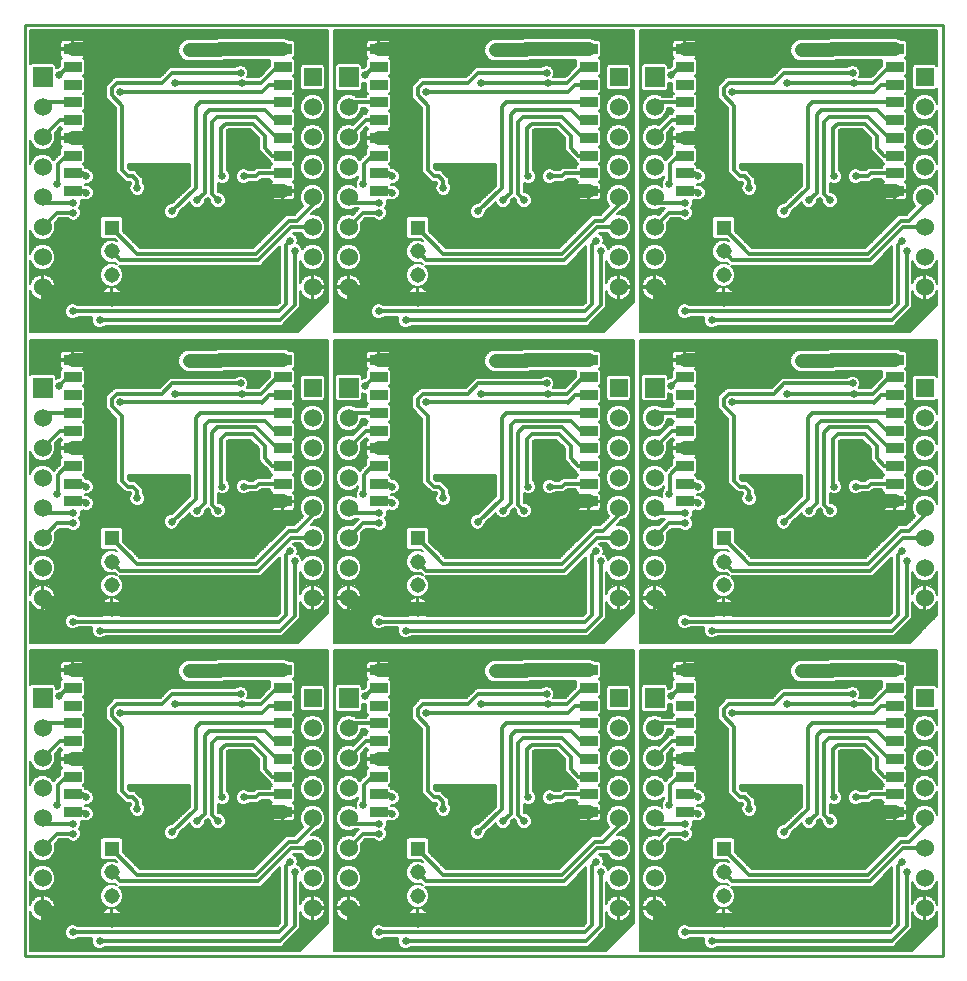
<source format=gbl>
G75*
%MOIN*%
%OFA0B0*%
%FSLAX25Y25*%
%IPPOS*%
%LPD*%
%AMOC8*
5,1,8,0,0,1.08239X$1,22.5*
%
%ADD10C,0.01000*%
%ADD11R,0.05846X0.03543*%
%ADD12R,0.06600X0.06600*%
%ADD13C,0.06000*%
%ADD14R,0.06000X0.06000*%
%ADD15R,0.05150X0.05150*%
%ADD16C,0.05150*%
%ADD17C,0.00600*%
%ADD18C,0.02578*%
%ADD19C,0.04800*%
%ADD20C,0.01200*%
D10*
X0021185Y0021185D02*
X0021185Y0331685D01*
X0327185Y0331685D01*
X0327185Y0021185D01*
X0021185Y0021185D01*
D11*
X0037175Y0069232D03*
X0037175Y0075138D03*
X0037175Y0081043D03*
X0037175Y0086949D03*
X0037175Y0092854D03*
X0037175Y0098760D03*
X0037175Y0104665D03*
X0037175Y0110571D03*
X0037175Y0116476D03*
X0037175Y0172732D03*
X0037175Y0178638D03*
X0037175Y0184543D03*
X0037175Y0190449D03*
X0037175Y0196354D03*
X0037175Y0202260D03*
X0037175Y0208165D03*
X0037175Y0214071D03*
X0037175Y0219976D03*
X0037175Y0276232D03*
X0037175Y0282138D03*
X0037175Y0288043D03*
X0037175Y0293949D03*
X0037175Y0299854D03*
X0037175Y0305760D03*
X0037175Y0311665D03*
X0037175Y0317571D03*
X0037175Y0323476D03*
X0107195Y0323476D03*
X0107195Y0317571D03*
X0107195Y0311665D03*
X0107195Y0305760D03*
X0107195Y0299854D03*
X0107195Y0293949D03*
X0107195Y0288043D03*
X0107195Y0282138D03*
X0107195Y0276232D03*
X0139175Y0276232D03*
X0139175Y0282138D03*
X0139175Y0288043D03*
X0139175Y0293949D03*
X0139175Y0299854D03*
X0139175Y0305760D03*
X0139175Y0311665D03*
X0139175Y0317571D03*
X0139175Y0323476D03*
X0209195Y0323476D03*
X0209195Y0317571D03*
X0209195Y0311665D03*
X0209195Y0305760D03*
X0209195Y0299854D03*
X0209195Y0293949D03*
X0209195Y0288043D03*
X0209195Y0282138D03*
X0209195Y0276232D03*
X0241175Y0276232D03*
X0241175Y0282138D03*
X0241175Y0288043D03*
X0241175Y0293949D03*
X0241175Y0299854D03*
X0241175Y0305760D03*
X0241175Y0311665D03*
X0241175Y0317571D03*
X0241175Y0323476D03*
X0311195Y0323476D03*
X0311195Y0317571D03*
X0311195Y0311665D03*
X0311195Y0305760D03*
X0311195Y0299854D03*
X0311195Y0293949D03*
X0311195Y0288043D03*
X0311195Y0282138D03*
X0311195Y0276232D03*
X0311195Y0219976D03*
X0311195Y0214071D03*
X0311195Y0208165D03*
X0311195Y0202260D03*
X0311195Y0196354D03*
X0311195Y0190449D03*
X0311195Y0184543D03*
X0311195Y0178638D03*
X0311195Y0172732D03*
X0311195Y0116476D03*
X0311195Y0110571D03*
X0311195Y0104665D03*
X0311195Y0098760D03*
X0311195Y0092854D03*
X0311195Y0086949D03*
X0311195Y0081043D03*
X0311195Y0075138D03*
X0311195Y0069232D03*
X0241175Y0069232D03*
X0241175Y0075138D03*
X0241175Y0081043D03*
X0241175Y0086949D03*
X0241175Y0092854D03*
X0241175Y0098760D03*
X0241175Y0104665D03*
X0241175Y0110571D03*
X0241175Y0116476D03*
X0209195Y0116476D03*
X0209195Y0110571D03*
X0209195Y0104665D03*
X0209195Y0098760D03*
X0209195Y0092854D03*
X0209195Y0086949D03*
X0209195Y0081043D03*
X0209195Y0075138D03*
X0209195Y0069232D03*
X0139175Y0069232D03*
X0139175Y0075138D03*
X0139175Y0081043D03*
X0139175Y0086949D03*
X0139175Y0092854D03*
X0139175Y0098760D03*
X0139175Y0104665D03*
X0139175Y0110571D03*
X0139175Y0116476D03*
X0107195Y0116476D03*
X0107195Y0110571D03*
X0107195Y0104665D03*
X0107195Y0098760D03*
X0107195Y0092854D03*
X0107195Y0086949D03*
X0107195Y0081043D03*
X0107195Y0075138D03*
X0107195Y0069232D03*
X0107195Y0172732D03*
X0107195Y0178638D03*
X0107195Y0184543D03*
X0107195Y0190449D03*
X0107195Y0196354D03*
X0107195Y0202260D03*
X0107195Y0208165D03*
X0107195Y0214071D03*
X0107195Y0219976D03*
X0139175Y0219976D03*
X0139175Y0214071D03*
X0139175Y0208165D03*
X0139175Y0202260D03*
X0139175Y0196354D03*
X0139175Y0190449D03*
X0139175Y0184543D03*
X0139175Y0178638D03*
X0139175Y0172732D03*
X0209195Y0172732D03*
X0209195Y0178638D03*
X0209195Y0184543D03*
X0209195Y0190449D03*
X0209195Y0196354D03*
X0209195Y0202260D03*
X0209195Y0208165D03*
X0209195Y0214071D03*
X0209195Y0219976D03*
X0241175Y0219976D03*
X0241175Y0214071D03*
X0241175Y0208165D03*
X0241175Y0202260D03*
X0241175Y0196354D03*
X0241175Y0190449D03*
X0241175Y0184543D03*
X0241175Y0178638D03*
X0241175Y0172732D03*
D12*
X0231185Y0210685D03*
X0231185Y0314185D03*
X0129185Y0314185D03*
X0129185Y0210685D03*
X0129185Y0107185D03*
X0231185Y0107185D03*
X0027185Y0107185D03*
X0027185Y0210685D03*
X0027185Y0314185D03*
D13*
X0027185Y0304185D03*
X0027185Y0294185D03*
X0027185Y0284185D03*
X0027185Y0274185D03*
X0027185Y0264185D03*
X0027185Y0254185D03*
X0027185Y0244185D03*
X0027185Y0200685D03*
X0027185Y0190685D03*
X0027185Y0180685D03*
X0027185Y0170685D03*
X0027185Y0160685D03*
X0027185Y0150685D03*
X0027185Y0140685D03*
X0027185Y0097185D03*
X0027185Y0087185D03*
X0027185Y0077185D03*
X0027185Y0067185D03*
X0027185Y0057185D03*
X0027185Y0047185D03*
X0027185Y0037185D03*
X0117185Y0037185D03*
X0117185Y0047185D03*
X0117185Y0057185D03*
X0117185Y0067185D03*
X0117185Y0077185D03*
X0117185Y0087185D03*
X0117185Y0097185D03*
X0129185Y0097185D03*
X0129185Y0087185D03*
X0129185Y0077185D03*
X0129185Y0067185D03*
X0129185Y0057185D03*
X0129185Y0047185D03*
X0129185Y0037185D03*
X0219185Y0037185D03*
X0219185Y0047185D03*
X0219185Y0057185D03*
X0219185Y0067185D03*
X0219185Y0077185D03*
X0219185Y0087185D03*
X0219185Y0097185D03*
X0231185Y0097185D03*
X0231185Y0087185D03*
X0231185Y0077185D03*
X0231185Y0067185D03*
X0231185Y0057185D03*
X0231185Y0047185D03*
X0231185Y0037185D03*
X0321185Y0037185D03*
X0321185Y0047185D03*
X0321185Y0057185D03*
X0321185Y0067185D03*
X0321185Y0077185D03*
X0321185Y0087185D03*
X0321185Y0097185D03*
X0321185Y0140685D03*
X0321185Y0150685D03*
X0321185Y0160685D03*
X0321185Y0170685D03*
X0321185Y0180685D03*
X0321185Y0190685D03*
X0321185Y0200685D03*
X0321185Y0244185D03*
X0321185Y0254185D03*
X0321185Y0264185D03*
X0321185Y0274185D03*
X0321185Y0284185D03*
X0321185Y0294185D03*
X0321185Y0304185D03*
X0231185Y0304185D03*
X0231185Y0294185D03*
X0231185Y0284185D03*
X0231185Y0274185D03*
X0231185Y0264185D03*
X0231185Y0254185D03*
X0231185Y0244185D03*
X0219185Y0244185D03*
X0219185Y0254185D03*
X0219185Y0264185D03*
X0219185Y0274185D03*
X0219185Y0284185D03*
X0219185Y0294185D03*
X0219185Y0304185D03*
X0129185Y0304185D03*
X0129185Y0294185D03*
X0129185Y0284185D03*
X0129185Y0274185D03*
X0129185Y0264185D03*
X0129185Y0254185D03*
X0129185Y0244185D03*
X0117185Y0244185D03*
X0117185Y0254185D03*
X0117185Y0264185D03*
X0117185Y0274185D03*
X0117185Y0284185D03*
X0117185Y0294185D03*
X0117185Y0304185D03*
X0117185Y0200685D03*
X0117185Y0190685D03*
X0117185Y0180685D03*
X0117185Y0170685D03*
X0117185Y0160685D03*
X0117185Y0150685D03*
X0117185Y0140685D03*
X0129185Y0140685D03*
X0129185Y0150685D03*
X0129185Y0160685D03*
X0129185Y0170685D03*
X0129185Y0180685D03*
X0129185Y0190685D03*
X0129185Y0200685D03*
X0219185Y0200685D03*
X0219185Y0190685D03*
X0219185Y0180685D03*
X0219185Y0170685D03*
X0219185Y0160685D03*
X0219185Y0150685D03*
X0219185Y0140685D03*
X0231185Y0140685D03*
X0231185Y0150685D03*
X0231185Y0160685D03*
X0231185Y0170685D03*
X0231185Y0180685D03*
X0231185Y0190685D03*
X0231185Y0200685D03*
D14*
X0219185Y0210685D03*
X0219185Y0314185D03*
X0117185Y0314185D03*
X0117185Y0210685D03*
X0117185Y0107185D03*
X0219185Y0107185D03*
X0321185Y0107185D03*
X0321185Y0210685D03*
X0321185Y0314185D03*
D15*
X0254185Y0263996D03*
X0152185Y0263996D03*
X0050185Y0263996D03*
X0050185Y0160496D03*
X0152185Y0160496D03*
X0254185Y0160496D03*
X0254185Y0056996D03*
X0152185Y0056996D03*
X0050185Y0056996D03*
D16*
X0050185Y0049122D03*
X0050185Y0041248D03*
X0050185Y0033374D03*
X0050185Y0136874D03*
X0050185Y0144748D03*
X0050185Y0152622D03*
X0050185Y0240374D03*
X0050185Y0248248D03*
X0050185Y0256122D03*
X0152185Y0256122D03*
X0152185Y0248248D03*
X0152185Y0240374D03*
X0152185Y0152622D03*
X0152185Y0144748D03*
X0152185Y0136874D03*
X0152185Y0049122D03*
X0152185Y0041248D03*
X0152185Y0033374D03*
X0254185Y0033374D03*
X0254185Y0041248D03*
X0254185Y0049122D03*
X0254185Y0136874D03*
X0254185Y0144748D03*
X0254185Y0152622D03*
X0254185Y0240374D03*
X0254185Y0248248D03*
X0254185Y0256122D03*
D17*
X0250602Y0257597D02*
X0233854Y0257597D01*
X0233621Y0257830D02*
X0232040Y0258485D01*
X0230330Y0258485D01*
X0228749Y0257830D01*
X0227540Y0256621D01*
X0226885Y0255040D01*
X0226885Y0253330D01*
X0227540Y0251749D01*
X0228749Y0250540D01*
X0230330Y0249885D01*
X0232040Y0249885D01*
X0233621Y0250540D01*
X0234830Y0251749D01*
X0235485Y0253330D01*
X0235485Y0255040D01*
X0234830Y0256621D01*
X0233621Y0257830D01*
X0232739Y0258196D02*
X0250850Y0258196D01*
X0250900Y0258317D02*
X0250310Y0256893D01*
X0250310Y0255351D01*
X0250900Y0253927D01*
X0251990Y0252837D01*
X0253414Y0252247D01*
X0254956Y0252247D01*
X0255251Y0252369D01*
X0255880Y0251740D01*
X0254956Y0252123D01*
X0253414Y0252123D01*
X0251990Y0251533D01*
X0250900Y0250443D01*
X0250310Y0249019D01*
X0250310Y0247477D01*
X0250900Y0246053D01*
X0251990Y0244963D01*
X0253414Y0244373D01*
X0254956Y0244373D01*
X0256380Y0244963D01*
X0257470Y0246053D01*
X0258060Y0247477D01*
X0258060Y0249019D01*
X0257470Y0250443D01*
X0256628Y0251285D01*
X0303898Y0251285D01*
X0310396Y0257783D01*
X0310396Y0239194D01*
X0309287Y0238085D01*
X0257316Y0238085D01*
X0257619Y0238539D01*
X0257911Y0239244D01*
X0258060Y0239992D01*
X0258060Y0240074D01*
X0254485Y0240074D01*
X0254485Y0240674D01*
X0253885Y0240674D01*
X0253885Y0240074D01*
X0250310Y0240074D01*
X0250310Y0239992D01*
X0250459Y0239244D01*
X0250751Y0238539D01*
X0251054Y0238085D01*
X0242946Y0238085D01*
X0242652Y0238380D01*
X0241700Y0238774D01*
X0240670Y0238774D01*
X0239718Y0238380D01*
X0238990Y0237652D01*
X0238596Y0236700D01*
X0238596Y0235670D01*
X0238990Y0234718D01*
X0239718Y0233990D01*
X0240670Y0233596D01*
X0241700Y0233596D01*
X0242652Y0233990D01*
X0242946Y0234285D01*
X0247838Y0234285D01*
X0247596Y0233700D01*
X0247596Y0232670D01*
X0247990Y0231718D01*
X0248718Y0230990D01*
X0249670Y0230596D01*
X0250700Y0230596D01*
X0251652Y0230990D01*
X0251946Y0231285D01*
X0310972Y0231285D01*
X0312085Y0232398D01*
X0312085Y0232398D01*
X0317085Y0237398D01*
X0317085Y0242889D01*
X0317200Y0242534D01*
X0317507Y0241931D01*
X0317905Y0241384D01*
X0318384Y0240905D01*
X0318931Y0240507D01*
X0319534Y0240200D01*
X0320178Y0239991D01*
X0320847Y0239885D01*
X0320885Y0239885D01*
X0320885Y0243885D01*
X0321485Y0243885D01*
X0321485Y0239885D01*
X0321523Y0239885D01*
X0322192Y0239991D01*
X0322836Y0240200D01*
X0323439Y0240507D01*
X0323986Y0240905D01*
X0324465Y0241384D01*
X0324863Y0241931D01*
X0325170Y0242534D01*
X0325379Y0243178D01*
X0325385Y0243215D01*
X0325385Y0238385D01*
X0316185Y0229185D01*
X0226185Y0229185D01*
X0226185Y0329885D01*
X0325385Y0329885D01*
X0325385Y0317823D01*
X0324724Y0318485D01*
X0317647Y0318485D01*
X0316885Y0317724D01*
X0316885Y0310647D01*
X0317647Y0309885D01*
X0324724Y0309885D01*
X0325385Y0310547D01*
X0325385Y0305282D01*
X0324830Y0306621D01*
X0323621Y0307830D01*
X0322040Y0308485D01*
X0320330Y0308485D01*
X0318749Y0307830D01*
X0317540Y0306621D01*
X0316885Y0305040D01*
X0316885Y0303330D01*
X0317540Y0301749D01*
X0318749Y0300540D01*
X0320330Y0299885D01*
X0322040Y0299885D01*
X0323621Y0300540D01*
X0324830Y0301749D01*
X0325385Y0303088D01*
X0325385Y0295282D01*
X0324830Y0296621D01*
X0323621Y0297830D01*
X0322040Y0298485D01*
X0320330Y0298485D01*
X0318749Y0297830D01*
X0317540Y0296621D01*
X0316885Y0295040D01*
X0316885Y0293330D01*
X0317540Y0291749D01*
X0318749Y0290540D01*
X0320330Y0289885D01*
X0322040Y0289885D01*
X0323621Y0290540D01*
X0324830Y0291749D01*
X0325385Y0293088D01*
X0325385Y0285282D01*
X0324830Y0286621D01*
X0323621Y0287830D01*
X0322040Y0288485D01*
X0320330Y0288485D01*
X0318749Y0287830D01*
X0317540Y0286621D01*
X0316885Y0285040D01*
X0316885Y0283330D01*
X0317540Y0281749D01*
X0318749Y0280540D01*
X0320330Y0279885D01*
X0322040Y0279885D01*
X0323621Y0280540D01*
X0324830Y0281749D01*
X0325385Y0283088D01*
X0325385Y0275282D01*
X0324830Y0276621D01*
X0323621Y0277830D01*
X0322040Y0278485D01*
X0320330Y0278485D01*
X0318749Y0277830D01*
X0317540Y0276621D01*
X0316885Y0275040D01*
X0316885Y0273330D01*
X0317540Y0271749D01*
X0318051Y0271238D01*
X0315098Y0268285D01*
X0312413Y0268285D01*
X0311300Y0267172D01*
X0301413Y0257285D01*
X0263583Y0257285D01*
X0258060Y0262808D01*
X0258060Y0267109D01*
X0257298Y0267871D01*
X0251072Y0267871D01*
X0250310Y0267109D01*
X0250310Y0260883D01*
X0251072Y0260121D01*
X0255373Y0260121D01*
X0255880Y0259614D01*
X0254956Y0259997D01*
X0253414Y0259997D01*
X0251990Y0259407D01*
X0250900Y0258317D01*
X0251377Y0258794D02*
X0226185Y0258794D01*
X0226185Y0258196D02*
X0229631Y0258196D01*
X0228516Y0257597D02*
X0226185Y0257597D01*
X0226185Y0256998D02*
X0227917Y0256998D01*
X0227448Y0256400D02*
X0226185Y0256400D01*
X0226185Y0255801D02*
X0227200Y0255801D01*
X0226952Y0255203D02*
X0226185Y0255203D01*
X0226185Y0254604D02*
X0226885Y0254604D01*
X0226885Y0254006D02*
X0226185Y0254006D01*
X0226185Y0253407D02*
X0226885Y0253407D01*
X0227101Y0252809D02*
X0226185Y0252809D01*
X0226185Y0252210D02*
X0227349Y0252210D01*
X0227677Y0251612D02*
X0226185Y0251612D01*
X0226185Y0251013D02*
X0228276Y0251013D01*
X0229051Y0250415D02*
X0226185Y0250415D01*
X0226185Y0249816D02*
X0250641Y0249816D01*
X0250393Y0249218D02*
X0226185Y0249218D01*
X0226185Y0248619D02*
X0250310Y0248619D01*
X0250310Y0248021D02*
X0233128Y0248021D01*
X0232836Y0248170D02*
X0232192Y0248379D01*
X0231523Y0248485D01*
X0231485Y0248485D01*
X0231485Y0244485D01*
X0235485Y0244485D01*
X0235485Y0244523D01*
X0235379Y0245192D01*
X0235170Y0245836D01*
X0234863Y0246439D01*
X0234465Y0246986D01*
X0233986Y0247465D01*
X0233439Y0247863D01*
X0232836Y0248170D01*
X0231485Y0248021D02*
X0230885Y0248021D01*
X0230885Y0248485D02*
X0230847Y0248485D01*
X0230178Y0248379D01*
X0229534Y0248170D01*
X0228931Y0247863D01*
X0228384Y0247465D01*
X0227905Y0246986D01*
X0227507Y0246439D01*
X0227200Y0245836D01*
X0226991Y0245192D01*
X0226885Y0244523D01*
X0226885Y0244485D01*
X0230885Y0244485D01*
X0230885Y0243885D01*
X0231485Y0243885D01*
X0231485Y0239885D01*
X0231523Y0239885D01*
X0232192Y0239991D01*
X0232836Y0240200D01*
X0233439Y0240507D01*
X0233986Y0240905D01*
X0234465Y0241384D01*
X0234863Y0241931D01*
X0235170Y0242534D01*
X0235379Y0243178D01*
X0235485Y0243847D01*
X0235485Y0243885D01*
X0231485Y0243885D01*
X0231485Y0244485D01*
X0230885Y0244485D01*
X0230885Y0248485D01*
X0230885Y0247422D02*
X0231485Y0247422D01*
X0231485Y0246824D02*
X0230885Y0246824D01*
X0230885Y0246225D02*
X0231485Y0246225D01*
X0231485Y0245627D02*
X0230885Y0245627D01*
X0230885Y0245028D02*
X0231485Y0245028D01*
X0231485Y0244430D02*
X0253278Y0244430D01*
X0253055Y0244100D02*
X0252350Y0243808D01*
X0251715Y0243384D01*
X0251175Y0242844D01*
X0250751Y0242209D01*
X0250459Y0241504D01*
X0250310Y0240756D01*
X0250310Y0240674D01*
X0253885Y0240674D01*
X0253885Y0244249D01*
X0253803Y0244249D01*
X0253055Y0244100D01*
X0252406Y0243831D02*
X0235483Y0243831D01*
X0235388Y0243233D02*
X0251564Y0243233D01*
X0251035Y0242634D02*
X0235202Y0242634D01*
X0234916Y0242036D02*
X0250679Y0242036D01*
X0250446Y0241437D02*
X0234504Y0241437D01*
X0233895Y0240839D02*
X0250327Y0240839D01*
X0250380Y0239642D02*
X0226185Y0239642D01*
X0226185Y0240240D02*
X0229456Y0240240D01*
X0229534Y0240200D02*
X0230178Y0239991D01*
X0230847Y0239885D01*
X0230885Y0239885D01*
X0230885Y0243885D01*
X0226885Y0243885D01*
X0226885Y0243847D01*
X0226991Y0243178D01*
X0227200Y0242534D01*
X0227507Y0241931D01*
X0227905Y0241384D01*
X0228384Y0240905D01*
X0228931Y0240507D01*
X0229534Y0240200D01*
X0228475Y0240839D02*
X0226185Y0240839D01*
X0226185Y0241437D02*
X0227866Y0241437D01*
X0227454Y0242036D02*
X0226185Y0242036D01*
X0226185Y0242634D02*
X0227168Y0242634D01*
X0226982Y0243233D02*
X0226185Y0243233D01*
X0226185Y0243831D02*
X0226887Y0243831D01*
X0226185Y0244430D02*
X0230885Y0244430D01*
X0230885Y0243831D02*
X0231485Y0243831D01*
X0231485Y0243233D02*
X0230885Y0243233D01*
X0230885Y0242634D02*
X0231485Y0242634D01*
X0231485Y0242036D02*
X0230885Y0242036D01*
X0230885Y0241437D02*
X0231485Y0241437D01*
X0231485Y0240839D02*
X0230885Y0240839D01*
X0230885Y0240240D02*
X0231485Y0240240D01*
X0232914Y0240240D02*
X0253885Y0240240D01*
X0253885Y0240839D02*
X0254485Y0240839D01*
X0254485Y0240674D02*
X0254485Y0244249D01*
X0254567Y0244249D01*
X0255315Y0244100D01*
X0256020Y0243808D01*
X0256655Y0243384D01*
X0257195Y0242844D01*
X0257619Y0242209D01*
X0257911Y0241504D01*
X0258060Y0240756D01*
X0258060Y0240674D01*
X0254485Y0240674D01*
X0254485Y0240240D02*
X0310396Y0240240D01*
X0310396Y0239642D02*
X0257990Y0239642D01*
X0257828Y0239043D02*
X0310245Y0239043D01*
X0309646Y0238445D02*
X0257556Y0238445D01*
X0258043Y0240839D02*
X0310396Y0240839D01*
X0310396Y0241437D02*
X0257924Y0241437D01*
X0257691Y0242036D02*
X0310396Y0242036D01*
X0310396Y0242634D02*
X0257335Y0242634D01*
X0256806Y0243233D02*
X0310396Y0243233D01*
X0310396Y0243831D02*
X0255964Y0243831D01*
X0255092Y0244430D02*
X0310396Y0244430D01*
X0310396Y0245028D02*
X0256445Y0245028D01*
X0257044Y0245627D02*
X0310396Y0245627D01*
X0310396Y0246225D02*
X0257541Y0246225D01*
X0257789Y0246824D02*
X0310396Y0246824D01*
X0310396Y0247422D02*
X0258037Y0247422D01*
X0258060Y0248021D02*
X0310396Y0248021D01*
X0310396Y0248619D02*
X0258060Y0248619D01*
X0257977Y0249218D02*
X0310396Y0249218D01*
X0310396Y0249816D02*
X0257729Y0249816D01*
X0257482Y0250415D02*
X0310396Y0250415D01*
X0310396Y0251013D02*
X0256899Y0251013D01*
X0255410Y0252210D02*
X0235021Y0252210D01*
X0235269Y0252809D02*
X0252058Y0252809D01*
X0251420Y0253407D02*
X0235485Y0253407D01*
X0235485Y0254006D02*
X0250867Y0254006D01*
X0250620Y0254604D02*
X0235485Y0254604D01*
X0235418Y0255203D02*
X0250372Y0255203D01*
X0250310Y0255801D02*
X0235170Y0255801D01*
X0234922Y0256400D02*
X0250310Y0256400D01*
X0250354Y0256998D02*
X0234453Y0256998D01*
X0233621Y0260540D02*
X0234830Y0261749D01*
X0235485Y0263330D01*
X0235485Y0265040D01*
X0235263Y0265576D01*
X0236767Y0267080D01*
X0239609Y0267080D01*
X0239904Y0266785D01*
X0240855Y0266391D01*
X0241885Y0266391D01*
X0242837Y0266785D01*
X0243565Y0267513D01*
X0243959Y0268465D01*
X0243959Y0269495D01*
X0243565Y0270446D01*
X0243339Y0270672D01*
X0243565Y0270898D01*
X0243959Y0271850D01*
X0243959Y0272880D01*
X0243843Y0273161D01*
X0244637Y0273161D01*
X0244747Y0273271D01*
X0245170Y0273096D01*
X0246200Y0273096D01*
X0247152Y0273490D01*
X0247880Y0274218D01*
X0248274Y0275170D01*
X0248274Y0276200D01*
X0247880Y0277152D01*
X0247152Y0277880D01*
X0246200Y0278274D01*
X0245398Y0278274D01*
X0245398Y0278542D01*
X0245345Y0278596D01*
X0246200Y0278596D01*
X0247152Y0278990D01*
X0247880Y0279718D01*
X0248274Y0280670D01*
X0248274Y0281700D01*
X0247880Y0282652D01*
X0247152Y0283380D01*
X0246200Y0283774D01*
X0245783Y0283774D01*
X0245519Y0284038D01*
X0245398Y0284038D01*
X0245398Y0284448D01*
X0244756Y0285091D01*
X0245398Y0285733D01*
X0245398Y0290353D01*
X0244718Y0291034D01*
X0244897Y0291137D01*
X0245139Y0291379D01*
X0245310Y0291675D01*
X0245398Y0292006D01*
X0245398Y0293649D01*
X0241475Y0293649D01*
X0241475Y0294249D01*
X0245398Y0294249D01*
X0245398Y0295892D01*
X0245310Y0296222D01*
X0245139Y0296519D01*
X0244897Y0296761D01*
X0244718Y0296864D01*
X0245398Y0297544D01*
X0245398Y0302164D01*
X0244756Y0302807D01*
X0245398Y0303450D01*
X0245398Y0308070D01*
X0244756Y0308713D01*
X0245398Y0309355D01*
X0245398Y0313975D01*
X0244756Y0314618D01*
X0245398Y0315261D01*
X0245398Y0319881D01*
X0244718Y0320561D01*
X0244897Y0320664D01*
X0245139Y0320906D01*
X0245310Y0321203D01*
X0245398Y0321534D01*
X0245398Y0323176D01*
X0241475Y0323176D01*
X0241475Y0323776D01*
X0245398Y0323776D01*
X0245398Y0325419D01*
X0245310Y0325750D01*
X0245139Y0326046D01*
X0244897Y0326288D01*
X0244600Y0326459D01*
X0244270Y0326548D01*
X0241475Y0326548D01*
X0241475Y0323776D01*
X0240875Y0323776D01*
X0240875Y0323176D01*
X0236952Y0323176D01*
X0236952Y0321534D01*
X0237041Y0321203D01*
X0237212Y0320906D01*
X0237454Y0320664D01*
X0237632Y0320561D01*
X0236952Y0319881D01*
X0236952Y0317808D01*
X0236483Y0317339D01*
X0236066Y0317339D01*
X0235785Y0317222D01*
X0235785Y0318024D01*
X0235024Y0318785D01*
X0227347Y0318785D01*
X0226585Y0318024D01*
X0226585Y0310347D01*
X0227347Y0309585D01*
X0235024Y0309585D01*
X0235785Y0310347D01*
X0235785Y0312277D01*
X0236066Y0312161D01*
X0236952Y0312161D01*
X0236952Y0309355D01*
X0237595Y0308713D01*
X0236952Y0308070D01*
X0236952Y0307660D01*
X0233791Y0307660D01*
X0233621Y0307830D01*
X0232040Y0308485D01*
X0230330Y0308485D01*
X0228749Y0307830D01*
X0227540Y0306621D01*
X0226885Y0305040D01*
X0226885Y0303330D01*
X0227540Y0301749D01*
X0228749Y0300540D01*
X0230330Y0299885D01*
X0232040Y0299885D01*
X0233621Y0300540D01*
X0234830Y0301749D01*
X0235485Y0303330D01*
X0235485Y0303860D01*
X0236952Y0303860D01*
X0236952Y0303450D01*
X0237595Y0302807D01*
X0236952Y0302164D01*
X0236952Y0301754D01*
X0236067Y0301754D01*
X0234954Y0300641D01*
X0232576Y0298263D01*
X0232040Y0298485D01*
X0230330Y0298485D01*
X0228749Y0297830D01*
X0227540Y0296621D01*
X0226885Y0295040D01*
X0226885Y0293330D01*
X0227540Y0291749D01*
X0228749Y0290540D01*
X0230330Y0289885D01*
X0232040Y0289885D01*
X0233621Y0290540D01*
X0234830Y0291749D01*
X0235485Y0293330D01*
X0235485Y0295040D01*
X0235263Y0295576D01*
X0237092Y0297405D01*
X0237632Y0296864D01*
X0237454Y0296761D01*
X0237212Y0296519D01*
X0237041Y0296222D01*
X0236952Y0295892D01*
X0236952Y0294249D01*
X0240875Y0294249D01*
X0240875Y0293649D01*
X0236952Y0293649D01*
X0236952Y0292006D01*
X0237041Y0291675D01*
X0237212Y0291379D01*
X0237454Y0291137D01*
X0237632Y0291034D01*
X0236952Y0290353D01*
X0236952Y0288553D01*
X0234886Y0286487D01*
X0234830Y0286621D01*
X0233621Y0287830D01*
X0232040Y0288485D01*
X0230330Y0288485D01*
X0228749Y0287830D01*
X0227540Y0286621D01*
X0226885Y0285040D01*
X0226885Y0283330D01*
X0227540Y0281749D01*
X0228749Y0280540D01*
X0230330Y0279885D01*
X0232040Y0279885D01*
X0233621Y0280540D01*
X0234381Y0281300D01*
X0234381Y0280572D01*
X0233961Y0280152D01*
X0233567Y0279200D01*
X0233567Y0278170D01*
X0233769Y0277682D01*
X0233621Y0277830D01*
X0232040Y0278485D01*
X0230330Y0278485D01*
X0228749Y0277830D01*
X0227540Y0276621D01*
X0226885Y0275040D01*
X0226885Y0273330D01*
X0227540Y0271749D01*
X0228749Y0270540D01*
X0230330Y0269885D01*
X0232040Y0269885D01*
X0233439Y0270465D01*
X0234778Y0270465D01*
X0232576Y0268263D01*
X0232040Y0268485D01*
X0230330Y0268485D01*
X0228749Y0267830D01*
X0227540Y0266621D01*
X0226885Y0265040D01*
X0226885Y0263330D01*
X0227540Y0261749D01*
X0228749Y0260540D01*
X0230330Y0259885D01*
X0232040Y0259885D01*
X0233621Y0260540D01*
X0233671Y0260590D02*
X0250603Y0260590D01*
X0250310Y0261188D02*
X0234269Y0261188D01*
X0234846Y0261787D02*
X0250310Y0261787D01*
X0250310Y0262385D02*
X0235094Y0262385D01*
X0235342Y0262984D02*
X0250310Y0262984D01*
X0250310Y0263582D02*
X0235485Y0263582D01*
X0235485Y0264181D02*
X0250310Y0264181D01*
X0250310Y0264779D02*
X0235485Y0264779D01*
X0235345Y0265378D02*
X0250310Y0265378D01*
X0250310Y0265976D02*
X0235663Y0265976D01*
X0236262Y0266575D02*
X0240411Y0266575D01*
X0242330Y0266575D02*
X0250310Y0266575D01*
X0250374Y0267173D02*
X0243225Y0267173D01*
X0243672Y0267772D02*
X0250973Y0267772D01*
X0257397Y0267772D02*
X0272228Y0267772D01*
X0271990Y0268009D02*
X0272718Y0267281D01*
X0273670Y0266887D01*
X0274700Y0266887D01*
X0275652Y0267281D01*
X0276380Y0268009D01*
X0276774Y0268961D01*
X0276774Y0269087D01*
X0280179Y0272492D01*
X0280490Y0271741D01*
X0281218Y0271012D01*
X0282170Y0270618D01*
X0283200Y0270618D01*
X0284152Y0271012D01*
X0284880Y0271741D01*
X0285274Y0272692D01*
X0285274Y0273109D01*
X0285972Y0273807D01*
X0286185Y0274020D01*
X0286898Y0273307D01*
X0287096Y0273109D01*
X0287096Y0272692D01*
X0287490Y0271741D01*
X0288218Y0271012D01*
X0289170Y0270618D01*
X0290200Y0270618D01*
X0291152Y0271012D01*
X0291880Y0271741D01*
X0292274Y0272692D01*
X0292274Y0273722D01*
X0291880Y0274674D01*
X0291152Y0275402D01*
X0290200Y0275796D01*
X0289783Y0275796D01*
X0289585Y0275994D01*
X0289585Y0279013D01*
X0289607Y0278990D01*
X0290559Y0278596D01*
X0291589Y0278596D01*
X0292541Y0278990D01*
X0293269Y0279718D01*
X0293663Y0280670D01*
X0293663Y0281700D01*
X0293269Y0282652D01*
X0292585Y0283335D01*
X0292585Y0296398D01*
X0292972Y0296785D01*
X0300398Y0296785D01*
X0303285Y0293898D01*
X0303285Y0289898D01*
X0306972Y0286211D01*
X0306972Y0285733D01*
X0307614Y0285091D01*
X0306972Y0284448D01*
X0306972Y0284038D01*
X0302398Y0284038D01*
X0301445Y0283085D01*
X0299946Y0283085D01*
X0299652Y0283380D01*
X0298700Y0283774D01*
X0297670Y0283774D01*
X0296718Y0283380D01*
X0295990Y0282652D01*
X0295596Y0281700D01*
X0295596Y0280670D01*
X0295990Y0279718D01*
X0296718Y0278990D01*
X0297670Y0278596D01*
X0298700Y0278596D01*
X0299652Y0278990D01*
X0299946Y0279285D01*
X0303019Y0279285D01*
X0303972Y0280238D01*
X0306972Y0280238D01*
X0306972Y0279828D01*
X0307652Y0279147D01*
X0307473Y0279044D01*
X0307231Y0278802D01*
X0307060Y0278506D01*
X0306972Y0278175D01*
X0306972Y0276532D01*
X0310895Y0276532D01*
X0310895Y0275932D01*
X0311495Y0275932D01*
X0311495Y0273161D01*
X0314289Y0273161D01*
X0314620Y0273249D01*
X0314916Y0273420D01*
X0315158Y0273662D01*
X0315330Y0273959D01*
X0315418Y0274289D01*
X0315418Y0275932D01*
X0311495Y0275932D01*
X0311495Y0276532D01*
X0315418Y0276532D01*
X0315418Y0278175D01*
X0315330Y0278506D01*
X0315158Y0278802D01*
X0314916Y0279044D01*
X0314738Y0279147D01*
X0315418Y0279828D01*
X0315418Y0284448D01*
X0314775Y0285091D01*
X0315418Y0285733D01*
X0315418Y0290353D01*
X0314775Y0290996D01*
X0315418Y0291639D01*
X0315418Y0296259D01*
X0314775Y0296902D01*
X0315418Y0297544D01*
X0315418Y0302164D01*
X0314775Y0302807D01*
X0315418Y0303450D01*
X0315418Y0308070D01*
X0314775Y0308713D01*
X0315418Y0309355D01*
X0315418Y0313975D01*
X0314775Y0314618D01*
X0315418Y0315261D01*
X0315418Y0319881D01*
X0314775Y0320524D01*
X0315418Y0321166D01*
X0315418Y0325787D01*
X0314657Y0326548D01*
X0313356Y0326548D01*
X0313291Y0326613D01*
X0311931Y0327176D01*
X0289740Y0327176D01*
X0289037Y0326885D01*
X0279449Y0326885D01*
X0278089Y0326322D01*
X0277048Y0325281D01*
X0276485Y0323921D01*
X0276485Y0322449D01*
X0277048Y0321089D01*
X0278089Y0320048D01*
X0279449Y0319485D01*
X0290921Y0319485D01*
X0291624Y0319776D01*
X0306972Y0319776D01*
X0306972Y0317731D01*
X0303893Y0314652D01*
X0303323Y0314082D01*
X0299361Y0314082D01*
X0299380Y0314100D01*
X0299774Y0315052D01*
X0299774Y0316082D01*
X0299380Y0317034D01*
X0298652Y0317762D01*
X0297700Y0318156D01*
X0296670Y0318156D01*
X0295718Y0317762D01*
X0295424Y0317467D01*
X0273697Y0317467D01*
X0270312Y0314082D01*
X0255112Y0314082D01*
X0253999Y0312969D01*
X0253420Y0312390D01*
X0252307Y0311277D01*
X0252307Y0307309D01*
X0255785Y0303831D01*
X0255785Y0282398D01*
X0257785Y0280398D01*
X0258898Y0279285D01*
X0260398Y0279285D01*
X0260745Y0278939D01*
X0260521Y0278715D01*
X0260126Y0277763D01*
X0260126Y0276733D01*
X0260521Y0275781D01*
X0261249Y0275053D01*
X0262200Y0274659D01*
X0263230Y0274659D01*
X0264182Y0275053D01*
X0264910Y0275781D01*
X0265304Y0276733D01*
X0265304Y0277763D01*
X0264910Y0278715D01*
X0264585Y0279040D01*
X0264585Y0280472D01*
X0263472Y0281585D01*
X0263085Y0281972D01*
X0261972Y0283085D01*
X0260472Y0283085D01*
X0259585Y0283972D01*
X0259585Y0285135D01*
X0280285Y0285135D01*
X0280285Y0277972D01*
X0274378Y0272065D01*
X0273670Y0272065D01*
X0272718Y0271670D01*
X0271990Y0270942D01*
X0271596Y0269991D01*
X0271596Y0268961D01*
X0271990Y0268009D01*
X0271841Y0268370D02*
X0243920Y0268370D01*
X0243959Y0268969D02*
X0271596Y0268969D01*
X0271596Y0269567D02*
X0243929Y0269567D01*
X0243681Y0270166D02*
X0271669Y0270166D01*
X0271917Y0270764D02*
X0243431Y0270764D01*
X0243757Y0271363D02*
X0272411Y0271363D01*
X0273421Y0271961D02*
X0243959Y0271961D01*
X0243959Y0272560D02*
X0274873Y0272560D01*
X0275471Y0273158D02*
X0246350Y0273158D01*
X0247418Y0273757D02*
X0276070Y0273757D01*
X0276668Y0274355D02*
X0247937Y0274355D01*
X0248184Y0274954D02*
X0261489Y0274954D01*
X0260750Y0275552D02*
X0248274Y0275552D01*
X0248274Y0276151D02*
X0260368Y0276151D01*
X0260126Y0276749D02*
X0248046Y0276749D01*
X0247684Y0277348D02*
X0260126Y0277348D01*
X0260202Y0277946D02*
X0246991Y0277946D01*
X0247305Y0279143D02*
X0260540Y0279143D01*
X0260450Y0278545D02*
X0245396Y0278545D01*
X0247890Y0279742D02*
X0258441Y0279742D01*
X0257843Y0280340D02*
X0248137Y0280340D01*
X0248274Y0280939D02*
X0257244Y0280939D01*
X0256646Y0281537D02*
X0248274Y0281537D01*
X0248093Y0282136D02*
X0256047Y0282136D01*
X0255785Y0282734D02*
X0247797Y0282734D01*
X0247198Y0283333D02*
X0255785Y0283333D01*
X0255785Y0283932D02*
X0245626Y0283932D01*
X0245316Y0284530D02*
X0255785Y0284530D01*
X0255785Y0285129D02*
X0244794Y0285129D01*
X0245392Y0285727D02*
X0255785Y0285727D01*
X0255785Y0286326D02*
X0245398Y0286326D01*
X0245398Y0286924D02*
X0255785Y0286924D01*
X0255785Y0287523D02*
X0245398Y0287523D01*
X0245398Y0288121D02*
X0255785Y0288121D01*
X0255785Y0288720D02*
X0245398Y0288720D01*
X0245398Y0289318D02*
X0255785Y0289318D01*
X0255785Y0289917D02*
X0245398Y0289917D01*
X0245237Y0290515D02*
X0255785Y0290515D01*
X0255785Y0291114D02*
X0244856Y0291114D01*
X0245320Y0291712D02*
X0255785Y0291712D01*
X0255785Y0292311D02*
X0245398Y0292311D01*
X0245398Y0292909D02*
X0255785Y0292909D01*
X0255785Y0293508D02*
X0245398Y0293508D01*
X0245398Y0294705D02*
X0255785Y0294705D01*
X0255785Y0295303D02*
X0245398Y0295303D01*
X0245396Y0295902D02*
X0255785Y0295902D01*
X0255785Y0296500D02*
X0245149Y0296500D01*
X0244953Y0297099D02*
X0255785Y0297099D01*
X0255785Y0297697D02*
X0245398Y0297697D01*
X0245398Y0298296D02*
X0255785Y0298296D01*
X0255785Y0298894D02*
X0245398Y0298894D01*
X0245398Y0299493D02*
X0255785Y0299493D01*
X0255785Y0300091D02*
X0245398Y0300091D01*
X0245398Y0300690D02*
X0255785Y0300690D01*
X0255785Y0301288D02*
X0245398Y0301288D01*
X0245398Y0301887D02*
X0255785Y0301887D01*
X0255785Y0302485D02*
X0245078Y0302485D01*
X0245033Y0303084D02*
X0255785Y0303084D01*
X0255785Y0303682D02*
X0245398Y0303682D01*
X0245398Y0304281D02*
X0255336Y0304281D01*
X0254737Y0304879D02*
X0245398Y0304879D01*
X0245398Y0305478D02*
X0254138Y0305478D01*
X0253540Y0306076D02*
X0245398Y0306076D01*
X0245398Y0306675D02*
X0252941Y0306675D01*
X0252343Y0307273D02*
X0245398Y0307273D01*
X0245398Y0307872D02*
X0252307Y0307872D01*
X0252307Y0308470D02*
X0244998Y0308470D01*
X0245112Y0309069D02*
X0252307Y0309069D01*
X0252307Y0309667D02*
X0245398Y0309667D01*
X0245398Y0310266D02*
X0252307Y0310266D01*
X0252307Y0310865D02*
X0245398Y0310865D01*
X0245398Y0311463D02*
X0252493Y0311463D01*
X0253092Y0312062D02*
X0245398Y0312062D01*
X0245398Y0312660D02*
X0253691Y0312660D01*
X0254289Y0313259D02*
X0245398Y0313259D01*
X0245398Y0313857D02*
X0254888Y0313857D01*
X0245398Y0315653D02*
X0271883Y0315653D01*
X0272482Y0316251D02*
X0245398Y0316251D01*
X0245398Y0316850D02*
X0273080Y0316850D01*
X0273679Y0317448D02*
X0245398Y0317448D01*
X0245398Y0318047D02*
X0296406Y0318047D01*
X0297964Y0318047D02*
X0306972Y0318047D01*
X0306972Y0318645D02*
X0245398Y0318645D01*
X0245398Y0319244D02*
X0306972Y0319244D01*
X0306689Y0317448D02*
X0298965Y0317448D01*
X0299456Y0316850D02*
X0306091Y0316850D01*
X0305492Y0316251D02*
X0299704Y0316251D01*
X0299774Y0315653D02*
X0304894Y0315653D01*
X0304295Y0315054D02*
X0299774Y0315054D01*
X0299527Y0314456D02*
X0303697Y0314456D01*
X0314938Y0314456D02*
X0316885Y0314456D01*
X0316885Y0315054D02*
X0315211Y0315054D01*
X0315418Y0315653D02*
X0316885Y0315653D01*
X0316885Y0316251D02*
X0315418Y0316251D01*
X0315418Y0316850D02*
X0316885Y0316850D01*
X0316885Y0317448D02*
X0315418Y0317448D01*
X0315418Y0318047D02*
X0317208Y0318047D01*
X0315418Y0318645D02*
X0325385Y0318645D01*
X0325385Y0318047D02*
X0325162Y0318047D01*
X0325385Y0319244D02*
X0315418Y0319244D01*
X0315418Y0319842D02*
X0325385Y0319842D01*
X0325385Y0320441D02*
X0314858Y0320441D01*
X0315291Y0321039D02*
X0325385Y0321039D01*
X0325385Y0321638D02*
X0315418Y0321638D01*
X0315418Y0322236D02*
X0325385Y0322236D01*
X0325385Y0322835D02*
X0315418Y0322835D01*
X0315418Y0323433D02*
X0325385Y0323433D01*
X0325385Y0324032D02*
X0315418Y0324032D01*
X0315418Y0324630D02*
X0325385Y0324630D01*
X0325385Y0325229D02*
X0315418Y0325229D01*
X0315377Y0325827D02*
X0325385Y0325827D01*
X0325385Y0326426D02*
X0314779Y0326426D01*
X0312298Y0327024D02*
X0325385Y0327024D01*
X0325385Y0327623D02*
X0226185Y0327623D01*
X0226185Y0328221D02*
X0325385Y0328221D01*
X0325385Y0328820D02*
X0226185Y0328820D01*
X0226185Y0329418D02*
X0325385Y0329418D01*
X0316885Y0313857D02*
X0315418Y0313857D01*
X0315418Y0313259D02*
X0316885Y0313259D01*
X0316885Y0312660D02*
X0315418Y0312660D01*
X0315418Y0312062D02*
X0316885Y0312062D01*
X0316885Y0311463D02*
X0315418Y0311463D01*
X0315418Y0310865D02*
X0316885Y0310865D01*
X0317266Y0310266D02*
X0315418Y0310266D01*
X0315418Y0309667D02*
X0325385Y0309667D01*
X0325385Y0309069D02*
X0315132Y0309069D01*
X0315018Y0308470D02*
X0320295Y0308470D01*
X0318850Y0307872D02*
X0315418Y0307872D01*
X0315418Y0307273D02*
X0318192Y0307273D01*
X0317594Y0306675D02*
X0315418Y0306675D01*
X0315418Y0306076D02*
X0317314Y0306076D01*
X0317066Y0305478D02*
X0315418Y0305478D01*
X0315418Y0304879D02*
X0316885Y0304879D01*
X0316885Y0304281D02*
X0315418Y0304281D01*
X0315418Y0303682D02*
X0316885Y0303682D01*
X0316987Y0303084D02*
X0315052Y0303084D01*
X0315097Y0302485D02*
X0317235Y0302485D01*
X0317483Y0301887D02*
X0315418Y0301887D01*
X0315418Y0301288D02*
X0318001Y0301288D01*
X0318599Y0300690D02*
X0315418Y0300690D01*
X0315418Y0300091D02*
X0319832Y0300091D01*
X0319873Y0298296D02*
X0315418Y0298296D01*
X0315418Y0298894D02*
X0325385Y0298894D01*
X0325385Y0298296D02*
X0322497Y0298296D01*
X0323754Y0297697D02*
X0325385Y0297697D01*
X0325385Y0297099D02*
X0324352Y0297099D01*
X0324880Y0296500D02*
X0325385Y0296500D01*
X0325385Y0295902D02*
X0325128Y0295902D01*
X0325376Y0295303D02*
X0325385Y0295303D01*
X0325385Y0292909D02*
X0325311Y0292909D01*
X0325385Y0292311D02*
X0325063Y0292311D01*
X0324793Y0291712D02*
X0325385Y0291712D01*
X0325385Y0291114D02*
X0324195Y0291114D01*
X0323562Y0290515D02*
X0325385Y0290515D01*
X0325385Y0289917D02*
X0322117Y0289917D01*
X0320253Y0289917D02*
X0315418Y0289917D01*
X0315418Y0289318D02*
X0325385Y0289318D01*
X0325385Y0288720D02*
X0315418Y0288720D01*
X0315418Y0288121D02*
X0319451Y0288121D01*
X0318441Y0287523D02*
X0315418Y0287523D01*
X0315418Y0286924D02*
X0317843Y0286924D01*
X0317417Y0286326D02*
X0315418Y0286326D01*
X0315412Y0285727D02*
X0317169Y0285727D01*
X0316922Y0285129D02*
X0314813Y0285129D01*
X0315336Y0284530D02*
X0316885Y0284530D01*
X0316885Y0283932D02*
X0315418Y0283932D01*
X0315418Y0283333D02*
X0316885Y0283333D01*
X0317132Y0282734D02*
X0315418Y0282734D01*
X0315418Y0282136D02*
X0317379Y0282136D01*
X0317751Y0281537D02*
X0315418Y0281537D01*
X0315418Y0280939D02*
X0318350Y0280939D01*
X0319230Y0280340D02*
X0315418Y0280340D01*
X0315332Y0279742D02*
X0325385Y0279742D01*
X0325385Y0280340D02*
X0323140Y0280340D01*
X0324020Y0280939D02*
X0325385Y0280939D01*
X0325385Y0281537D02*
X0324619Y0281537D01*
X0324991Y0282136D02*
X0325385Y0282136D01*
X0325385Y0282734D02*
X0325238Y0282734D01*
X0325201Y0285727D02*
X0325385Y0285727D01*
X0325385Y0286326D02*
X0324953Y0286326D01*
X0324527Y0286924D02*
X0325385Y0286924D01*
X0325385Y0287523D02*
X0323929Y0287523D01*
X0322919Y0288121D02*
X0325385Y0288121D01*
X0318809Y0290515D02*
X0315256Y0290515D01*
X0314893Y0291114D02*
X0318175Y0291114D01*
X0317577Y0291712D02*
X0315418Y0291712D01*
X0315418Y0292311D02*
X0317307Y0292311D01*
X0317059Y0292909D02*
X0315418Y0292909D01*
X0315418Y0293508D02*
X0316885Y0293508D01*
X0316885Y0294106D02*
X0315418Y0294106D01*
X0315418Y0294705D02*
X0316885Y0294705D01*
X0316994Y0295303D02*
X0315418Y0295303D01*
X0315418Y0295902D02*
X0317242Y0295902D01*
X0317490Y0296500D02*
X0315177Y0296500D01*
X0314973Y0297099D02*
X0318018Y0297099D01*
X0318616Y0297697D02*
X0315418Y0297697D01*
X0315418Y0299493D02*
X0325385Y0299493D01*
X0325385Y0300091D02*
X0322538Y0300091D01*
X0323771Y0300690D02*
X0325385Y0300690D01*
X0325385Y0301288D02*
X0324369Y0301288D01*
X0324887Y0301887D02*
X0325385Y0301887D01*
X0325385Y0302485D02*
X0325135Y0302485D01*
X0325383Y0303084D02*
X0325385Y0303084D01*
X0325385Y0305478D02*
X0325304Y0305478D01*
X0325385Y0306076D02*
X0325056Y0306076D01*
X0324776Y0306675D02*
X0325385Y0306675D01*
X0325385Y0307273D02*
X0324178Y0307273D01*
X0323520Y0307872D02*
X0325385Y0307872D01*
X0325385Y0308470D02*
X0322076Y0308470D01*
X0325104Y0310266D02*
X0325385Y0310266D01*
X0303285Y0293508D02*
X0292585Y0293508D01*
X0292585Y0294106D02*
X0303077Y0294106D01*
X0302478Y0294705D02*
X0292585Y0294705D01*
X0292585Y0295303D02*
X0301880Y0295303D01*
X0301281Y0295902D02*
X0292585Y0295902D01*
X0292687Y0296500D02*
X0300683Y0296500D01*
X0303285Y0292909D02*
X0292585Y0292909D01*
X0292585Y0292311D02*
X0303285Y0292311D01*
X0303285Y0291712D02*
X0292585Y0291712D01*
X0292585Y0291114D02*
X0303285Y0291114D01*
X0303285Y0290515D02*
X0292585Y0290515D01*
X0292585Y0289917D02*
X0303285Y0289917D01*
X0303865Y0289318D02*
X0292585Y0289318D01*
X0292585Y0288720D02*
X0304463Y0288720D01*
X0305062Y0288121D02*
X0292585Y0288121D01*
X0292585Y0287523D02*
X0305660Y0287523D01*
X0306259Y0286924D02*
X0292585Y0286924D01*
X0292585Y0286326D02*
X0306858Y0286326D01*
X0306978Y0285727D02*
X0292585Y0285727D01*
X0292585Y0285129D02*
X0307576Y0285129D01*
X0307054Y0284530D02*
X0292585Y0284530D01*
X0292585Y0283932D02*
X0302292Y0283932D01*
X0301693Y0283333D02*
X0299698Y0283333D01*
X0296672Y0283333D02*
X0292587Y0283333D01*
X0293186Y0282734D02*
X0296073Y0282734D01*
X0295777Y0282136D02*
X0293482Y0282136D01*
X0293663Y0281537D02*
X0295596Y0281537D01*
X0295596Y0280939D02*
X0293663Y0280939D01*
X0293526Y0280340D02*
X0295733Y0280340D01*
X0295980Y0279742D02*
X0293279Y0279742D01*
X0292694Y0279143D02*
X0296565Y0279143D01*
X0299805Y0279143D02*
X0307645Y0279143D01*
X0307083Y0278545D02*
X0289585Y0278545D01*
X0289585Y0277946D02*
X0306972Y0277946D01*
X0306972Y0277348D02*
X0289585Y0277348D01*
X0289585Y0276749D02*
X0306972Y0276749D01*
X0306972Y0275932D02*
X0306972Y0274289D01*
X0307060Y0273959D01*
X0307231Y0273662D01*
X0307473Y0273420D01*
X0307770Y0273249D01*
X0308100Y0273161D01*
X0310895Y0273161D01*
X0310895Y0275932D01*
X0306972Y0275932D01*
X0306972Y0275552D02*
X0290788Y0275552D01*
X0291600Y0274954D02*
X0306972Y0274954D01*
X0306972Y0274355D02*
X0292012Y0274355D01*
X0292260Y0273757D02*
X0307177Y0273757D01*
X0310895Y0273757D02*
X0311495Y0273757D01*
X0311495Y0274355D02*
X0310895Y0274355D01*
X0310895Y0274954D02*
X0311495Y0274954D01*
X0311495Y0275552D02*
X0310895Y0275552D01*
X0310895Y0276151D02*
X0289585Y0276151D01*
X0287047Y0273158D02*
X0285323Y0273158D01*
X0285219Y0272560D02*
X0287151Y0272560D01*
X0287399Y0271961D02*
X0284971Y0271961D01*
X0284502Y0271363D02*
X0287868Y0271363D01*
X0288817Y0270764D02*
X0283553Y0270764D01*
X0281817Y0270764D02*
X0278451Y0270764D01*
X0277853Y0270166D02*
X0316979Y0270166D01*
X0317577Y0270764D02*
X0290553Y0270764D01*
X0291502Y0271363D02*
X0317926Y0271363D01*
X0317452Y0271961D02*
X0291971Y0271961D01*
X0292219Y0272560D02*
X0317204Y0272560D01*
X0316956Y0273158D02*
X0292274Y0273158D01*
X0286448Y0273757D02*
X0285922Y0273757D01*
X0285972Y0273807D02*
X0285972Y0273807D01*
X0280868Y0271363D02*
X0279050Y0271363D01*
X0279648Y0271961D02*
X0280399Y0271961D01*
X0277254Y0269567D02*
X0316380Y0269567D01*
X0315782Y0268969D02*
X0276774Y0268969D01*
X0276529Y0268370D02*
X0315183Y0268370D01*
X0311900Y0267772D02*
X0276143Y0267772D01*
X0275392Y0267173D02*
X0311301Y0267173D01*
X0310703Y0266575D02*
X0258060Y0266575D01*
X0258060Y0265976D02*
X0310104Y0265976D01*
X0309506Y0265378D02*
X0258060Y0265378D01*
X0258060Y0264779D02*
X0308907Y0264779D01*
X0308309Y0264181D02*
X0258060Y0264181D01*
X0258060Y0263582D02*
X0307710Y0263582D01*
X0307112Y0262984D02*
X0258060Y0262984D01*
X0258483Y0262385D02*
X0306513Y0262385D01*
X0305915Y0261787D02*
X0259081Y0261787D01*
X0259680Y0261188D02*
X0305316Y0261188D01*
X0304718Y0260590D02*
X0260279Y0260590D01*
X0260877Y0259991D02*
X0304119Y0259991D01*
X0303521Y0259393D02*
X0261476Y0259393D01*
X0262074Y0258794D02*
X0302922Y0258794D01*
X0302324Y0258196D02*
X0262673Y0258196D01*
X0263271Y0257597D02*
X0301725Y0257597D01*
X0306021Y0253407D02*
X0310396Y0253407D01*
X0310396Y0252809D02*
X0305422Y0252809D01*
X0304824Y0252210D02*
X0310396Y0252210D01*
X0310396Y0251612D02*
X0304225Y0251612D01*
X0306619Y0254006D02*
X0310396Y0254006D01*
X0310396Y0254604D02*
X0307218Y0254604D01*
X0307816Y0255203D02*
X0310396Y0255203D01*
X0310396Y0255801D02*
X0308415Y0255801D01*
X0309013Y0256400D02*
X0310396Y0256400D01*
X0310396Y0256998D02*
X0309612Y0256998D01*
X0310210Y0257597D02*
X0310396Y0257597D01*
X0317085Y0252847D02*
X0317540Y0251749D01*
X0318749Y0250540D01*
X0320330Y0249885D01*
X0322040Y0249885D01*
X0323621Y0250540D01*
X0324830Y0251749D01*
X0325385Y0253088D01*
X0325385Y0245155D01*
X0325379Y0245192D01*
X0325170Y0245836D01*
X0324863Y0246439D01*
X0324465Y0246986D01*
X0323986Y0247465D01*
X0323439Y0247863D01*
X0322836Y0248170D01*
X0322192Y0248379D01*
X0321523Y0248485D01*
X0321485Y0248485D01*
X0321485Y0244485D01*
X0320885Y0244485D01*
X0320885Y0248485D01*
X0320847Y0248485D01*
X0320178Y0248379D01*
X0319534Y0248170D01*
X0318931Y0247863D01*
X0318384Y0247465D01*
X0317905Y0246986D01*
X0317507Y0246439D01*
X0317200Y0245836D01*
X0317085Y0245482D01*
X0317085Y0252847D01*
X0317085Y0252809D02*
X0317101Y0252809D01*
X0317085Y0252210D02*
X0317349Y0252210D01*
X0317085Y0251612D02*
X0317677Y0251612D01*
X0317085Y0251013D02*
X0318276Y0251013D01*
X0319051Y0250415D02*
X0317085Y0250415D01*
X0317085Y0249816D02*
X0325385Y0249816D01*
X0325385Y0249218D02*
X0317085Y0249218D01*
X0317085Y0248619D02*
X0325385Y0248619D01*
X0325385Y0248021D02*
X0323128Y0248021D01*
X0324029Y0247422D02*
X0325385Y0247422D01*
X0325385Y0246824D02*
X0324583Y0246824D01*
X0324971Y0246225D02*
X0325385Y0246225D01*
X0325385Y0245627D02*
X0325238Y0245627D01*
X0325202Y0242634D02*
X0325385Y0242634D01*
X0325385Y0242036D02*
X0324916Y0242036D01*
X0324504Y0241437D02*
X0325385Y0241437D01*
X0325385Y0240839D02*
X0323895Y0240839D01*
X0322914Y0240240D02*
X0325385Y0240240D01*
X0325385Y0239642D02*
X0317085Y0239642D01*
X0317085Y0240240D02*
X0319456Y0240240D01*
X0318475Y0240839D02*
X0317085Y0240839D01*
X0317085Y0241437D02*
X0317866Y0241437D01*
X0317454Y0242036D02*
X0317085Y0242036D01*
X0317085Y0242634D02*
X0317168Y0242634D01*
X0317132Y0245627D02*
X0317085Y0245627D01*
X0317085Y0246225D02*
X0317399Y0246225D01*
X0317085Y0246824D02*
X0317787Y0246824D01*
X0318341Y0247422D02*
X0317085Y0247422D01*
X0317085Y0248021D02*
X0319242Y0248021D01*
X0320885Y0248021D02*
X0321485Y0248021D01*
X0321485Y0247422D02*
X0320885Y0247422D01*
X0320885Y0246824D02*
X0321485Y0246824D01*
X0321485Y0246225D02*
X0320885Y0246225D01*
X0320885Y0245627D02*
X0321485Y0245627D01*
X0321485Y0245028D02*
X0320885Y0245028D01*
X0320885Y0243831D02*
X0321485Y0243831D01*
X0321485Y0243233D02*
X0320885Y0243233D01*
X0320885Y0242634D02*
X0321485Y0242634D01*
X0321485Y0242036D02*
X0320885Y0242036D01*
X0320885Y0241437D02*
X0321485Y0241437D01*
X0321485Y0240839D02*
X0320885Y0240839D01*
X0320885Y0240240D02*
X0321485Y0240240D01*
X0324248Y0237248D02*
X0316935Y0237248D01*
X0317085Y0237846D02*
X0324846Y0237846D01*
X0325385Y0238445D02*
X0317085Y0238445D01*
X0317085Y0239043D02*
X0325385Y0239043D01*
X0323649Y0236649D02*
X0316336Y0236649D01*
X0315738Y0236051D02*
X0323051Y0236051D01*
X0322452Y0235452D02*
X0315139Y0235452D01*
X0314541Y0234854D02*
X0321854Y0234854D01*
X0321255Y0234255D02*
X0313942Y0234255D01*
X0313344Y0233657D02*
X0320657Y0233657D01*
X0320058Y0233058D02*
X0312745Y0233058D01*
X0312147Y0232460D02*
X0319460Y0232460D01*
X0318861Y0231861D02*
X0311548Y0231861D01*
X0316467Y0229467D02*
X0226185Y0229467D01*
X0226185Y0230065D02*
X0317065Y0230065D01*
X0317664Y0230664D02*
X0250864Y0230664D01*
X0251924Y0231263D02*
X0318263Y0231263D01*
X0325385Y0226685D02*
X0325385Y0214323D01*
X0324724Y0214985D01*
X0317647Y0214985D01*
X0316885Y0214224D01*
X0316885Y0207147D01*
X0317647Y0206385D01*
X0324724Y0206385D01*
X0325385Y0207047D01*
X0325385Y0201782D01*
X0324830Y0203121D01*
X0323621Y0204330D01*
X0322040Y0204985D01*
X0320330Y0204985D01*
X0318749Y0204330D01*
X0317540Y0203121D01*
X0316885Y0201540D01*
X0316885Y0199830D01*
X0317540Y0198249D01*
X0318749Y0197040D01*
X0320330Y0196385D01*
X0322040Y0196385D01*
X0323621Y0197040D01*
X0324830Y0198249D01*
X0325385Y0199588D01*
X0325385Y0191782D01*
X0324830Y0193121D01*
X0323621Y0194330D01*
X0322040Y0194985D01*
X0320330Y0194985D01*
X0318749Y0194330D01*
X0317540Y0193121D01*
X0316885Y0191540D01*
X0316885Y0189830D01*
X0317540Y0188249D01*
X0318749Y0187040D01*
X0320330Y0186385D01*
X0322040Y0186385D01*
X0323621Y0187040D01*
X0324830Y0188249D01*
X0325385Y0189588D01*
X0325385Y0181782D01*
X0324830Y0183121D01*
X0323621Y0184330D01*
X0322040Y0184985D01*
X0320330Y0184985D01*
X0318749Y0184330D01*
X0317540Y0183121D01*
X0316885Y0181540D01*
X0316885Y0179830D01*
X0317540Y0178249D01*
X0318749Y0177040D01*
X0320330Y0176385D01*
X0322040Y0176385D01*
X0323621Y0177040D01*
X0324830Y0178249D01*
X0325385Y0179588D01*
X0325385Y0171782D01*
X0324830Y0173121D01*
X0323621Y0174330D01*
X0322040Y0174985D01*
X0320330Y0174985D01*
X0318749Y0174330D01*
X0317540Y0173121D01*
X0316885Y0171540D01*
X0316885Y0169830D01*
X0317540Y0168249D01*
X0318051Y0167738D01*
X0315098Y0164785D01*
X0312413Y0164785D01*
X0311300Y0163672D01*
X0301413Y0153785D01*
X0263583Y0153785D01*
X0258060Y0159308D01*
X0258060Y0163609D01*
X0257298Y0164371D01*
X0251072Y0164371D01*
X0250310Y0163609D01*
X0250310Y0157383D01*
X0251072Y0156621D01*
X0255373Y0156621D01*
X0255880Y0156114D01*
X0254956Y0156497D01*
X0253414Y0156497D01*
X0251990Y0155907D01*
X0250900Y0154817D01*
X0250310Y0153393D01*
X0250310Y0151851D01*
X0250900Y0150427D01*
X0251990Y0149337D01*
X0253414Y0148747D01*
X0254956Y0148747D01*
X0255251Y0148869D01*
X0255880Y0148240D01*
X0254956Y0148623D01*
X0253414Y0148623D01*
X0251990Y0148033D01*
X0250900Y0146943D01*
X0250310Y0145519D01*
X0250310Y0143977D01*
X0250900Y0142553D01*
X0251990Y0141463D01*
X0253414Y0140873D01*
X0254956Y0140873D01*
X0256380Y0141463D01*
X0257470Y0142553D01*
X0258060Y0143977D01*
X0258060Y0145519D01*
X0257470Y0146943D01*
X0256628Y0147785D01*
X0303898Y0147785D01*
X0310396Y0154283D01*
X0310396Y0135694D01*
X0309287Y0134585D01*
X0257316Y0134585D01*
X0257619Y0135039D01*
X0257911Y0135744D01*
X0258060Y0136492D01*
X0258060Y0136574D01*
X0254485Y0136574D01*
X0254485Y0137174D01*
X0253885Y0137174D01*
X0253885Y0136574D01*
X0250310Y0136574D01*
X0250310Y0136492D01*
X0250459Y0135744D01*
X0250751Y0135039D01*
X0251054Y0134585D01*
X0242946Y0134585D01*
X0242652Y0134880D01*
X0241700Y0135274D01*
X0240670Y0135274D01*
X0239718Y0134880D01*
X0238990Y0134152D01*
X0238596Y0133200D01*
X0238596Y0132170D01*
X0238990Y0131218D01*
X0239718Y0130490D01*
X0240670Y0130096D01*
X0241700Y0130096D01*
X0242652Y0130490D01*
X0242946Y0130785D01*
X0247838Y0130785D01*
X0247596Y0130200D01*
X0247596Y0129170D01*
X0247990Y0128218D01*
X0248718Y0127490D01*
X0249670Y0127096D01*
X0250700Y0127096D01*
X0251652Y0127490D01*
X0251946Y0127785D01*
X0310972Y0127785D01*
X0312085Y0128898D01*
X0317085Y0133898D01*
X0317085Y0139389D01*
X0317200Y0139034D01*
X0317507Y0138431D01*
X0317905Y0137884D01*
X0318384Y0137405D01*
X0318931Y0137007D01*
X0319534Y0136700D01*
X0320178Y0136491D01*
X0320847Y0136385D01*
X0320885Y0136385D01*
X0320885Y0140385D01*
X0321485Y0140385D01*
X0321485Y0136385D01*
X0321523Y0136385D01*
X0322192Y0136491D01*
X0322836Y0136700D01*
X0323439Y0137007D01*
X0323986Y0137405D01*
X0324465Y0137884D01*
X0324863Y0138431D01*
X0325170Y0139034D01*
X0325379Y0139678D01*
X0325385Y0139715D01*
X0325385Y0134885D01*
X0316185Y0125685D01*
X0226185Y0125685D01*
X0226185Y0226685D01*
X0325385Y0226685D01*
X0325385Y0226474D02*
X0226185Y0226474D01*
X0226185Y0225876D02*
X0325385Y0225876D01*
X0325385Y0225277D02*
X0226185Y0225277D01*
X0226185Y0224679D02*
X0325385Y0224679D01*
X0325385Y0224080D02*
X0226185Y0224080D01*
X0226185Y0223482D02*
X0289271Y0223482D01*
X0289037Y0223385D02*
X0289740Y0223676D01*
X0311931Y0223676D01*
X0313291Y0223113D01*
X0313356Y0223048D01*
X0314657Y0223048D01*
X0315418Y0222287D01*
X0315418Y0217666D01*
X0314775Y0217024D01*
X0315418Y0216381D01*
X0315418Y0211761D01*
X0314775Y0211118D01*
X0315418Y0210475D01*
X0315418Y0205855D01*
X0314775Y0205213D01*
X0315418Y0204570D01*
X0315418Y0199950D01*
X0314775Y0199307D01*
X0315418Y0198664D01*
X0315418Y0194044D01*
X0314775Y0193402D01*
X0315418Y0192759D01*
X0315418Y0188139D01*
X0314775Y0187496D01*
X0315418Y0186853D01*
X0315418Y0182233D01*
X0314775Y0181591D01*
X0315418Y0180948D01*
X0315418Y0176328D01*
X0314738Y0175647D01*
X0314916Y0175544D01*
X0315158Y0175302D01*
X0315330Y0175006D01*
X0315418Y0174675D01*
X0315418Y0173032D01*
X0311495Y0173032D01*
X0311495Y0172432D01*
X0311495Y0169661D01*
X0314289Y0169661D01*
X0314620Y0169749D01*
X0314916Y0169920D01*
X0315158Y0170162D01*
X0315330Y0170459D01*
X0315418Y0170789D01*
X0315418Y0172432D01*
X0311495Y0172432D01*
X0310895Y0172432D01*
X0310895Y0169661D01*
X0308100Y0169661D01*
X0307770Y0169749D01*
X0307473Y0169920D01*
X0307231Y0170162D01*
X0307060Y0170459D01*
X0306972Y0170789D01*
X0306972Y0172432D01*
X0310895Y0172432D01*
X0310895Y0173032D01*
X0306972Y0173032D01*
X0306972Y0174675D01*
X0307060Y0175006D01*
X0307231Y0175302D01*
X0307473Y0175544D01*
X0307652Y0175647D01*
X0306972Y0176328D01*
X0306972Y0176738D01*
X0303972Y0176738D01*
X0303019Y0175785D01*
X0299946Y0175785D01*
X0299652Y0175490D01*
X0298700Y0175096D01*
X0297670Y0175096D01*
X0296718Y0175490D01*
X0295990Y0176218D01*
X0295596Y0177170D01*
X0295596Y0178200D01*
X0295990Y0179152D01*
X0296718Y0179880D01*
X0297670Y0180274D01*
X0298700Y0180274D01*
X0299652Y0179880D01*
X0299946Y0179585D01*
X0301445Y0179585D01*
X0302398Y0180538D01*
X0306972Y0180538D01*
X0306972Y0180948D01*
X0307614Y0181591D01*
X0306972Y0182233D01*
X0306972Y0182711D01*
X0303285Y0186398D01*
X0303285Y0190398D01*
X0300398Y0193285D01*
X0292972Y0193285D01*
X0292585Y0192898D01*
X0292585Y0179835D01*
X0293269Y0179152D01*
X0293663Y0178200D01*
X0293663Y0177170D01*
X0293269Y0176218D01*
X0292541Y0175490D01*
X0291589Y0175096D01*
X0290559Y0175096D01*
X0289607Y0175490D01*
X0289585Y0175513D01*
X0289585Y0172494D01*
X0289783Y0172296D01*
X0290200Y0172296D01*
X0291152Y0171902D01*
X0291880Y0171174D01*
X0292274Y0170222D01*
X0292274Y0169192D01*
X0291880Y0168241D01*
X0291152Y0167512D01*
X0290200Y0167118D01*
X0289170Y0167118D01*
X0288218Y0167512D01*
X0287490Y0168241D01*
X0287096Y0169192D01*
X0287096Y0169609D01*
X0286898Y0169807D01*
X0286185Y0170520D01*
X0285972Y0170307D01*
X0285274Y0169609D01*
X0285274Y0169192D01*
X0284880Y0168241D01*
X0284152Y0167512D01*
X0283200Y0167118D01*
X0282170Y0167118D01*
X0281218Y0167512D01*
X0280490Y0168241D01*
X0280179Y0168992D01*
X0276774Y0165587D01*
X0276774Y0165461D01*
X0276380Y0164509D01*
X0275652Y0163781D01*
X0274700Y0163387D01*
X0273670Y0163387D01*
X0272718Y0163781D01*
X0271990Y0164509D01*
X0271596Y0165461D01*
X0271596Y0166491D01*
X0271990Y0167442D01*
X0272718Y0168170D01*
X0273670Y0168565D01*
X0274378Y0168565D01*
X0280285Y0174472D01*
X0280285Y0181635D01*
X0259585Y0181635D01*
X0259585Y0180472D01*
X0260472Y0179585D01*
X0261972Y0179585D01*
X0263085Y0178472D01*
X0263472Y0178085D01*
X0264585Y0176972D01*
X0264585Y0175540D01*
X0264910Y0175215D01*
X0265304Y0174263D01*
X0265304Y0173233D01*
X0264910Y0172281D01*
X0264182Y0171553D01*
X0263230Y0171159D01*
X0262200Y0171159D01*
X0261249Y0171553D01*
X0260521Y0172281D01*
X0260126Y0173233D01*
X0260126Y0174263D01*
X0260521Y0175215D01*
X0260745Y0175439D01*
X0260398Y0175785D01*
X0258898Y0175785D01*
X0257785Y0176898D01*
X0255785Y0178898D01*
X0255785Y0200331D01*
X0252307Y0203809D01*
X0252307Y0207777D01*
X0253420Y0208890D01*
X0253999Y0209469D01*
X0255112Y0210582D01*
X0270312Y0210582D01*
X0273697Y0213967D01*
X0295424Y0213967D01*
X0295718Y0214262D01*
X0296670Y0214656D01*
X0297700Y0214656D01*
X0298652Y0214262D01*
X0299380Y0213534D01*
X0299774Y0212582D01*
X0299774Y0211552D01*
X0299380Y0210600D01*
X0299361Y0210582D01*
X0303323Y0210582D01*
X0303893Y0211152D01*
X0306972Y0214231D01*
X0306972Y0216276D01*
X0291624Y0216276D01*
X0290921Y0215985D01*
X0279449Y0215985D01*
X0278089Y0216548D01*
X0277048Y0217589D01*
X0276485Y0218949D01*
X0276485Y0220421D01*
X0277048Y0221781D01*
X0278089Y0222822D01*
X0279449Y0223385D01*
X0289037Y0223385D01*
X0278238Y0222883D02*
X0244732Y0222883D01*
X0244600Y0222959D02*
X0244270Y0223048D01*
X0241475Y0223048D01*
X0241475Y0220276D01*
X0245398Y0220276D01*
X0245398Y0221919D01*
X0245310Y0222250D01*
X0245139Y0222546D01*
X0244897Y0222788D01*
X0244600Y0222959D01*
X0245290Y0222285D02*
X0277552Y0222285D01*
X0277009Y0221686D02*
X0245398Y0221686D01*
X0245398Y0221088D02*
X0276761Y0221088D01*
X0276513Y0220489D02*
X0245398Y0220489D01*
X0245398Y0219676D02*
X0241475Y0219676D01*
X0241475Y0220276D01*
X0240875Y0220276D01*
X0240875Y0219676D01*
X0236952Y0219676D01*
X0236952Y0218034D01*
X0237041Y0217703D01*
X0237212Y0217406D01*
X0237454Y0217164D01*
X0237632Y0217061D01*
X0236952Y0216381D01*
X0236952Y0214308D01*
X0236483Y0213839D01*
X0236066Y0213839D01*
X0235785Y0213722D01*
X0235785Y0214524D01*
X0235024Y0215285D01*
X0227347Y0215285D01*
X0226585Y0214524D01*
X0226585Y0206847D01*
X0227347Y0206085D01*
X0235024Y0206085D01*
X0235785Y0206847D01*
X0235785Y0208777D01*
X0236066Y0208661D01*
X0236952Y0208661D01*
X0236952Y0205855D01*
X0237595Y0205213D01*
X0236952Y0204570D01*
X0236952Y0204160D01*
X0233791Y0204160D01*
X0233621Y0204330D01*
X0232040Y0204985D01*
X0230330Y0204985D01*
X0228749Y0204330D01*
X0227540Y0203121D01*
X0226885Y0201540D01*
X0226885Y0199830D01*
X0227540Y0198249D01*
X0228749Y0197040D01*
X0230330Y0196385D01*
X0232040Y0196385D01*
X0233621Y0197040D01*
X0234830Y0198249D01*
X0235485Y0199830D01*
X0235485Y0200360D01*
X0236952Y0200360D01*
X0236952Y0199950D01*
X0237595Y0199307D01*
X0236952Y0198664D01*
X0236952Y0198254D01*
X0236067Y0198254D01*
X0234954Y0197141D01*
X0232576Y0194763D01*
X0232040Y0194985D01*
X0230330Y0194985D01*
X0228749Y0194330D01*
X0227540Y0193121D01*
X0226885Y0191540D01*
X0226885Y0189830D01*
X0227540Y0188249D01*
X0228749Y0187040D01*
X0230330Y0186385D01*
X0232040Y0186385D01*
X0233621Y0187040D01*
X0234830Y0188249D01*
X0235485Y0189830D01*
X0235485Y0191540D01*
X0235263Y0192076D01*
X0237092Y0193905D01*
X0237632Y0193364D01*
X0237454Y0193261D01*
X0237212Y0193019D01*
X0237041Y0192722D01*
X0236952Y0192392D01*
X0236952Y0190749D01*
X0240875Y0190749D01*
X0240875Y0190149D01*
X0236952Y0190149D01*
X0236952Y0188506D01*
X0237041Y0188175D01*
X0237212Y0187879D01*
X0237454Y0187637D01*
X0237632Y0187534D01*
X0236952Y0186853D01*
X0236952Y0185053D01*
X0235494Y0183595D01*
X0234886Y0182987D01*
X0234830Y0183121D01*
X0233621Y0184330D01*
X0232040Y0184985D01*
X0230330Y0184985D01*
X0228749Y0184330D01*
X0227540Y0183121D01*
X0226885Y0181540D01*
X0226885Y0179830D01*
X0227540Y0178249D01*
X0228749Y0177040D01*
X0230330Y0176385D01*
X0232040Y0176385D01*
X0233621Y0177040D01*
X0234381Y0177800D01*
X0234381Y0177072D01*
X0233961Y0176652D01*
X0233567Y0175700D01*
X0233567Y0174670D01*
X0233769Y0174182D01*
X0233621Y0174330D01*
X0232040Y0174985D01*
X0230330Y0174985D01*
X0228749Y0174330D01*
X0227540Y0173121D01*
X0226885Y0171540D01*
X0226885Y0169830D01*
X0227540Y0168249D01*
X0228749Y0167040D01*
X0230330Y0166385D01*
X0232040Y0166385D01*
X0233439Y0166965D01*
X0234778Y0166965D01*
X0232576Y0164763D01*
X0232040Y0164985D01*
X0230330Y0164985D01*
X0228749Y0164330D01*
X0227540Y0163121D01*
X0226885Y0161540D01*
X0226885Y0159830D01*
X0227540Y0158249D01*
X0228749Y0157040D01*
X0230330Y0156385D01*
X0232040Y0156385D01*
X0233621Y0157040D01*
X0234830Y0158249D01*
X0235485Y0159830D01*
X0235485Y0161540D01*
X0235263Y0162076D01*
X0236767Y0163580D01*
X0239609Y0163580D01*
X0239904Y0163285D01*
X0240855Y0162891D01*
X0241885Y0162891D01*
X0242837Y0163285D01*
X0243565Y0164013D01*
X0243959Y0164965D01*
X0243959Y0165995D01*
X0243565Y0166946D01*
X0243339Y0167172D01*
X0243565Y0167398D01*
X0243959Y0168350D01*
X0243959Y0169380D01*
X0243843Y0169661D01*
X0244637Y0169661D01*
X0244747Y0169771D01*
X0245170Y0169596D01*
X0246200Y0169596D01*
X0247152Y0169990D01*
X0247880Y0170718D01*
X0248274Y0171670D01*
X0248274Y0172700D01*
X0247880Y0173652D01*
X0247152Y0174380D01*
X0246200Y0174774D01*
X0245398Y0174774D01*
X0245398Y0175042D01*
X0245345Y0175096D01*
X0246200Y0175096D01*
X0247152Y0175490D01*
X0247880Y0176218D01*
X0248274Y0177170D01*
X0248274Y0178200D01*
X0247880Y0179152D01*
X0247152Y0179880D01*
X0246200Y0180274D01*
X0245783Y0180274D01*
X0245519Y0180538D01*
X0245398Y0180538D01*
X0245398Y0180948D01*
X0244756Y0181591D01*
X0245398Y0182233D01*
X0245398Y0186853D01*
X0244718Y0187534D01*
X0244897Y0187637D01*
X0245139Y0187879D01*
X0245310Y0188175D01*
X0245398Y0188506D01*
X0245398Y0190149D01*
X0241475Y0190149D01*
X0241475Y0190749D01*
X0245398Y0190749D01*
X0245398Y0192392D01*
X0245310Y0192722D01*
X0245139Y0193019D01*
X0244897Y0193261D01*
X0244718Y0193364D01*
X0245398Y0194044D01*
X0245398Y0198664D01*
X0244756Y0199307D01*
X0245398Y0199950D01*
X0245398Y0204570D01*
X0244756Y0205213D01*
X0245398Y0205855D01*
X0245398Y0210475D01*
X0244756Y0211118D01*
X0245398Y0211761D01*
X0245398Y0216381D01*
X0244718Y0217061D01*
X0244897Y0217164D01*
X0245139Y0217406D01*
X0245310Y0217703D01*
X0245398Y0218034D01*
X0245398Y0219676D01*
X0245398Y0219292D02*
X0276485Y0219292D01*
X0276485Y0219891D02*
X0241475Y0219891D01*
X0241475Y0220489D02*
X0240875Y0220489D01*
X0240875Y0220276D02*
X0240875Y0223048D01*
X0238081Y0223048D01*
X0237750Y0222959D01*
X0237454Y0222788D01*
X0237212Y0222546D01*
X0237041Y0222250D01*
X0236952Y0221919D01*
X0236952Y0220276D01*
X0240875Y0220276D01*
X0240875Y0219891D02*
X0226185Y0219891D01*
X0226185Y0220489D02*
X0236952Y0220489D01*
X0236952Y0221088D02*
X0226185Y0221088D01*
X0226185Y0221686D02*
X0236952Y0221686D01*
X0237061Y0222285D02*
X0226185Y0222285D01*
X0226185Y0222883D02*
X0237618Y0222883D01*
X0240875Y0222883D02*
X0241475Y0222883D01*
X0241475Y0222285D02*
X0240875Y0222285D01*
X0240875Y0221686D02*
X0241475Y0221686D01*
X0241475Y0221088D02*
X0240875Y0221088D01*
X0236952Y0219292D02*
X0226185Y0219292D01*
X0226185Y0218694D02*
X0236952Y0218694D01*
X0236952Y0218095D02*
X0226185Y0218095D01*
X0226185Y0217497D02*
X0237160Y0217497D01*
X0237469Y0216898D02*
X0226185Y0216898D01*
X0226185Y0216300D02*
X0236952Y0216300D01*
X0236952Y0215701D02*
X0226185Y0215701D01*
X0226185Y0215103D02*
X0227164Y0215103D01*
X0226585Y0214504D02*
X0226185Y0214504D01*
X0226185Y0213906D02*
X0226585Y0213906D01*
X0226585Y0213307D02*
X0226185Y0213307D01*
X0226185Y0212709D02*
X0226585Y0212709D01*
X0226585Y0212110D02*
X0226185Y0212110D01*
X0226185Y0211512D02*
X0226585Y0211512D01*
X0226585Y0210913D02*
X0226185Y0210913D01*
X0226185Y0210315D02*
X0226585Y0210315D01*
X0226585Y0209716D02*
X0226185Y0209716D01*
X0226185Y0209118D02*
X0226585Y0209118D01*
X0226585Y0208519D02*
X0226185Y0208519D01*
X0226185Y0207921D02*
X0226585Y0207921D01*
X0226585Y0207322D02*
X0226185Y0207322D01*
X0226185Y0206724D02*
X0226708Y0206724D01*
X0226185Y0206125D02*
X0227307Y0206125D01*
X0226185Y0205527D02*
X0237281Y0205527D01*
X0237310Y0204928D02*
X0232178Y0204928D01*
X0233622Y0204330D02*
X0236952Y0204330D01*
X0236952Y0206125D02*
X0235064Y0206125D01*
X0235662Y0206724D02*
X0236952Y0206724D01*
X0236952Y0207322D02*
X0235785Y0207322D01*
X0235785Y0207921D02*
X0236952Y0207921D01*
X0236952Y0208519D02*
X0235785Y0208519D01*
X0230192Y0204928D02*
X0226185Y0204928D01*
X0226185Y0204330D02*
X0228748Y0204330D01*
X0228150Y0203731D02*
X0226185Y0203731D01*
X0226185Y0203132D02*
X0227551Y0203132D01*
X0227297Y0202534D02*
X0226185Y0202534D01*
X0226185Y0201935D02*
X0227049Y0201935D01*
X0226885Y0201337D02*
X0226185Y0201337D01*
X0226185Y0200738D02*
X0226885Y0200738D01*
X0226885Y0200140D02*
X0226185Y0200140D01*
X0226185Y0199541D02*
X0227004Y0199541D01*
X0227252Y0198943D02*
X0226185Y0198943D01*
X0226185Y0198344D02*
X0227500Y0198344D01*
X0228043Y0197746D02*
X0226185Y0197746D01*
X0226185Y0197147D02*
X0228642Y0197147D01*
X0229934Y0196549D02*
X0226185Y0196549D01*
X0226185Y0195950D02*
X0233763Y0195950D01*
X0233165Y0195352D02*
X0226185Y0195352D01*
X0226185Y0194753D02*
X0229770Y0194753D01*
X0228574Y0194155D02*
X0226185Y0194155D01*
X0226185Y0193556D02*
X0227975Y0193556D01*
X0227472Y0192958D02*
X0226185Y0192958D01*
X0226185Y0192359D02*
X0227224Y0192359D01*
X0226976Y0191761D02*
X0226185Y0191761D01*
X0226185Y0191162D02*
X0226885Y0191162D01*
X0226885Y0190564D02*
X0226185Y0190564D01*
X0226185Y0189965D02*
X0226885Y0189965D01*
X0227077Y0189367D02*
X0226185Y0189367D01*
X0226185Y0188768D02*
X0227325Y0188768D01*
X0227619Y0188170D02*
X0226185Y0188170D01*
X0226185Y0187571D02*
X0228218Y0187571D01*
X0228911Y0186973D02*
X0226185Y0186973D01*
X0226185Y0186374D02*
X0236952Y0186374D01*
X0236952Y0185776D02*
X0226185Y0185776D01*
X0226185Y0185177D02*
X0236952Y0185177D01*
X0236477Y0184579D02*
X0233021Y0184579D01*
X0233971Y0183980D02*
X0235879Y0183980D01*
X0235280Y0183382D02*
X0234570Y0183382D01*
X0233459Y0186973D02*
X0237071Y0186973D01*
X0237568Y0187571D02*
X0234152Y0187571D01*
X0234751Y0188170D02*
X0237044Y0188170D01*
X0236952Y0188768D02*
X0235045Y0188768D01*
X0235293Y0189367D02*
X0236952Y0189367D01*
X0236952Y0189965D02*
X0235485Y0189965D01*
X0235485Y0190564D02*
X0240875Y0190564D01*
X0241475Y0190564D02*
X0255785Y0190564D01*
X0255785Y0191162D02*
X0245398Y0191162D01*
X0245398Y0191761D02*
X0255785Y0191761D01*
X0255785Y0192359D02*
X0245398Y0192359D01*
X0245174Y0192958D02*
X0255785Y0192958D01*
X0255785Y0193556D02*
X0244911Y0193556D01*
X0245398Y0194155D02*
X0255785Y0194155D01*
X0255785Y0194753D02*
X0245398Y0194753D01*
X0245398Y0195352D02*
X0255785Y0195352D01*
X0255785Y0195950D02*
X0245398Y0195950D01*
X0245398Y0196549D02*
X0255785Y0196549D01*
X0255785Y0197147D02*
X0245398Y0197147D01*
X0245398Y0197746D02*
X0255785Y0197746D01*
X0255785Y0198344D02*
X0245398Y0198344D01*
X0245120Y0198943D02*
X0255785Y0198943D01*
X0255785Y0199541D02*
X0244990Y0199541D01*
X0245398Y0200140D02*
X0255785Y0200140D01*
X0255378Y0200738D02*
X0245398Y0200738D01*
X0245398Y0201337D02*
X0254779Y0201337D01*
X0254181Y0201935D02*
X0245398Y0201935D01*
X0245398Y0202534D02*
X0253582Y0202534D01*
X0252984Y0203132D02*
X0245398Y0203132D01*
X0245398Y0203731D02*
X0252385Y0203731D01*
X0252307Y0204330D02*
X0245398Y0204330D01*
X0245040Y0204928D02*
X0252307Y0204928D01*
X0252307Y0205527D02*
X0245070Y0205527D01*
X0245398Y0206125D02*
X0252307Y0206125D01*
X0252307Y0206724D02*
X0245398Y0206724D01*
X0245398Y0207322D02*
X0252307Y0207322D01*
X0252451Y0207921D02*
X0245398Y0207921D01*
X0245398Y0208519D02*
X0253050Y0208519D01*
X0253648Y0209118D02*
X0245398Y0209118D01*
X0245398Y0209716D02*
X0254247Y0209716D01*
X0254845Y0210315D02*
X0245398Y0210315D01*
X0244961Y0210913D02*
X0270644Y0210913D01*
X0271242Y0211512D02*
X0245149Y0211512D01*
X0245398Y0212110D02*
X0271841Y0212110D01*
X0272439Y0212709D02*
X0245398Y0212709D01*
X0245398Y0213307D02*
X0273038Y0213307D01*
X0273636Y0213906D02*
X0245398Y0213906D01*
X0245398Y0214504D02*
X0296304Y0214504D01*
X0298066Y0214504D02*
X0306972Y0214504D01*
X0306972Y0215103D02*
X0245398Y0215103D01*
X0245398Y0215701D02*
X0306972Y0215701D01*
X0306647Y0213906D02*
X0299008Y0213906D01*
X0299474Y0213307D02*
X0306048Y0213307D01*
X0305450Y0212709D02*
X0299722Y0212709D01*
X0299774Y0212110D02*
X0304851Y0212110D01*
X0304253Y0211512D02*
X0299757Y0211512D01*
X0299509Y0210913D02*
X0303654Y0210913D01*
X0314980Y0210913D02*
X0316885Y0210913D01*
X0316885Y0210315D02*
X0315418Y0210315D01*
X0315418Y0209716D02*
X0316885Y0209716D01*
X0316885Y0209118D02*
X0315418Y0209118D01*
X0315418Y0208519D02*
X0316885Y0208519D01*
X0316885Y0207921D02*
X0315418Y0207921D01*
X0315418Y0207322D02*
X0316885Y0207322D01*
X0317308Y0206724D02*
X0315418Y0206724D01*
X0315418Y0206125D02*
X0325385Y0206125D01*
X0325385Y0205527D02*
X0315089Y0205527D01*
X0315060Y0204928D02*
X0320192Y0204928D01*
X0318748Y0204330D02*
X0315418Y0204330D01*
X0315418Y0203731D02*
X0318150Y0203731D01*
X0317551Y0203132D02*
X0315418Y0203132D01*
X0315418Y0202534D02*
X0317297Y0202534D01*
X0317049Y0201935D02*
X0315418Y0201935D01*
X0315418Y0201337D02*
X0316885Y0201337D01*
X0316885Y0200738D02*
X0315418Y0200738D01*
X0315418Y0200140D02*
X0316885Y0200140D01*
X0317004Y0199541D02*
X0315010Y0199541D01*
X0315140Y0198943D02*
X0317252Y0198943D01*
X0317500Y0198344D02*
X0315418Y0198344D01*
X0315418Y0197746D02*
X0318043Y0197746D01*
X0318642Y0197147D02*
X0315418Y0197147D01*
X0315418Y0196549D02*
X0319934Y0196549D01*
X0319770Y0194753D02*
X0315418Y0194753D01*
X0315418Y0194155D02*
X0318574Y0194155D01*
X0317975Y0193556D02*
X0314930Y0193556D01*
X0315219Y0192958D02*
X0317472Y0192958D01*
X0317224Y0192359D02*
X0315418Y0192359D01*
X0315418Y0191761D02*
X0316976Y0191761D01*
X0316885Y0191162D02*
X0315418Y0191162D01*
X0315418Y0190564D02*
X0316885Y0190564D01*
X0316885Y0189965D02*
X0315418Y0189965D01*
X0315418Y0189367D02*
X0317077Y0189367D01*
X0317325Y0188768D02*
X0315418Y0188768D01*
X0315418Y0188170D02*
X0317619Y0188170D01*
X0318218Y0187571D02*
X0314851Y0187571D01*
X0315299Y0186973D02*
X0318911Y0186973D01*
X0319349Y0184579D02*
X0315418Y0184579D01*
X0315418Y0185177D02*
X0325385Y0185177D01*
X0325385Y0184579D02*
X0323021Y0184579D01*
X0323971Y0183980D02*
X0325385Y0183980D01*
X0325385Y0183382D02*
X0324570Y0183382D01*
X0324970Y0182783D02*
X0325385Y0182783D01*
X0325385Y0182185D02*
X0325218Y0182185D01*
X0325221Y0179192D02*
X0325385Y0179192D01*
X0325385Y0178594D02*
X0324973Y0178594D01*
X0324576Y0177995D02*
X0325385Y0177995D01*
X0325385Y0177396D02*
X0323978Y0177396D01*
X0323037Y0176798D02*
X0325385Y0176798D01*
X0325385Y0176199D02*
X0315290Y0176199D01*
X0315418Y0176798D02*
X0319333Y0176798D01*
X0318392Y0177396D02*
X0315418Y0177396D01*
X0315418Y0177995D02*
X0317794Y0177995D01*
X0317397Y0178594D02*
X0315418Y0178594D01*
X0315418Y0179192D02*
X0317149Y0179192D01*
X0316901Y0179791D02*
X0315418Y0179791D01*
X0315418Y0180389D02*
X0316885Y0180389D01*
X0316885Y0180988D02*
X0315378Y0180988D01*
X0314780Y0181586D02*
X0316904Y0181586D01*
X0317152Y0182185D02*
X0315370Y0182185D01*
X0315418Y0182783D02*
X0317400Y0182783D01*
X0317800Y0183382D02*
X0315418Y0183382D01*
X0315418Y0183980D02*
X0318399Y0183980D01*
X0315418Y0185776D02*
X0325385Y0185776D01*
X0325385Y0186374D02*
X0315418Y0186374D01*
X0323459Y0186973D02*
X0325385Y0186973D01*
X0325385Y0187571D02*
X0324152Y0187571D01*
X0324751Y0188170D02*
X0325385Y0188170D01*
X0325385Y0188768D02*
X0325045Y0188768D01*
X0325293Y0189367D02*
X0325385Y0189367D01*
X0325385Y0192359D02*
X0325146Y0192359D01*
X0325385Y0192958D02*
X0324898Y0192958D01*
X0325385Y0193556D02*
X0324395Y0193556D01*
X0323796Y0194155D02*
X0325385Y0194155D01*
X0325385Y0194753D02*
X0322600Y0194753D01*
X0322436Y0196549D02*
X0325385Y0196549D01*
X0325385Y0197147D02*
X0323728Y0197147D01*
X0324327Y0197746D02*
X0325385Y0197746D01*
X0325385Y0198344D02*
X0324870Y0198344D01*
X0325118Y0198943D02*
X0325385Y0198943D01*
X0325366Y0199541D02*
X0325385Y0199541D01*
X0325321Y0201935D02*
X0325385Y0201935D01*
X0325385Y0202534D02*
X0325073Y0202534D01*
X0324819Y0203132D02*
X0325385Y0203132D01*
X0325385Y0203731D02*
X0324220Y0203731D01*
X0323622Y0204330D02*
X0325385Y0204330D01*
X0325385Y0204928D02*
X0322178Y0204928D01*
X0325062Y0206724D02*
X0325385Y0206724D01*
X0325385Y0214504D02*
X0325204Y0214504D01*
X0325385Y0215103D02*
X0315418Y0215103D01*
X0315418Y0215701D02*
X0325385Y0215701D01*
X0325385Y0216300D02*
X0315418Y0216300D01*
X0314901Y0216898D02*
X0325385Y0216898D01*
X0325385Y0217497D02*
X0315249Y0217497D01*
X0315418Y0218095D02*
X0325385Y0218095D01*
X0325385Y0218694D02*
X0315418Y0218694D01*
X0315418Y0219292D02*
X0325385Y0219292D01*
X0325385Y0219891D02*
X0315418Y0219891D01*
X0315418Y0220489D02*
X0325385Y0220489D01*
X0325385Y0221088D02*
X0315418Y0221088D01*
X0315418Y0221686D02*
X0325385Y0221686D01*
X0325385Y0222285D02*
X0315418Y0222285D01*
X0314821Y0222883D02*
X0325385Y0222883D01*
X0325385Y0223482D02*
X0312400Y0223482D01*
X0315418Y0214504D02*
X0317166Y0214504D01*
X0316885Y0213906D02*
X0315418Y0213906D01*
X0315418Y0213307D02*
X0316885Y0213307D01*
X0316885Y0212709D02*
X0315418Y0212709D01*
X0315418Y0212110D02*
X0316885Y0212110D01*
X0316885Y0211512D02*
X0315169Y0211512D01*
X0315418Y0195950D02*
X0325385Y0195950D01*
X0325385Y0195352D02*
X0315418Y0195352D01*
X0303119Y0190564D02*
X0292585Y0190564D01*
X0292585Y0191162D02*
X0302521Y0191162D01*
X0301922Y0191761D02*
X0292585Y0191761D01*
X0292585Y0192359D02*
X0301324Y0192359D01*
X0300725Y0192958D02*
X0292645Y0192958D01*
X0292585Y0189965D02*
X0303285Y0189965D01*
X0303285Y0189367D02*
X0292585Y0189367D01*
X0292585Y0188768D02*
X0303285Y0188768D01*
X0303285Y0188170D02*
X0292585Y0188170D01*
X0292585Y0187571D02*
X0303285Y0187571D01*
X0303285Y0186973D02*
X0292585Y0186973D01*
X0292585Y0186374D02*
X0303309Y0186374D01*
X0303907Y0185776D02*
X0292585Y0185776D01*
X0292585Y0185177D02*
X0304506Y0185177D01*
X0305104Y0184579D02*
X0292585Y0184579D01*
X0292585Y0183980D02*
X0305703Y0183980D01*
X0306301Y0183382D02*
X0292585Y0183382D01*
X0292585Y0182783D02*
X0306900Y0182783D01*
X0307020Y0182185D02*
X0292585Y0182185D01*
X0292585Y0181586D02*
X0307610Y0181586D01*
X0307011Y0180988D02*
X0292585Y0180988D01*
X0292585Y0180389D02*
X0302249Y0180389D01*
X0301651Y0179791D02*
X0299741Y0179791D01*
X0296629Y0179791D02*
X0292630Y0179791D01*
X0293228Y0179192D02*
X0296031Y0179192D01*
X0295759Y0178594D02*
X0293500Y0178594D01*
X0293663Y0177995D02*
X0295596Y0177995D01*
X0295596Y0177396D02*
X0293663Y0177396D01*
X0293509Y0176798D02*
X0295750Y0176798D01*
X0296009Y0176199D02*
X0293250Y0176199D01*
X0292651Y0175601D02*
X0296608Y0175601D01*
X0299762Y0175601D02*
X0307572Y0175601D01*
X0307100Y0176199D02*
X0303434Y0176199D01*
X0307059Y0175002D02*
X0289585Y0175002D01*
X0289585Y0174404D02*
X0306972Y0174404D01*
X0306972Y0173805D02*
X0289585Y0173805D01*
X0289585Y0173207D02*
X0306972Y0173207D01*
X0306972Y0172010D02*
X0290891Y0172010D01*
X0291642Y0171411D02*
X0306972Y0171411D01*
X0306972Y0170813D02*
X0292029Y0170813D01*
X0292274Y0170214D02*
X0307201Y0170214D01*
X0310895Y0170214D02*
X0311495Y0170214D01*
X0311495Y0170813D02*
X0310895Y0170813D01*
X0310895Y0171411D02*
X0311495Y0171411D01*
X0311495Y0172010D02*
X0310895Y0172010D01*
X0310895Y0172608D02*
X0289585Y0172608D01*
X0287089Y0169616D02*
X0285281Y0169616D01*
X0285202Y0169017D02*
X0287168Y0169017D01*
X0287416Y0168419D02*
X0284954Y0168419D01*
X0284460Y0167820D02*
X0287910Y0167820D01*
X0288920Y0167222D02*
X0283450Y0167222D01*
X0281920Y0167222D02*
X0278409Y0167222D01*
X0279007Y0167820D02*
X0280910Y0167820D01*
X0280416Y0168419D02*
X0279606Y0168419D01*
X0277810Y0166623D02*
X0316936Y0166623D01*
X0316338Y0166025D02*
X0277212Y0166025D01*
X0276760Y0165426D02*
X0315739Y0165426D01*
X0315141Y0164828D02*
X0276512Y0164828D01*
X0276100Y0164229D02*
X0311857Y0164229D01*
X0311259Y0163631D02*
X0275289Y0163631D01*
X0273081Y0163631D02*
X0258038Y0163631D01*
X0258060Y0163032D02*
X0310660Y0163032D01*
X0310062Y0162434D02*
X0258060Y0162434D01*
X0258060Y0161835D02*
X0309463Y0161835D01*
X0308865Y0161237D02*
X0258060Y0161237D01*
X0258060Y0160638D02*
X0308266Y0160638D01*
X0307668Y0160040D02*
X0258060Y0160040D01*
X0258060Y0159441D02*
X0307069Y0159441D01*
X0306471Y0158843D02*
X0258525Y0158843D01*
X0259124Y0158244D02*
X0305872Y0158244D01*
X0305274Y0157646D02*
X0259722Y0157646D01*
X0260321Y0157047D02*
X0304675Y0157047D01*
X0304077Y0156449D02*
X0260919Y0156449D01*
X0261518Y0155850D02*
X0303478Y0155850D01*
X0302880Y0155252D02*
X0262117Y0155252D01*
X0262715Y0154653D02*
X0302281Y0154653D01*
X0301683Y0154055D02*
X0263314Y0154055D01*
X0255545Y0156449D02*
X0255072Y0156449D01*
X0253298Y0156449D02*
X0232194Y0156449D01*
X0232040Y0154985D02*
X0230330Y0154985D01*
X0228749Y0154330D01*
X0227540Y0153121D01*
X0226885Y0151540D01*
X0226885Y0149830D01*
X0227540Y0148249D01*
X0228749Y0147040D01*
X0230330Y0146385D01*
X0232040Y0146385D01*
X0233621Y0147040D01*
X0234830Y0148249D01*
X0235485Y0149830D01*
X0235485Y0151540D01*
X0234830Y0153121D01*
X0233621Y0154330D01*
X0232040Y0154985D01*
X0232842Y0154653D02*
X0250832Y0154653D01*
X0250584Y0154055D02*
X0233897Y0154055D01*
X0234495Y0153456D02*
X0250336Y0153456D01*
X0250310Y0152858D02*
X0234939Y0152858D01*
X0235187Y0152259D02*
X0250310Y0152259D01*
X0250389Y0151661D02*
X0235435Y0151661D01*
X0235485Y0151062D02*
X0250637Y0151062D01*
X0250885Y0150463D02*
X0235485Y0150463D01*
X0235485Y0149865D02*
X0251462Y0149865D01*
X0252161Y0149266D02*
X0235252Y0149266D01*
X0235004Y0148668D02*
X0255452Y0148668D01*
X0256942Y0147471D02*
X0310396Y0147471D01*
X0310396Y0148069D02*
X0304183Y0148069D01*
X0304781Y0148668D02*
X0310396Y0148668D01*
X0310396Y0149266D02*
X0305380Y0149266D01*
X0305978Y0149865D02*
X0310396Y0149865D01*
X0310396Y0150463D02*
X0306577Y0150463D01*
X0307175Y0151062D02*
X0310396Y0151062D01*
X0310396Y0151661D02*
X0307774Y0151661D01*
X0308372Y0152259D02*
X0310396Y0152259D01*
X0310396Y0152858D02*
X0308971Y0152858D01*
X0309569Y0153456D02*
X0310396Y0153456D01*
X0310396Y0154055D02*
X0310168Y0154055D01*
X0310396Y0146872D02*
X0257499Y0146872D01*
X0257747Y0146274D02*
X0310396Y0146274D01*
X0310396Y0145675D02*
X0257995Y0145675D01*
X0258060Y0145077D02*
X0310396Y0145077D01*
X0310396Y0144478D02*
X0258060Y0144478D01*
X0258019Y0143880D02*
X0310396Y0143880D01*
X0310396Y0143281D02*
X0257772Y0143281D01*
X0257524Y0142683D02*
X0310396Y0142683D01*
X0310396Y0142084D02*
X0257001Y0142084D01*
X0256403Y0141486D02*
X0310396Y0141486D01*
X0310396Y0140887D02*
X0254990Y0140887D01*
X0255315Y0140600D02*
X0254567Y0140749D01*
X0254485Y0140749D01*
X0254485Y0137174D01*
X0258060Y0137174D01*
X0258060Y0137256D01*
X0257911Y0138004D01*
X0257619Y0138709D01*
X0257195Y0139344D01*
X0256655Y0139884D01*
X0256020Y0140308D01*
X0255315Y0140600D01*
X0256049Y0140289D02*
X0310396Y0140289D01*
X0310396Y0139690D02*
X0256849Y0139690D01*
X0257363Y0139092D02*
X0310396Y0139092D01*
X0310396Y0138493D02*
X0257708Y0138493D01*
X0257933Y0137895D02*
X0310396Y0137895D01*
X0310396Y0137296D02*
X0258052Y0137296D01*
X0257982Y0136099D02*
X0310396Y0136099D01*
X0310396Y0136698D02*
X0254485Y0136698D01*
X0254485Y0137296D02*
X0253885Y0137296D01*
X0253885Y0137174D02*
X0253885Y0140749D01*
X0253803Y0140749D01*
X0253055Y0140600D01*
X0252350Y0140308D01*
X0251715Y0139884D01*
X0251175Y0139344D01*
X0250751Y0138709D01*
X0250459Y0138004D01*
X0250310Y0137256D01*
X0250310Y0137174D01*
X0253885Y0137174D01*
X0253885Y0136698D02*
X0232828Y0136698D01*
X0232836Y0136700D02*
X0233439Y0137007D01*
X0233986Y0137405D01*
X0234465Y0137884D01*
X0234863Y0138431D01*
X0235170Y0139034D01*
X0235379Y0139678D01*
X0235485Y0140347D01*
X0235485Y0140385D01*
X0231485Y0140385D01*
X0231485Y0136385D01*
X0231523Y0136385D01*
X0232192Y0136491D01*
X0232836Y0136700D01*
X0233836Y0137296D02*
X0250318Y0137296D01*
X0250437Y0137895D02*
X0234473Y0137895D01*
X0234894Y0138493D02*
X0250662Y0138493D01*
X0251007Y0139092D02*
X0235189Y0139092D01*
X0235381Y0139690D02*
X0251522Y0139690D01*
X0252321Y0140289D02*
X0235476Y0140289D01*
X0235485Y0140985D02*
X0231485Y0140985D01*
X0231485Y0140385D01*
X0230885Y0140385D01*
X0230885Y0136385D01*
X0230847Y0136385D01*
X0230178Y0136491D01*
X0229534Y0136700D01*
X0228931Y0137007D01*
X0228384Y0137405D01*
X0227905Y0137884D01*
X0227507Y0138431D01*
X0227200Y0139034D01*
X0226991Y0139678D01*
X0226885Y0140347D01*
X0226885Y0140385D01*
X0230885Y0140385D01*
X0230885Y0140985D01*
X0226885Y0140985D01*
X0226885Y0141023D01*
X0226991Y0141692D01*
X0227200Y0142336D01*
X0227507Y0142939D01*
X0227905Y0143486D01*
X0228384Y0143965D01*
X0228931Y0144363D01*
X0229534Y0144670D01*
X0230178Y0144879D01*
X0230847Y0144985D01*
X0230885Y0144985D01*
X0230885Y0140985D01*
X0231485Y0140985D01*
X0231485Y0144985D01*
X0231523Y0144985D01*
X0232192Y0144879D01*
X0232836Y0144670D01*
X0233439Y0144363D01*
X0233986Y0143965D01*
X0234465Y0143486D01*
X0234863Y0142939D01*
X0235170Y0142336D01*
X0235379Y0141692D01*
X0235485Y0141023D01*
X0235485Y0140985D01*
X0235412Y0141486D02*
X0251967Y0141486D01*
X0251369Y0142084D02*
X0235252Y0142084D01*
X0234993Y0142683D02*
X0250846Y0142683D01*
X0250598Y0143281D02*
X0234614Y0143281D01*
X0234071Y0143880D02*
X0250351Y0143880D01*
X0250310Y0144478D02*
X0233212Y0144478D01*
X0231485Y0144478D02*
X0230885Y0144478D01*
X0230885Y0143880D02*
X0231485Y0143880D01*
X0231485Y0143281D02*
X0230885Y0143281D01*
X0230885Y0142683D02*
X0231485Y0142683D01*
X0231485Y0142084D02*
X0230885Y0142084D01*
X0230885Y0141486D02*
X0231485Y0141486D01*
X0231485Y0140887D02*
X0253380Y0140887D01*
X0253885Y0140289D02*
X0254485Y0140289D01*
X0254485Y0139690D02*
X0253885Y0139690D01*
X0253885Y0139092D02*
X0254485Y0139092D01*
X0254485Y0138493D02*
X0253885Y0138493D01*
X0253885Y0137895D02*
X0254485Y0137895D01*
X0257810Y0135501D02*
X0310202Y0135501D01*
X0309604Y0134902D02*
X0257528Y0134902D01*
X0250842Y0134902D02*
X0242598Y0134902D01*
X0239772Y0134902D02*
X0226185Y0134902D01*
X0226185Y0134304D02*
X0239142Y0134304D01*
X0238805Y0133705D02*
X0226185Y0133705D01*
X0226185Y0133107D02*
X0238596Y0133107D01*
X0238596Y0132508D02*
X0226185Y0132508D01*
X0226185Y0131910D02*
X0238704Y0131910D01*
X0238952Y0131311D02*
X0226185Y0131311D01*
X0226185Y0130713D02*
X0239496Y0130713D01*
X0240627Y0130114D02*
X0226185Y0130114D01*
X0226185Y0129516D02*
X0247596Y0129516D01*
X0247596Y0130114D02*
X0241744Y0130114D01*
X0242874Y0130713D02*
X0247808Y0130713D01*
X0247701Y0128917D02*
X0226185Y0128917D01*
X0226185Y0128319D02*
X0247949Y0128319D01*
X0248489Y0127720D02*
X0226185Y0127720D01*
X0226185Y0127122D02*
X0249609Y0127122D01*
X0250762Y0127122D02*
X0317622Y0127122D01*
X0318220Y0127720D02*
X0251881Y0127720D01*
X0250560Y0135501D02*
X0226185Y0135501D01*
X0226185Y0136099D02*
X0250388Y0136099D01*
X0250310Y0145077D02*
X0226185Y0145077D01*
X0226185Y0145675D02*
X0250375Y0145675D01*
X0250623Y0146274D02*
X0226185Y0146274D01*
X0226185Y0146872D02*
X0229153Y0146872D01*
X0228318Y0147471D02*
X0226185Y0147471D01*
X0226185Y0148069D02*
X0227720Y0148069D01*
X0227366Y0148668D02*
X0226185Y0148668D01*
X0226185Y0149266D02*
X0227118Y0149266D01*
X0226885Y0149865D02*
X0226185Y0149865D01*
X0226185Y0150463D02*
X0226885Y0150463D01*
X0226885Y0151062D02*
X0226185Y0151062D01*
X0226185Y0151661D02*
X0226935Y0151661D01*
X0227183Y0152259D02*
X0226185Y0152259D01*
X0226185Y0152858D02*
X0227431Y0152858D01*
X0227875Y0153456D02*
X0226185Y0153456D01*
X0226185Y0154055D02*
X0228473Y0154055D01*
X0229528Y0154653D02*
X0226185Y0154653D01*
X0226185Y0155252D02*
X0251335Y0155252D01*
X0251933Y0155850D02*
X0226185Y0155850D01*
X0226185Y0156449D02*
X0230176Y0156449D01*
X0228742Y0157047D02*
X0226185Y0157047D01*
X0226185Y0157646D02*
X0228143Y0157646D01*
X0227545Y0158244D02*
X0226185Y0158244D01*
X0226185Y0158843D02*
X0227294Y0158843D01*
X0227046Y0159441D02*
X0226185Y0159441D01*
X0226185Y0160040D02*
X0226885Y0160040D01*
X0226885Y0160638D02*
X0226185Y0160638D01*
X0226185Y0161237D02*
X0226885Y0161237D01*
X0227007Y0161835D02*
X0226185Y0161835D01*
X0226185Y0162434D02*
X0227255Y0162434D01*
X0227503Y0163032D02*
X0226185Y0163032D01*
X0226185Y0163631D02*
X0228050Y0163631D01*
X0228648Y0164229D02*
X0226185Y0164229D01*
X0226185Y0164828D02*
X0229950Y0164828D01*
X0229755Y0166623D02*
X0226185Y0166623D01*
X0226185Y0166025D02*
X0233838Y0166025D01*
X0234436Y0166623D02*
X0232616Y0166623D01*
X0233239Y0165426D02*
X0226185Y0165426D01*
X0226185Y0167222D02*
X0228567Y0167222D01*
X0227969Y0167820D02*
X0226185Y0167820D01*
X0226185Y0168419D02*
X0227469Y0168419D01*
X0227222Y0169017D02*
X0226185Y0169017D01*
X0226185Y0169616D02*
X0226974Y0169616D01*
X0226885Y0170214D02*
X0226185Y0170214D01*
X0226185Y0170813D02*
X0226885Y0170813D01*
X0226885Y0171411D02*
X0226185Y0171411D01*
X0226185Y0172010D02*
X0227080Y0172010D01*
X0227327Y0172608D02*
X0226185Y0172608D01*
X0226185Y0173207D02*
X0227626Y0173207D01*
X0228224Y0173805D02*
X0226185Y0173805D01*
X0226185Y0174404D02*
X0228927Y0174404D01*
X0229333Y0176798D02*
X0226185Y0176798D01*
X0226185Y0177396D02*
X0228392Y0177396D01*
X0227794Y0177995D02*
X0226185Y0177995D01*
X0226185Y0178594D02*
X0227397Y0178594D01*
X0227149Y0179192D02*
X0226185Y0179192D01*
X0226185Y0179791D02*
X0226901Y0179791D01*
X0226885Y0180389D02*
X0226185Y0180389D01*
X0226185Y0180988D02*
X0226885Y0180988D01*
X0226904Y0181586D02*
X0226185Y0181586D01*
X0226185Y0182185D02*
X0227152Y0182185D01*
X0227400Y0182783D02*
X0226185Y0182783D01*
X0226185Y0183382D02*
X0227800Y0183382D01*
X0228399Y0183980D02*
X0226185Y0183980D01*
X0226185Y0184579D02*
X0229349Y0184579D01*
X0224185Y0184579D02*
X0221021Y0184579D01*
X0221621Y0184330D02*
X0220040Y0184985D01*
X0218330Y0184985D01*
X0216749Y0184330D01*
X0215540Y0183121D01*
X0214885Y0181540D01*
X0214885Y0179830D01*
X0215540Y0178249D01*
X0216749Y0177040D01*
X0218330Y0176385D01*
X0220040Y0176385D01*
X0221621Y0177040D01*
X0222830Y0178249D01*
X0223485Y0179830D01*
X0223485Y0181540D01*
X0222830Y0183121D01*
X0221621Y0184330D01*
X0221971Y0183980D02*
X0224185Y0183980D01*
X0224185Y0183382D02*
X0222570Y0183382D01*
X0222970Y0182783D02*
X0224185Y0182783D01*
X0224185Y0182185D02*
X0223218Y0182185D01*
X0223466Y0181586D02*
X0224185Y0181586D01*
X0224185Y0180988D02*
X0223485Y0180988D01*
X0223485Y0180389D02*
X0224185Y0180389D01*
X0224185Y0179791D02*
X0223469Y0179791D01*
X0223221Y0179192D02*
X0224185Y0179192D01*
X0224185Y0178594D02*
X0222973Y0178594D01*
X0222576Y0177995D02*
X0224185Y0177995D01*
X0224185Y0177396D02*
X0221978Y0177396D01*
X0221037Y0176798D02*
X0224185Y0176798D01*
X0224185Y0176199D02*
X0213290Y0176199D01*
X0213418Y0176328D02*
X0213418Y0180948D01*
X0212775Y0181591D01*
X0213418Y0182233D01*
X0213418Y0186853D01*
X0212775Y0187496D01*
X0213418Y0188139D01*
X0213418Y0192759D01*
X0212775Y0193402D01*
X0213418Y0194044D01*
X0213418Y0198664D01*
X0212775Y0199307D01*
X0213418Y0199950D01*
X0213418Y0204570D01*
X0212775Y0205213D01*
X0213418Y0205855D01*
X0213418Y0210475D01*
X0212775Y0211118D01*
X0213418Y0211761D01*
X0213418Y0216381D01*
X0212775Y0217024D01*
X0213418Y0217666D01*
X0213418Y0222287D01*
X0212657Y0223048D01*
X0211356Y0223048D01*
X0211291Y0223113D01*
X0209931Y0223676D01*
X0187740Y0223676D01*
X0187037Y0223385D01*
X0177449Y0223385D01*
X0176089Y0222822D01*
X0175048Y0221781D01*
X0174485Y0220421D01*
X0174485Y0218949D01*
X0175048Y0217589D01*
X0176089Y0216548D01*
X0177449Y0215985D01*
X0188921Y0215985D01*
X0189624Y0216276D01*
X0204972Y0216276D01*
X0204972Y0214231D01*
X0201893Y0211152D01*
X0201323Y0210582D01*
X0197361Y0210582D01*
X0197380Y0210600D01*
X0197774Y0211552D01*
X0197774Y0212582D01*
X0197380Y0213534D01*
X0196652Y0214262D01*
X0195700Y0214656D01*
X0194670Y0214656D01*
X0193718Y0214262D01*
X0193424Y0213967D01*
X0171697Y0213967D01*
X0168312Y0210582D01*
X0153112Y0210582D01*
X0151999Y0209469D01*
X0151420Y0208890D01*
X0150307Y0207777D01*
X0150307Y0203809D01*
X0153785Y0200331D01*
X0153785Y0178898D01*
X0156898Y0175785D01*
X0158398Y0175785D01*
X0158745Y0175439D01*
X0158521Y0175215D01*
X0158126Y0174263D01*
X0158126Y0173233D01*
X0158521Y0172281D01*
X0159249Y0171553D01*
X0160200Y0171159D01*
X0161230Y0171159D01*
X0162182Y0171553D01*
X0162910Y0172281D01*
X0163304Y0173233D01*
X0163304Y0174263D01*
X0162910Y0175215D01*
X0162585Y0175540D01*
X0162585Y0176972D01*
X0161472Y0178085D01*
X0159972Y0179585D01*
X0158472Y0179585D01*
X0157585Y0180472D01*
X0157585Y0181635D01*
X0178285Y0181635D01*
X0178285Y0174472D01*
X0172378Y0168565D01*
X0171670Y0168565D01*
X0170718Y0168170D01*
X0169990Y0167442D01*
X0169596Y0166491D01*
X0169596Y0165461D01*
X0169990Y0164509D01*
X0170718Y0163781D01*
X0171670Y0163387D01*
X0172700Y0163387D01*
X0173652Y0163781D01*
X0174380Y0164509D01*
X0174774Y0165461D01*
X0174774Y0165587D01*
X0178179Y0168992D01*
X0178490Y0168241D01*
X0179218Y0167512D01*
X0180170Y0167118D01*
X0181200Y0167118D01*
X0182152Y0167512D01*
X0182880Y0168241D01*
X0183274Y0169192D01*
X0183274Y0169609D01*
X0183972Y0170307D01*
X0184185Y0170520D01*
X0184898Y0169807D01*
X0185096Y0169609D01*
X0185096Y0169192D01*
X0185490Y0168241D01*
X0186218Y0167512D01*
X0187170Y0167118D01*
X0188200Y0167118D01*
X0189152Y0167512D01*
X0189880Y0168241D01*
X0190274Y0169192D01*
X0190274Y0170222D01*
X0189880Y0171174D01*
X0189152Y0171902D01*
X0188200Y0172296D01*
X0187783Y0172296D01*
X0187585Y0172494D01*
X0187585Y0175513D01*
X0187607Y0175490D01*
X0188559Y0175096D01*
X0189589Y0175096D01*
X0190541Y0175490D01*
X0191269Y0176218D01*
X0191663Y0177170D01*
X0191663Y0178200D01*
X0191269Y0179152D01*
X0190585Y0179835D01*
X0190585Y0192898D01*
X0190972Y0193285D01*
X0198398Y0193285D01*
X0201285Y0190398D01*
X0201285Y0186398D01*
X0204972Y0182711D01*
X0204972Y0182233D01*
X0205614Y0181591D01*
X0204972Y0180948D01*
X0204972Y0180538D01*
X0200398Y0180538D01*
X0199445Y0179585D01*
X0197946Y0179585D01*
X0197652Y0179880D01*
X0196700Y0180274D01*
X0195670Y0180274D01*
X0194718Y0179880D01*
X0193990Y0179152D01*
X0193596Y0178200D01*
X0193596Y0177170D01*
X0193990Y0176218D01*
X0194718Y0175490D01*
X0195670Y0175096D01*
X0196700Y0175096D01*
X0197652Y0175490D01*
X0197946Y0175785D01*
X0201019Y0175785D01*
X0201972Y0176738D01*
X0204972Y0176738D01*
X0204972Y0176328D01*
X0205652Y0175647D01*
X0205473Y0175544D01*
X0205231Y0175302D01*
X0205060Y0175006D01*
X0204972Y0174675D01*
X0204972Y0173032D01*
X0208895Y0173032D01*
X0208895Y0172432D01*
X0209495Y0172432D01*
X0209495Y0169661D01*
X0212289Y0169661D01*
X0212620Y0169749D01*
X0212916Y0169920D01*
X0213158Y0170162D01*
X0213330Y0170459D01*
X0213418Y0170789D01*
X0213418Y0172432D01*
X0209495Y0172432D01*
X0209495Y0173032D01*
X0213418Y0173032D01*
X0213418Y0174675D01*
X0213330Y0175006D01*
X0213158Y0175302D01*
X0212916Y0175544D01*
X0212738Y0175647D01*
X0213418Y0176328D01*
X0213418Y0176798D02*
X0217333Y0176798D01*
X0216392Y0177396D02*
X0213418Y0177396D01*
X0213418Y0177995D02*
X0215794Y0177995D01*
X0215397Y0178594D02*
X0213418Y0178594D01*
X0213418Y0179192D02*
X0215149Y0179192D01*
X0214901Y0179791D02*
X0213418Y0179791D01*
X0213418Y0180389D02*
X0214885Y0180389D01*
X0214885Y0180988D02*
X0213378Y0180988D01*
X0212780Y0181586D02*
X0214904Y0181586D01*
X0215152Y0182185D02*
X0213370Y0182185D01*
X0213418Y0182783D02*
X0215400Y0182783D01*
X0215800Y0183382D02*
X0213418Y0183382D01*
X0213418Y0183980D02*
X0216399Y0183980D01*
X0217349Y0184579D02*
X0213418Y0184579D01*
X0213418Y0185177D02*
X0224185Y0185177D01*
X0224185Y0185776D02*
X0213418Y0185776D01*
X0213418Y0186374D02*
X0224185Y0186374D01*
X0224185Y0186973D02*
X0221459Y0186973D01*
X0221621Y0187040D02*
X0222830Y0188249D01*
X0223485Y0189830D01*
X0223485Y0191540D01*
X0222830Y0193121D01*
X0221621Y0194330D01*
X0220040Y0194985D01*
X0218330Y0194985D01*
X0216749Y0194330D01*
X0215540Y0193121D01*
X0214885Y0191540D01*
X0214885Y0189830D01*
X0215540Y0188249D01*
X0216749Y0187040D01*
X0218330Y0186385D01*
X0220040Y0186385D01*
X0221621Y0187040D01*
X0222152Y0187571D02*
X0224185Y0187571D01*
X0224185Y0188170D02*
X0222751Y0188170D01*
X0223045Y0188768D02*
X0224185Y0188768D01*
X0224185Y0189367D02*
X0223293Y0189367D01*
X0223485Y0189965D02*
X0224185Y0189965D01*
X0224185Y0190564D02*
X0223485Y0190564D01*
X0223485Y0191162D02*
X0224185Y0191162D01*
X0224185Y0191761D02*
X0223394Y0191761D01*
X0223146Y0192359D02*
X0224185Y0192359D01*
X0224185Y0192958D02*
X0222898Y0192958D01*
X0222395Y0193556D02*
X0224185Y0193556D01*
X0224185Y0194155D02*
X0221796Y0194155D01*
X0220600Y0194753D02*
X0224185Y0194753D01*
X0224185Y0195352D02*
X0213418Y0195352D01*
X0213418Y0195950D02*
X0224185Y0195950D01*
X0224185Y0196549D02*
X0220436Y0196549D01*
X0220040Y0196385D02*
X0221621Y0197040D01*
X0222830Y0198249D01*
X0223485Y0199830D01*
X0223485Y0201540D01*
X0222830Y0203121D01*
X0221621Y0204330D01*
X0220040Y0204985D01*
X0218330Y0204985D01*
X0216749Y0204330D01*
X0215540Y0203121D01*
X0214885Y0201540D01*
X0214885Y0199830D01*
X0215540Y0198249D01*
X0216749Y0197040D01*
X0218330Y0196385D01*
X0220040Y0196385D01*
X0221728Y0197147D02*
X0224185Y0197147D01*
X0224185Y0197746D02*
X0222327Y0197746D01*
X0222870Y0198344D02*
X0224185Y0198344D01*
X0224185Y0198943D02*
X0223118Y0198943D01*
X0223366Y0199541D02*
X0224185Y0199541D01*
X0224185Y0200140D02*
X0223485Y0200140D01*
X0223485Y0200738D02*
X0224185Y0200738D01*
X0224185Y0201337D02*
X0223485Y0201337D01*
X0223321Y0201935D02*
X0224185Y0201935D01*
X0224185Y0202534D02*
X0223073Y0202534D01*
X0222819Y0203132D02*
X0224185Y0203132D01*
X0224185Y0203731D02*
X0222220Y0203731D01*
X0221622Y0204330D02*
X0224185Y0204330D01*
X0224185Y0204928D02*
X0220178Y0204928D01*
X0218192Y0204928D02*
X0213060Y0204928D01*
X0213089Y0205527D02*
X0224185Y0205527D01*
X0224185Y0206125D02*
X0213418Y0206125D01*
X0213418Y0206724D02*
X0215308Y0206724D01*
X0215647Y0206385D02*
X0222724Y0206385D01*
X0223485Y0207147D01*
X0223485Y0214224D01*
X0222724Y0214985D01*
X0215647Y0214985D01*
X0214885Y0214224D01*
X0214885Y0207147D01*
X0215647Y0206385D01*
X0214885Y0207322D02*
X0213418Y0207322D01*
X0213418Y0207921D02*
X0214885Y0207921D01*
X0214885Y0208519D02*
X0213418Y0208519D01*
X0213418Y0209118D02*
X0214885Y0209118D01*
X0214885Y0209716D02*
X0213418Y0209716D01*
X0213418Y0210315D02*
X0214885Y0210315D01*
X0214885Y0210913D02*
X0212980Y0210913D01*
X0213169Y0211512D02*
X0214885Y0211512D01*
X0214885Y0212110D02*
X0213418Y0212110D01*
X0213418Y0212709D02*
X0214885Y0212709D01*
X0214885Y0213307D02*
X0213418Y0213307D01*
X0213418Y0213906D02*
X0214885Y0213906D01*
X0215166Y0214504D02*
X0213418Y0214504D01*
X0213418Y0215103D02*
X0224185Y0215103D01*
X0224185Y0215701D02*
X0213418Y0215701D01*
X0213418Y0216300D02*
X0224185Y0216300D01*
X0224185Y0216898D02*
X0212901Y0216898D01*
X0213249Y0217497D02*
X0224185Y0217497D01*
X0224185Y0218095D02*
X0213418Y0218095D01*
X0213418Y0218694D02*
X0224185Y0218694D01*
X0224185Y0219292D02*
X0213418Y0219292D01*
X0213418Y0219891D02*
X0224185Y0219891D01*
X0224185Y0220489D02*
X0213418Y0220489D01*
X0213418Y0221088D02*
X0224185Y0221088D01*
X0224185Y0221686D02*
X0213418Y0221686D01*
X0213418Y0222285D02*
X0224185Y0222285D01*
X0224185Y0222883D02*
X0212821Y0222883D01*
X0210400Y0223482D02*
X0224185Y0223482D01*
X0224185Y0224080D02*
X0124185Y0224080D01*
X0124185Y0223482D02*
X0187271Y0223482D01*
X0194304Y0214504D02*
X0143398Y0214504D01*
X0143398Y0213906D02*
X0171636Y0213906D01*
X0171038Y0213307D02*
X0143398Y0213307D01*
X0143398Y0212709D02*
X0170439Y0212709D01*
X0169841Y0212110D02*
X0143398Y0212110D01*
X0143398Y0211761D02*
X0143398Y0216381D01*
X0142718Y0217061D01*
X0142897Y0217164D01*
X0143139Y0217406D01*
X0143310Y0217703D01*
X0143398Y0218034D01*
X0143398Y0219676D01*
X0139475Y0219676D01*
X0139475Y0220276D01*
X0143398Y0220276D01*
X0143398Y0221919D01*
X0143310Y0222250D01*
X0143139Y0222546D01*
X0142897Y0222788D01*
X0142600Y0222959D01*
X0142270Y0223048D01*
X0139475Y0223048D01*
X0139475Y0220276D01*
X0138875Y0220276D01*
X0138875Y0219676D01*
X0134952Y0219676D01*
X0134952Y0218034D01*
X0135041Y0217703D01*
X0135212Y0217406D01*
X0135454Y0217164D01*
X0135632Y0217061D01*
X0134952Y0216381D01*
X0134952Y0214308D01*
X0134483Y0213839D01*
X0134066Y0213839D01*
X0133785Y0213722D01*
X0133785Y0214524D01*
X0133024Y0215285D01*
X0125347Y0215285D01*
X0124585Y0214524D01*
X0124585Y0206847D01*
X0125347Y0206085D01*
X0133024Y0206085D01*
X0133785Y0206847D01*
X0133785Y0208777D01*
X0134066Y0208661D01*
X0134952Y0208661D01*
X0134952Y0205855D01*
X0135595Y0205213D01*
X0134952Y0204570D01*
X0134952Y0204160D01*
X0131791Y0204160D01*
X0131621Y0204330D01*
X0130040Y0204985D01*
X0128330Y0204985D01*
X0126749Y0204330D01*
X0125540Y0203121D01*
X0124885Y0201540D01*
X0124885Y0199830D01*
X0125540Y0198249D01*
X0126749Y0197040D01*
X0128330Y0196385D01*
X0130040Y0196385D01*
X0131621Y0197040D01*
X0132830Y0198249D01*
X0133485Y0199830D01*
X0133485Y0200360D01*
X0134952Y0200360D01*
X0134952Y0199950D01*
X0135595Y0199307D01*
X0134952Y0198664D01*
X0134952Y0198254D01*
X0134067Y0198254D01*
X0132954Y0197141D01*
X0130576Y0194763D01*
X0130040Y0194985D01*
X0128330Y0194985D01*
X0126749Y0194330D01*
X0125540Y0193121D01*
X0124885Y0191540D01*
X0124885Y0189830D01*
X0125540Y0188249D01*
X0126749Y0187040D01*
X0128330Y0186385D01*
X0130040Y0186385D01*
X0131621Y0187040D01*
X0132830Y0188249D01*
X0133485Y0189830D01*
X0133485Y0191540D01*
X0133263Y0192076D01*
X0135092Y0193905D01*
X0135632Y0193364D01*
X0135454Y0193261D01*
X0135212Y0193019D01*
X0135041Y0192722D01*
X0134952Y0192392D01*
X0134952Y0190749D01*
X0138875Y0190749D01*
X0138875Y0190149D01*
X0134952Y0190149D01*
X0134952Y0188506D01*
X0135041Y0188175D01*
X0135212Y0187879D01*
X0135454Y0187637D01*
X0135632Y0187534D01*
X0134952Y0186853D01*
X0134952Y0185053D01*
X0133494Y0183595D01*
X0132886Y0182987D01*
X0132830Y0183121D01*
X0131621Y0184330D01*
X0130040Y0184985D01*
X0128330Y0184985D01*
X0126749Y0184330D01*
X0125540Y0183121D01*
X0124885Y0181540D01*
X0124885Y0179830D01*
X0125540Y0178249D01*
X0126749Y0177040D01*
X0128330Y0176385D01*
X0130040Y0176385D01*
X0131621Y0177040D01*
X0132381Y0177800D01*
X0132381Y0177072D01*
X0131961Y0176652D01*
X0131567Y0175700D01*
X0131567Y0174670D01*
X0131769Y0174182D01*
X0131621Y0174330D01*
X0130040Y0174985D01*
X0128330Y0174985D01*
X0126749Y0174330D01*
X0125540Y0173121D01*
X0124885Y0171540D01*
X0124885Y0169830D01*
X0125540Y0168249D01*
X0126749Y0167040D01*
X0128330Y0166385D01*
X0130040Y0166385D01*
X0131439Y0166965D01*
X0132778Y0166965D01*
X0130576Y0164763D01*
X0130040Y0164985D01*
X0128330Y0164985D01*
X0126749Y0164330D01*
X0125540Y0163121D01*
X0124885Y0161540D01*
X0124885Y0159830D01*
X0125540Y0158249D01*
X0126749Y0157040D01*
X0128330Y0156385D01*
X0130040Y0156385D01*
X0131621Y0157040D01*
X0132830Y0158249D01*
X0133485Y0159830D01*
X0133485Y0161540D01*
X0133263Y0162076D01*
X0134767Y0163580D01*
X0137609Y0163580D01*
X0137904Y0163285D01*
X0138855Y0162891D01*
X0139885Y0162891D01*
X0140837Y0163285D01*
X0141565Y0164013D01*
X0141959Y0164965D01*
X0141959Y0165995D01*
X0141565Y0166946D01*
X0141339Y0167172D01*
X0141565Y0167398D01*
X0141959Y0168350D01*
X0141959Y0169380D01*
X0141843Y0169661D01*
X0142637Y0169661D01*
X0142747Y0169771D01*
X0143170Y0169596D01*
X0144200Y0169596D01*
X0145152Y0169990D01*
X0145880Y0170718D01*
X0146274Y0171670D01*
X0146274Y0172700D01*
X0145880Y0173652D01*
X0145152Y0174380D01*
X0144200Y0174774D01*
X0143398Y0174774D01*
X0143398Y0175042D01*
X0143345Y0175096D01*
X0144200Y0175096D01*
X0145152Y0175490D01*
X0145880Y0176218D01*
X0146274Y0177170D01*
X0146274Y0178200D01*
X0145880Y0179152D01*
X0145152Y0179880D01*
X0144200Y0180274D01*
X0143783Y0180274D01*
X0143519Y0180538D01*
X0143398Y0180538D01*
X0143398Y0180948D01*
X0142756Y0181591D01*
X0143398Y0182233D01*
X0143398Y0186853D01*
X0142718Y0187534D01*
X0142897Y0187637D01*
X0143139Y0187879D01*
X0143310Y0188175D01*
X0143398Y0188506D01*
X0143398Y0190149D01*
X0139475Y0190149D01*
X0139475Y0190749D01*
X0143398Y0190749D01*
X0143398Y0192392D01*
X0143310Y0192722D01*
X0143139Y0193019D01*
X0142897Y0193261D01*
X0142718Y0193364D01*
X0143398Y0194044D01*
X0143398Y0198664D01*
X0142756Y0199307D01*
X0143398Y0199950D01*
X0143398Y0204570D01*
X0142756Y0205213D01*
X0143398Y0205855D01*
X0143398Y0210475D01*
X0142756Y0211118D01*
X0143398Y0211761D01*
X0143149Y0211512D02*
X0169242Y0211512D01*
X0168644Y0210913D02*
X0142961Y0210913D01*
X0143398Y0210315D02*
X0152845Y0210315D01*
X0152247Y0209716D02*
X0143398Y0209716D01*
X0143398Y0209118D02*
X0151648Y0209118D01*
X0151050Y0208519D02*
X0143398Y0208519D01*
X0143398Y0207921D02*
X0150451Y0207921D01*
X0150307Y0207322D02*
X0143398Y0207322D01*
X0143398Y0206724D02*
X0150307Y0206724D01*
X0150307Y0206125D02*
X0143398Y0206125D01*
X0143070Y0205527D02*
X0150307Y0205527D01*
X0150307Y0204928D02*
X0143040Y0204928D01*
X0143398Y0204330D02*
X0150307Y0204330D01*
X0150385Y0203731D02*
X0143398Y0203731D01*
X0143398Y0203132D02*
X0150984Y0203132D01*
X0151582Y0202534D02*
X0143398Y0202534D01*
X0143398Y0201935D02*
X0152181Y0201935D01*
X0152779Y0201337D02*
X0143398Y0201337D01*
X0143398Y0200738D02*
X0153378Y0200738D01*
X0153785Y0200140D02*
X0143398Y0200140D01*
X0142990Y0199541D02*
X0153785Y0199541D01*
X0153785Y0198943D02*
X0143120Y0198943D01*
X0143398Y0198344D02*
X0153785Y0198344D01*
X0153785Y0197746D02*
X0143398Y0197746D01*
X0143398Y0197147D02*
X0153785Y0197147D01*
X0153785Y0196549D02*
X0143398Y0196549D01*
X0143398Y0195950D02*
X0153785Y0195950D01*
X0153785Y0195352D02*
X0143398Y0195352D01*
X0143398Y0194753D02*
X0153785Y0194753D01*
X0153785Y0194155D02*
X0143398Y0194155D01*
X0142911Y0193556D02*
X0153785Y0193556D01*
X0153785Y0192958D02*
X0143174Y0192958D01*
X0143398Y0192359D02*
X0153785Y0192359D01*
X0153785Y0191761D02*
X0143398Y0191761D01*
X0143398Y0191162D02*
X0153785Y0191162D01*
X0153785Y0190564D02*
X0139475Y0190564D01*
X0138875Y0190564D02*
X0133485Y0190564D01*
X0133485Y0191162D02*
X0134952Y0191162D01*
X0134952Y0191761D02*
X0133394Y0191761D01*
X0133546Y0192359D02*
X0134952Y0192359D01*
X0135177Y0192958D02*
X0134145Y0192958D01*
X0134743Y0193556D02*
X0135440Y0193556D01*
X0134952Y0189965D02*
X0133485Y0189965D01*
X0133293Y0189367D02*
X0134952Y0189367D01*
X0134952Y0188768D02*
X0133045Y0188768D01*
X0132751Y0188170D02*
X0135044Y0188170D01*
X0135568Y0187571D02*
X0132152Y0187571D01*
X0131459Y0186973D02*
X0135071Y0186973D01*
X0134952Y0186374D02*
X0124185Y0186374D01*
X0124185Y0185776D02*
X0134952Y0185776D01*
X0134952Y0185177D02*
X0124185Y0185177D01*
X0124185Y0184579D02*
X0127349Y0184579D01*
X0126399Y0183980D02*
X0124185Y0183980D01*
X0124185Y0183382D02*
X0125800Y0183382D01*
X0125400Y0182783D02*
X0124185Y0182783D01*
X0124185Y0182185D02*
X0125152Y0182185D01*
X0124904Y0181586D02*
X0124185Y0181586D01*
X0124185Y0180988D02*
X0124885Y0180988D01*
X0124885Y0180389D02*
X0124185Y0180389D01*
X0124185Y0179791D02*
X0124901Y0179791D01*
X0125149Y0179192D02*
X0124185Y0179192D01*
X0124185Y0178594D02*
X0125397Y0178594D01*
X0125794Y0177995D02*
X0124185Y0177995D01*
X0124185Y0177396D02*
X0126392Y0177396D01*
X0127333Y0176798D02*
X0124185Y0176798D01*
X0124185Y0176199D02*
X0131774Y0176199D01*
X0131567Y0175601D02*
X0124185Y0175601D01*
X0124185Y0175002D02*
X0131567Y0175002D01*
X0131677Y0174404D02*
X0131443Y0174404D01*
X0131037Y0176798D02*
X0132107Y0176798D01*
X0131978Y0177396D02*
X0132381Y0177396D01*
X0132570Y0183382D02*
X0133280Y0183382D01*
X0133879Y0183980D02*
X0131971Y0183980D01*
X0131021Y0184579D02*
X0134477Y0184579D01*
X0126911Y0186973D02*
X0124185Y0186973D01*
X0124185Y0187571D02*
X0126218Y0187571D01*
X0125619Y0188170D02*
X0124185Y0188170D01*
X0124185Y0188768D02*
X0125325Y0188768D01*
X0125077Y0189367D02*
X0124185Y0189367D01*
X0124185Y0189965D02*
X0124885Y0189965D01*
X0124885Y0190564D02*
X0124185Y0190564D01*
X0124185Y0191162D02*
X0124885Y0191162D01*
X0124976Y0191761D02*
X0124185Y0191761D01*
X0124185Y0192359D02*
X0125224Y0192359D01*
X0125472Y0192958D02*
X0124185Y0192958D01*
X0124185Y0193556D02*
X0125975Y0193556D01*
X0126574Y0194155D02*
X0124185Y0194155D01*
X0124185Y0194753D02*
X0127770Y0194753D01*
X0127934Y0196549D02*
X0124185Y0196549D01*
X0124185Y0197147D02*
X0126642Y0197147D01*
X0126043Y0197746D02*
X0124185Y0197746D01*
X0124185Y0198344D02*
X0125500Y0198344D01*
X0125252Y0198943D02*
X0124185Y0198943D01*
X0124185Y0199541D02*
X0125004Y0199541D01*
X0124885Y0200140D02*
X0124185Y0200140D01*
X0124185Y0200738D02*
X0124885Y0200738D01*
X0124885Y0201337D02*
X0124185Y0201337D01*
X0124185Y0201935D02*
X0125049Y0201935D01*
X0125297Y0202534D02*
X0124185Y0202534D01*
X0124185Y0203132D02*
X0125551Y0203132D01*
X0126150Y0203731D02*
X0124185Y0203731D01*
X0124185Y0204330D02*
X0126748Y0204330D01*
X0128192Y0204928D02*
X0124185Y0204928D01*
X0124185Y0205527D02*
X0135281Y0205527D01*
X0135310Y0204928D02*
X0130178Y0204928D01*
X0131622Y0204330D02*
X0134952Y0204330D01*
X0134952Y0206125D02*
X0133064Y0206125D01*
X0133662Y0206724D02*
X0134952Y0206724D01*
X0134952Y0207322D02*
X0133785Y0207322D01*
X0133785Y0207921D02*
X0134952Y0207921D01*
X0134952Y0208519D02*
X0133785Y0208519D01*
X0133785Y0213906D02*
X0134550Y0213906D01*
X0134952Y0214504D02*
X0133785Y0214504D01*
X0133206Y0215103D02*
X0134952Y0215103D01*
X0134952Y0215701D02*
X0124185Y0215701D01*
X0124185Y0215103D02*
X0125164Y0215103D01*
X0124585Y0214504D02*
X0124185Y0214504D01*
X0124185Y0213906D02*
X0124585Y0213906D01*
X0124585Y0213307D02*
X0124185Y0213307D01*
X0124185Y0212709D02*
X0124585Y0212709D01*
X0124585Y0212110D02*
X0124185Y0212110D01*
X0124185Y0211512D02*
X0124585Y0211512D01*
X0124585Y0210913D02*
X0124185Y0210913D01*
X0124185Y0210315D02*
X0124585Y0210315D01*
X0124585Y0209716D02*
X0124185Y0209716D01*
X0124185Y0209118D02*
X0124585Y0209118D01*
X0124585Y0208519D02*
X0124185Y0208519D01*
X0124185Y0207921D02*
X0124585Y0207921D01*
X0124585Y0207322D02*
X0124185Y0207322D01*
X0124185Y0206724D02*
X0124708Y0206724D01*
X0124185Y0206125D02*
X0125307Y0206125D01*
X0122185Y0206125D02*
X0111418Y0206125D01*
X0111418Y0205855D02*
X0111418Y0210475D01*
X0110775Y0211118D01*
X0111418Y0211761D01*
X0111418Y0216381D01*
X0110775Y0217024D01*
X0111418Y0217666D01*
X0111418Y0222287D01*
X0110657Y0223048D01*
X0109356Y0223048D01*
X0109291Y0223113D01*
X0107931Y0223676D01*
X0085740Y0223676D01*
X0085037Y0223385D01*
X0075449Y0223385D01*
X0074089Y0222822D01*
X0073048Y0221781D01*
X0072485Y0220421D01*
X0072485Y0218949D01*
X0073048Y0217589D01*
X0074089Y0216548D01*
X0075449Y0215985D01*
X0086921Y0215985D01*
X0087624Y0216276D01*
X0102972Y0216276D01*
X0102972Y0214231D01*
X0099893Y0211152D01*
X0099323Y0210582D01*
X0095361Y0210582D01*
X0095380Y0210600D01*
X0095774Y0211552D01*
X0095774Y0212582D01*
X0095380Y0213534D01*
X0094652Y0214262D01*
X0093700Y0214656D01*
X0092670Y0214656D01*
X0091718Y0214262D01*
X0091424Y0213967D01*
X0069697Y0213967D01*
X0066312Y0210582D01*
X0051112Y0210582D01*
X0049999Y0209469D01*
X0049420Y0208890D01*
X0048307Y0207777D01*
X0048307Y0203809D01*
X0051785Y0200331D01*
X0051785Y0178898D01*
X0053785Y0176898D01*
X0054898Y0175785D01*
X0056398Y0175785D01*
X0056745Y0175439D01*
X0056521Y0175215D01*
X0056126Y0174263D01*
X0056126Y0173233D01*
X0056521Y0172281D01*
X0057249Y0171553D01*
X0058200Y0171159D01*
X0059230Y0171159D01*
X0060182Y0171553D01*
X0060910Y0172281D01*
X0061304Y0173233D01*
X0061304Y0174263D01*
X0060910Y0175215D01*
X0060585Y0175540D01*
X0060585Y0176972D01*
X0059472Y0178085D01*
X0059085Y0178472D01*
X0059085Y0178472D01*
X0057972Y0179585D01*
X0056472Y0179585D01*
X0055585Y0180472D01*
X0055585Y0181635D01*
X0076285Y0181635D01*
X0076285Y0174472D01*
X0070378Y0168565D01*
X0069670Y0168565D01*
X0068718Y0168170D01*
X0067990Y0167442D01*
X0067596Y0166491D01*
X0067596Y0165461D01*
X0067990Y0164509D01*
X0068718Y0163781D01*
X0069670Y0163387D01*
X0070700Y0163387D01*
X0071652Y0163781D01*
X0072380Y0164509D01*
X0072774Y0165461D01*
X0072774Y0165587D01*
X0076179Y0168992D01*
X0076490Y0168241D01*
X0077218Y0167512D01*
X0078170Y0167118D01*
X0079200Y0167118D01*
X0080152Y0167512D01*
X0080880Y0168241D01*
X0081274Y0169192D01*
X0081274Y0169609D01*
X0081972Y0170307D01*
X0082185Y0170520D01*
X0082898Y0169807D01*
X0083096Y0169609D01*
X0083096Y0169192D01*
X0083490Y0168241D01*
X0084218Y0167512D01*
X0085170Y0167118D01*
X0086200Y0167118D01*
X0087152Y0167512D01*
X0087880Y0168241D01*
X0088274Y0169192D01*
X0088274Y0170222D01*
X0087880Y0171174D01*
X0087152Y0171902D01*
X0086200Y0172296D01*
X0085783Y0172296D01*
X0085585Y0172494D01*
X0085585Y0175513D01*
X0085607Y0175490D01*
X0086559Y0175096D01*
X0087589Y0175096D01*
X0088541Y0175490D01*
X0089269Y0176218D01*
X0089663Y0177170D01*
X0089663Y0178200D01*
X0089269Y0179152D01*
X0088585Y0179835D01*
X0088585Y0192898D01*
X0088972Y0193285D01*
X0096398Y0193285D01*
X0099285Y0190398D01*
X0099285Y0186398D01*
X0100398Y0185285D01*
X0100398Y0185285D01*
X0101927Y0183756D01*
X0102972Y0182711D01*
X0102972Y0182233D01*
X0103614Y0181591D01*
X0102972Y0180948D01*
X0102972Y0180538D01*
X0098398Y0180538D01*
X0097445Y0179585D01*
X0095946Y0179585D01*
X0095652Y0179880D01*
X0094700Y0180274D01*
X0093670Y0180274D01*
X0092718Y0179880D01*
X0091990Y0179152D01*
X0091596Y0178200D01*
X0091596Y0177170D01*
X0091990Y0176218D01*
X0092718Y0175490D01*
X0093670Y0175096D01*
X0094700Y0175096D01*
X0095652Y0175490D01*
X0095946Y0175785D01*
X0099019Y0175785D01*
X0099972Y0176738D01*
X0102972Y0176738D01*
X0102972Y0176328D01*
X0103652Y0175647D01*
X0103473Y0175544D01*
X0103231Y0175302D01*
X0103060Y0175006D01*
X0102972Y0174675D01*
X0102972Y0173032D01*
X0106895Y0173032D01*
X0106895Y0172432D01*
X0107495Y0172432D01*
X0107495Y0169661D01*
X0110289Y0169661D01*
X0110620Y0169749D01*
X0110916Y0169920D01*
X0111158Y0170162D01*
X0111330Y0170459D01*
X0111418Y0170789D01*
X0111418Y0172432D01*
X0107495Y0172432D01*
X0107495Y0173032D01*
X0111418Y0173032D01*
X0111418Y0174675D01*
X0111330Y0175006D01*
X0111158Y0175302D01*
X0110916Y0175544D01*
X0110738Y0175647D01*
X0111418Y0176328D01*
X0111418Y0180948D01*
X0110775Y0181591D01*
X0111418Y0182233D01*
X0111418Y0186853D01*
X0110775Y0187496D01*
X0111418Y0188139D01*
X0111418Y0192759D01*
X0110775Y0193402D01*
X0111418Y0194044D01*
X0111418Y0198664D01*
X0110775Y0199307D01*
X0111418Y0199950D01*
X0111418Y0204570D01*
X0110775Y0205213D01*
X0111418Y0205855D01*
X0111089Y0205527D02*
X0122185Y0205527D01*
X0122185Y0204928D02*
X0118178Y0204928D01*
X0118040Y0204985D02*
X0116330Y0204985D01*
X0114749Y0204330D01*
X0113540Y0203121D01*
X0112885Y0201540D01*
X0112885Y0199830D01*
X0113540Y0198249D01*
X0114749Y0197040D01*
X0116330Y0196385D01*
X0118040Y0196385D01*
X0119621Y0197040D01*
X0120830Y0198249D01*
X0121485Y0199830D01*
X0121485Y0201540D01*
X0120830Y0203121D01*
X0119621Y0204330D01*
X0118040Y0204985D01*
X0119622Y0204330D02*
X0122185Y0204330D01*
X0122185Y0203731D02*
X0120220Y0203731D01*
X0120819Y0203132D02*
X0122185Y0203132D01*
X0122185Y0202534D02*
X0121073Y0202534D01*
X0121321Y0201935D02*
X0122185Y0201935D01*
X0122185Y0201337D02*
X0121485Y0201337D01*
X0121485Y0200738D02*
X0122185Y0200738D01*
X0122185Y0200140D02*
X0121485Y0200140D01*
X0121366Y0199541D02*
X0122185Y0199541D01*
X0122185Y0198943D02*
X0121118Y0198943D01*
X0120870Y0198344D02*
X0122185Y0198344D01*
X0122185Y0197746D02*
X0120327Y0197746D01*
X0119728Y0197147D02*
X0122185Y0197147D01*
X0122185Y0196549D02*
X0118436Y0196549D01*
X0118040Y0194985D02*
X0116330Y0194985D01*
X0114749Y0194330D01*
X0113540Y0193121D01*
X0112885Y0191540D01*
X0112885Y0189830D01*
X0113540Y0188249D01*
X0114749Y0187040D01*
X0116330Y0186385D01*
X0118040Y0186385D01*
X0119621Y0187040D01*
X0120830Y0188249D01*
X0121485Y0189830D01*
X0121485Y0191540D01*
X0120830Y0193121D01*
X0119621Y0194330D01*
X0118040Y0194985D01*
X0118600Y0194753D02*
X0122185Y0194753D01*
X0122185Y0194155D02*
X0119796Y0194155D01*
X0120395Y0193556D02*
X0122185Y0193556D01*
X0122185Y0192958D02*
X0120898Y0192958D01*
X0121146Y0192359D02*
X0122185Y0192359D01*
X0122185Y0191761D02*
X0121394Y0191761D01*
X0121485Y0191162D02*
X0122185Y0191162D01*
X0122185Y0190564D02*
X0121485Y0190564D01*
X0121485Y0189965D02*
X0122185Y0189965D01*
X0122185Y0189367D02*
X0121293Y0189367D01*
X0121045Y0188768D02*
X0122185Y0188768D01*
X0122185Y0188170D02*
X0120751Y0188170D01*
X0120152Y0187571D02*
X0122185Y0187571D01*
X0122185Y0186973D02*
X0119459Y0186973D01*
X0119021Y0184579D02*
X0122185Y0184579D01*
X0122185Y0185177D02*
X0111418Y0185177D01*
X0111418Y0184579D02*
X0115349Y0184579D01*
X0114749Y0184330D02*
X0116330Y0184985D01*
X0118040Y0184985D01*
X0119621Y0184330D01*
X0120830Y0183121D01*
X0121485Y0181540D01*
X0121485Y0179830D01*
X0120830Y0178249D01*
X0119621Y0177040D01*
X0118040Y0176385D01*
X0116330Y0176385D01*
X0114749Y0177040D01*
X0113540Y0178249D01*
X0112885Y0179830D01*
X0112885Y0181540D01*
X0113540Y0183121D01*
X0114749Y0184330D01*
X0114399Y0183980D02*
X0111418Y0183980D01*
X0111418Y0183382D02*
X0113800Y0183382D01*
X0113400Y0182783D02*
X0111418Y0182783D01*
X0111370Y0182185D02*
X0113152Y0182185D01*
X0112904Y0181586D02*
X0110780Y0181586D01*
X0111378Y0180988D02*
X0112885Y0180988D01*
X0112885Y0180389D02*
X0111418Y0180389D01*
X0111418Y0179791D02*
X0112901Y0179791D01*
X0113149Y0179192D02*
X0111418Y0179192D01*
X0111418Y0178594D02*
X0113397Y0178594D01*
X0113794Y0177995D02*
X0111418Y0177995D01*
X0111418Y0177396D02*
X0114392Y0177396D01*
X0115333Y0176798D02*
X0111418Y0176798D01*
X0111290Y0176199D02*
X0122185Y0176199D01*
X0122185Y0175601D02*
X0110818Y0175601D01*
X0111330Y0175002D02*
X0122185Y0175002D01*
X0122185Y0174404D02*
X0119443Y0174404D01*
X0119621Y0174330D02*
X0118040Y0174985D01*
X0116330Y0174985D01*
X0114749Y0174330D01*
X0113540Y0173121D01*
X0112885Y0171540D01*
X0112885Y0169830D01*
X0113540Y0168249D01*
X0114051Y0167738D01*
X0111098Y0164785D01*
X0108413Y0164785D01*
X0107300Y0163672D01*
X0097413Y0153785D01*
X0059583Y0153785D01*
X0054060Y0159308D01*
X0054060Y0163609D01*
X0053298Y0164371D01*
X0047072Y0164371D01*
X0046310Y0163609D01*
X0046310Y0157383D01*
X0047072Y0156621D01*
X0051373Y0156621D01*
X0051880Y0156114D01*
X0050956Y0156497D01*
X0049414Y0156497D01*
X0047990Y0155907D01*
X0046900Y0154817D01*
X0046310Y0153393D01*
X0046310Y0151851D01*
X0046900Y0150427D01*
X0047990Y0149337D01*
X0049414Y0148747D01*
X0050956Y0148747D01*
X0051251Y0148869D01*
X0051880Y0148240D01*
X0050956Y0148623D01*
X0049414Y0148623D01*
X0047990Y0148033D01*
X0046900Y0146943D01*
X0046310Y0145519D01*
X0046310Y0143977D01*
X0046900Y0142553D01*
X0047990Y0141463D01*
X0049414Y0140873D01*
X0050956Y0140873D01*
X0052380Y0141463D01*
X0053470Y0142553D01*
X0054060Y0143977D01*
X0054060Y0145519D01*
X0053470Y0146943D01*
X0052628Y0147785D01*
X0099898Y0147785D01*
X0106396Y0154283D01*
X0106396Y0135694D01*
X0105287Y0134585D01*
X0053316Y0134585D01*
X0053619Y0135039D01*
X0053911Y0135744D01*
X0054060Y0136492D01*
X0054060Y0136574D01*
X0050485Y0136574D01*
X0050485Y0137174D01*
X0049885Y0137174D01*
X0049885Y0136574D01*
X0046310Y0136574D01*
X0046310Y0136492D01*
X0046459Y0135744D01*
X0046751Y0135039D01*
X0047054Y0134585D01*
X0038946Y0134585D01*
X0038652Y0134880D01*
X0037700Y0135274D01*
X0036670Y0135274D01*
X0035718Y0134880D01*
X0034990Y0134152D01*
X0034596Y0133200D01*
X0034596Y0132170D01*
X0034990Y0131218D01*
X0035718Y0130490D01*
X0036670Y0130096D01*
X0037700Y0130096D01*
X0038652Y0130490D01*
X0038946Y0130785D01*
X0043838Y0130785D01*
X0043596Y0130200D01*
X0043596Y0129170D01*
X0043990Y0128218D01*
X0044718Y0127490D01*
X0045670Y0127096D01*
X0046700Y0127096D01*
X0047652Y0127490D01*
X0047946Y0127785D01*
X0106972Y0127785D01*
X0108085Y0128898D01*
X0113085Y0133898D01*
X0113085Y0139389D01*
X0113200Y0139034D01*
X0113507Y0138431D01*
X0113905Y0137884D01*
X0114384Y0137405D01*
X0114931Y0137007D01*
X0115534Y0136700D01*
X0116178Y0136491D01*
X0116847Y0136385D01*
X0116885Y0136385D01*
X0116885Y0140385D01*
X0117485Y0140385D01*
X0117485Y0136385D01*
X0117523Y0136385D01*
X0118192Y0136491D01*
X0118836Y0136700D01*
X0119439Y0137007D01*
X0119986Y0137405D01*
X0120465Y0137884D01*
X0120863Y0138431D01*
X0121170Y0139034D01*
X0121379Y0139678D01*
X0121485Y0140347D01*
X0121485Y0140385D01*
X0117485Y0140385D01*
X0117485Y0140985D01*
X0116885Y0140985D01*
X0116885Y0144985D01*
X0116847Y0144985D01*
X0116178Y0144879D01*
X0115534Y0144670D01*
X0114931Y0144363D01*
X0114384Y0143965D01*
X0113905Y0143486D01*
X0113507Y0142939D01*
X0113200Y0142336D01*
X0113085Y0141982D01*
X0113085Y0149347D01*
X0113540Y0148249D01*
X0114749Y0147040D01*
X0116330Y0146385D01*
X0118040Y0146385D01*
X0119621Y0147040D01*
X0120830Y0148249D01*
X0121485Y0149830D01*
X0121485Y0151540D01*
X0120830Y0153121D01*
X0119621Y0154330D01*
X0118040Y0154985D01*
X0116330Y0154985D01*
X0114749Y0154330D01*
X0113774Y0153355D01*
X0113774Y0153401D01*
X0113380Y0154352D01*
X0112652Y0155081D01*
X0112128Y0155297D01*
X0112280Y0155664D01*
X0112280Y0156694D01*
X0111886Y0157646D01*
X0114143Y0157646D01*
X0113545Y0158244D02*
X0111287Y0158244D01*
X0111158Y0158374D02*
X0110684Y0158570D01*
X0110898Y0158785D01*
X0113318Y0158785D01*
X0113540Y0158249D01*
X0114749Y0157040D01*
X0116330Y0156385D01*
X0118040Y0156385D01*
X0119621Y0157040D01*
X0120830Y0158249D01*
X0121485Y0159830D01*
X0121485Y0161540D01*
X0120830Y0163121D01*
X0119621Y0164330D01*
X0118040Y0164985D01*
X0116672Y0164985D01*
X0118094Y0166407D01*
X0119621Y0167040D01*
X0120830Y0168249D01*
X0121485Y0169830D01*
X0121485Y0171540D01*
X0120830Y0173121D01*
X0119621Y0174330D01*
X0120146Y0173805D02*
X0122185Y0173805D01*
X0122185Y0173207D02*
X0120744Y0173207D01*
X0121043Y0172608D02*
X0122185Y0172608D01*
X0122185Y0172010D02*
X0121291Y0172010D01*
X0121485Y0171411D02*
X0122185Y0171411D01*
X0122185Y0170813D02*
X0121485Y0170813D01*
X0121485Y0170214D02*
X0122185Y0170214D01*
X0122185Y0169616D02*
X0121396Y0169616D01*
X0121149Y0169017D02*
X0122185Y0169017D01*
X0122185Y0168419D02*
X0120901Y0168419D01*
X0120401Y0167820D02*
X0122185Y0167820D01*
X0122185Y0167222D02*
X0119803Y0167222D01*
X0118616Y0166623D02*
X0122185Y0166623D01*
X0122185Y0166025D02*
X0117712Y0166025D01*
X0117113Y0165426D02*
X0122185Y0165426D01*
X0122185Y0164828D02*
X0118420Y0164828D01*
X0119722Y0164229D02*
X0122185Y0164229D01*
X0122185Y0163631D02*
X0120320Y0163631D01*
X0120867Y0163032D02*
X0122185Y0163032D01*
X0122185Y0162434D02*
X0121115Y0162434D01*
X0121363Y0161835D02*
X0122185Y0161835D01*
X0122185Y0161237D02*
X0121485Y0161237D01*
X0121485Y0160638D02*
X0122185Y0160638D01*
X0122185Y0160040D02*
X0121485Y0160040D01*
X0121324Y0159441D02*
X0122185Y0159441D01*
X0122185Y0158843D02*
X0121076Y0158843D01*
X0120825Y0158244D02*
X0122185Y0158244D01*
X0122185Y0157646D02*
X0120227Y0157646D01*
X0119628Y0157047D02*
X0122185Y0157047D01*
X0122185Y0156449D02*
X0118194Y0156449D01*
X0118842Y0154653D02*
X0122185Y0154653D01*
X0122185Y0154055D02*
X0119897Y0154055D01*
X0120495Y0153456D02*
X0122185Y0153456D01*
X0122185Y0152858D02*
X0120939Y0152858D01*
X0121187Y0152259D02*
X0122185Y0152259D01*
X0122185Y0151661D02*
X0121435Y0151661D01*
X0121485Y0151062D02*
X0122185Y0151062D01*
X0122185Y0150463D02*
X0121485Y0150463D01*
X0121485Y0149865D02*
X0122185Y0149865D01*
X0122185Y0149266D02*
X0121252Y0149266D01*
X0121004Y0148668D02*
X0122185Y0148668D01*
X0122185Y0148069D02*
X0120651Y0148069D01*
X0120052Y0147471D02*
X0122185Y0147471D01*
X0122185Y0146872D02*
X0119217Y0146872D01*
X0118836Y0144670D02*
X0118192Y0144879D01*
X0117523Y0144985D01*
X0117485Y0144985D01*
X0117485Y0140985D01*
X0121485Y0140985D01*
X0121485Y0141023D01*
X0121379Y0141692D01*
X0121170Y0142336D01*
X0120863Y0142939D01*
X0120465Y0143486D01*
X0119986Y0143965D01*
X0119439Y0144363D01*
X0118836Y0144670D01*
X0119212Y0144478D02*
X0122185Y0144478D01*
X0122185Y0143880D02*
X0120071Y0143880D01*
X0120614Y0143281D02*
X0122185Y0143281D01*
X0122185Y0142683D02*
X0120993Y0142683D01*
X0121252Y0142084D02*
X0122185Y0142084D01*
X0122185Y0141486D02*
X0121412Y0141486D01*
X0122185Y0140887D02*
X0117485Y0140887D01*
X0117485Y0140289D02*
X0116885Y0140289D01*
X0116885Y0139690D02*
X0117485Y0139690D01*
X0117485Y0139092D02*
X0116885Y0139092D01*
X0116885Y0138493D02*
X0117485Y0138493D01*
X0117485Y0137895D02*
X0116885Y0137895D01*
X0116885Y0137296D02*
X0117485Y0137296D01*
X0117485Y0136698D02*
X0116885Y0136698D01*
X0115542Y0136698D02*
X0113085Y0136698D01*
X0113085Y0137296D02*
X0114534Y0137296D01*
X0113897Y0137895D02*
X0113085Y0137895D01*
X0113085Y0138493D02*
X0113476Y0138493D01*
X0113181Y0139092D02*
X0113085Y0139092D01*
X0113085Y0142084D02*
X0113118Y0142084D01*
X0113085Y0142683D02*
X0113377Y0142683D01*
X0113085Y0143281D02*
X0113756Y0143281D01*
X0114299Y0143880D02*
X0113085Y0143880D01*
X0113085Y0144478D02*
X0115158Y0144478D01*
X0116885Y0144478D02*
X0117485Y0144478D01*
X0117485Y0143880D02*
X0116885Y0143880D01*
X0116885Y0143281D02*
X0117485Y0143281D01*
X0117485Y0142683D02*
X0116885Y0142683D01*
X0116885Y0142084D02*
X0117485Y0142084D01*
X0117485Y0141486D02*
X0116885Y0141486D01*
X0121476Y0140289D02*
X0122185Y0140289D01*
X0122185Y0139690D02*
X0121381Y0139690D01*
X0121189Y0139092D02*
X0122185Y0139092D01*
X0122185Y0138493D02*
X0120894Y0138493D01*
X0120473Y0137895D02*
X0122185Y0137895D01*
X0122185Y0137296D02*
X0119836Y0137296D01*
X0118828Y0136698D02*
X0122185Y0136698D01*
X0122185Y0136099D02*
X0113085Y0136099D01*
X0113085Y0135501D02*
X0122001Y0135501D01*
X0122185Y0135685D02*
X0112185Y0125685D01*
X0022985Y0125685D01*
X0022985Y0139715D01*
X0022991Y0139678D01*
X0023200Y0139034D01*
X0023507Y0138431D01*
X0023905Y0137884D01*
X0024384Y0137405D01*
X0024931Y0137007D01*
X0025534Y0136700D01*
X0026178Y0136491D01*
X0026847Y0136385D01*
X0026885Y0136385D01*
X0026885Y0140385D01*
X0027485Y0140385D01*
X0027485Y0136385D01*
X0027523Y0136385D01*
X0028192Y0136491D01*
X0028836Y0136700D01*
X0029439Y0137007D01*
X0029986Y0137405D01*
X0030465Y0137884D01*
X0030863Y0138431D01*
X0031170Y0139034D01*
X0031379Y0139678D01*
X0031485Y0140347D01*
X0031485Y0140385D01*
X0027485Y0140385D01*
X0027485Y0140985D01*
X0031485Y0140985D01*
X0031485Y0141023D01*
X0031379Y0141692D01*
X0031170Y0142336D01*
X0030863Y0142939D01*
X0030465Y0143486D01*
X0029986Y0143965D01*
X0029439Y0144363D01*
X0028836Y0144670D01*
X0028192Y0144879D01*
X0027523Y0144985D01*
X0027485Y0144985D01*
X0027485Y0140985D01*
X0026885Y0140985D01*
X0026885Y0144985D01*
X0026847Y0144985D01*
X0026178Y0144879D01*
X0025534Y0144670D01*
X0024931Y0144363D01*
X0024384Y0143965D01*
X0023905Y0143486D01*
X0023507Y0142939D01*
X0023200Y0142336D01*
X0022991Y0141692D01*
X0022985Y0141655D01*
X0022985Y0149588D01*
X0023540Y0148249D01*
X0024749Y0147040D01*
X0026330Y0146385D01*
X0028040Y0146385D01*
X0029621Y0147040D01*
X0030830Y0148249D01*
X0031485Y0149830D01*
X0031485Y0151540D01*
X0030830Y0153121D01*
X0029621Y0154330D01*
X0028040Y0154985D01*
X0026330Y0154985D01*
X0024749Y0154330D01*
X0023540Y0153121D01*
X0022985Y0151782D01*
X0022985Y0159588D01*
X0023540Y0158249D01*
X0024749Y0157040D01*
X0026330Y0156385D01*
X0028040Y0156385D01*
X0029621Y0157040D01*
X0030830Y0158249D01*
X0031485Y0159830D01*
X0031485Y0161540D01*
X0031263Y0162076D01*
X0032767Y0163580D01*
X0035609Y0163580D01*
X0035904Y0163285D01*
X0036855Y0162891D01*
X0037885Y0162891D01*
X0038837Y0163285D01*
X0039565Y0164013D01*
X0039959Y0164965D01*
X0039959Y0165995D01*
X0039565Y0166946D01*
X0039339Y0167172D01*
X0039565Y0167398D01*
X0039959Y0168350D01*
X0039959Y0169380D01*
X0039843Y0169661D01*
X0040637Y0169661D01*
X0040747Y0169771D01*
X0041170Y0169596D01*
X0042200Y0169596D01*
X0043152Y0169990D01*
X0043880Y0170718D01*
X0044274Y0171670D01*
X0044274Y0172700D01*
X0043880Y0173652D01*
X0043152Y0174380D01*
X0042200Y0174774D01*
X0041398Y0174774D01*
X0041398Y0175042D01*
X0041345Y0175096D01*
X0042200Y0175096D01*
X0043152Y0175490D01*
X0043880Y0176218D01*
X0044274Y0177170D01*
X0044274Y0178200D01*
X0043880Y0179152D01*
X0043152Y0179880D01*
X0042200Y0180274D01*
X0041783Y0180274D01*
X0041519Y0180538D01*
X0041398Y0180538D01*
X0041398Y0180948D01*
X0040756Y0181591D01*
X0041398Y0182233D01*
X0041398Y0186853D01*
X0040718Y0187534D01*
X0040897Y0187637D01*
X0041139Y0187879D01*
X0041310Y0188175D01*
X0041398Y0188506D01*
X0041398Y0190149D01*
X0037475Y0190149D01*
X0037475Y0190749D01*
X0041398Y0190749D01*
X0041398Y0192392D01*
X0041310Y0192722D01*
X0041139Y0193019D01*
X0040897Y0193261D01*
X0040718Y0193364D01*
X0041398Y0194044D01*
X0041398Y0198664D01*
X0040756Y0199307D01*
X0041398Y0199950D01*
X0041398Y0204570D01*
X0040756Y0205213D01*
X0041398Y0205855D01*
X0041398Y0210475D01*
X0040756Y0211118D01*
X0041398Y0211761D01*
X0041398Y0216381D01*
X0040718Y0217061D01*
X0040897Y0217164D01*
X0041139Y0217406D01*
X0041310Y0217703D01*
X0041398Y0218034D01*
X0041398Y0219676D01*
X0037475Y0219676D01*
X0037475Y0220276D01*
X0041398Y0220276D01*
X0041398Y0221919D01*
X0041310Y0222250D01*
X0041139Y0222546D01*
X0040897Y0222788D01*
X0040600Y0222959D01*
X0040270Y0223048D01*
X0037475Y0223048D01*
X0037475Y0220276D01*
X0036875Y0220276D01*
X0036875Y0219676D01*
X0032952Y0219676D01*
X0032952Y0218034D01*
X0033041Y0217703D01*
X0033212Y0217406D01*
X0033454Y0217164D01*
X0033632Y0217061D01*
X0032952Y0216381D01*
X0032952Y0214308D01*
X0032483Y0213839D01*
X0032066Y0213839D01*
X0031785Y0213722D01*
X0031785Y0214524D01*
X0031024Y0215285D01*
X0023347Y0215285D01*
X0022985Y0214923D01*
X0022985Y0226685D01*
X0122185Y0226685D01*
X0122185Y0135685D01*
X0121402Y0134902D02*
X0113085Y0134902D01*
X0113085Y0134304D02*
X0120804Y0134304D01*
X0120205Y0133705D02*
X0112892Y0133705D01*
X0112294Y0133107D02*
X0119607Y0133107D01*
X0119008Y0132508D02*
X0111695Y0132508D01*
X0111097Y0131910D02*
X0118410Y0131910D01*
X0117811Y0131311D02*
X0110498Y0131311D01*
X0109900Y0130713D02*
X0117213Y0130713D01*
X0116614Y0130114D02*
X0109301Y0130114D01*
X0108703Y0129516D02*
X0116016Y0129516D01*
X0115417Y0128917D02*
X0108104Y0128917D01*
X0107506Y0128319D02*
X0114819Y0128319D01*
X0114220Y0127720D02*
X0047881Y0127720D01*
X0046762Y0127122D02*
X0113622Y0127122D01*
X0113023Y0126523D02*
X0022985Y0126523D01*
X0022985Y0125925D02*
X0112425Y0125925D01*
X0110657Y0119548D02*
X0109356Y0119548D01*
X0109291Y0119613D01*
X0107931Y0120176D01*
X0085740Y0120176D01*
X0085037Y0119885D01*
X0075449Y0119885D01*
X0074089Y0119322D01*
X0073048Y0118281D01*
X0072485Y0116921D01*
X0072485Y0115449D01*
X0073048Y0114089D01*
X0074089Y0113048D01*
X0075449Y0112485D01*
X0086921Y0112485D01*
X0087624Y0112776D01*
X0102972Y0112776D01*
X0102972Y0110731D01*
X0099893Y0107652D01*
X0099323Y0107082D01*
X0095361Y0107082D01*
X0095380Y0107100D01*
X0095774Y0108052D01*
X0095774Y0109082D01*
X0095380Y0110034D01*
X0094652Y0110762D01*
X0093700Y0111156D01*
X0092670Y0111156D01*
X0091718Y0110762D01*
X0091424Y0110467D01*
X0069697Y0110467D01*
X0066312Y0107082D01*
X0051112Y0107082D01*
X0049999Y0105969D01*
X0049420Y0105390D01*
X0048307Y0104277D01*
X0048307Y0100309D01*
X0051785Y0096831D01*
X0051785Y0075398D01*
X0053785Y0073398D01*
X0054898Y0072285D01*
X0056398Y0072285D01*
X0056745Y0071939D01*
X0056521Y0071715D01*
X0056126Y0070763D01*
X0056126Y0069733D01*
X0056521Y0068781D01*
X0057249Y0068053D01*
X0058200Y0067659D01*
X0059230Y0067659D01*
X0060182Y0068053D01*
X0060910Y0068781D01*
X0061304Y0069733D01*
X0061304Y0070763D01*
X0060910Y0071715D01*
X0060585Y0072040D01*
X0060585Y0073472D01*
X0059472Y0074585D01*
X0059085Y0074972D01*
X0057972Y0076085D01*
X0056472Y0076085D01*
X0055585Y0076972D01*
X0055585Y0078135D01*
X0076285Y0078135D01*
X0076285Y0070972D01*
X0070378Y0065065D01*
X0069670Y0065065D01*
X0068718Y0064670D01*
X0067990Y0063942D01*
X0067596Y0062991D01*
X0067596Y0061961D01*
X0067990Y0061009D01*
X0068718Y0060281D01*
X0069670Y0059887D01*
X0070700Y0059887D01*
X0071652Y0060281D01*
X0072380Y0061009D01*
X0072774Y0061961D01*
X0072774Y0062087D01*
X0076179Y0065492D01*
X0076490Y0064741D01*
X0077218Y0064012D01*
X0078170Y0063618D01*
X0079200Y0063618D01*
X0080152Y0064012D01*
X0080880Y0064741D01*
X0081274Y0065692D01*
X0081274Y0066109D01*
X0081972Y0066807D01*
X0082185Y0067020D01*
X0082898Y0066307D01*
X0083096Y0066109D01*
X0083096Y0065692D01*
X0083490Y0064741D01*
X0084218Y0064012D01*
X0085170Y0063618D01*
X0086200Y0063618D01*
X0087152Y0064012D01*
X0087880Y0064741D01*
X0088274Y0065692D01*
X0088274Y0066722D01*
X0087880Y0067674D01*
X0087152Y0068402D01*
X0086200Y0068796D01*
X0085783Y0068796D01*
X0085585Y0068994D01*
X0085585Y0072013D01*
X0085607Y0071990D01*
X0086559Y0071596D01*
X0087589Y0071596D01*
X0088541Y0071990D01*
X0089269Y0072718D01*
X0089663Y0073670D01*
X0089663Y0074700D01*
X0089269Y0075652D01*
X0088585Y0076335D01*
X0088585Y0089398D01*
X0088972Y0089785D01*
X0096398Y0089785D01*
X0099285Y0086898D01*
X0099285Y0082898D01*
X0102972Y0079211D01*
X0102972Y0078733D01*
X0103614Y0078091D01*
X0102972Y0077448D01*
X0102972Y0077038D01*
X0098398Y0077038D01*
X0097445Y0076085D01*
X0095946Y0076085D01*
X0095652Y0076380D01*
X0094700Y0076774D01*
X0093670Y0076774D01*
X0092718Y0076380D01*
X0091990Y0075652D01*
X0091596Y0074700D01*
X0091596Y0073670D01*
X0091990Y0072718D01*
X0092718Y0071990D01*
X0093670Y0071596D01*
X0094700Y0071596D01*
X0095652Y0071990D01*
X0095946Y0072285D01*
X0099019Y0072285D01*
X0099972Y0073238D01*
X0102972Y0073238D01*
X0102972Y0072828D01*
X0103652Y0072147D01*
X0103473Y0072044D01*
X0103231Y0071802D01*
X0103060Y0071506D01*
X0102972Y0071175D01*
X0102972Y0069532D01*
X0106895Y0069532D01*
X0106895Y0068932D01*
X0107495Y0068932D01*
X0107495Y0066161D01*
X0110289Y0066161D01*
X0110620Y0066249D01*
X0110916Y0066420D01*
X0111158Y0066662D01*
X0111330Y0066959D01*
X0111418Y0067289D01*
X0111418Y0068932D01*
X0107495Y0068932D01*
X0107495Y0069532D01*
X0111418Y0069532D01*
X0111418Y0071175D01*
X0111330Y0071506D01*
X0111158Y0071802D01*
X0110916Y0072044D01*
X0110738Y0072147D01*
X0111418Y0072828D01*
X0111418Y0077448D01*
X0110775Y0078091D01*
X0111418Y0078733D01*
X0111418Y0083353D01*
X0110775Y0083996D01*
X0111418Y0084639D01*
X0111418Y0089259D01*
X0110775Y0089902D01*
X0111418Y0090544D01*
X0111418Y0095164D01*
X0110775Y0095807D01*
X0111418Y0096450D01*
X0111418Y0101070D01*
X0110775Y0101713D01*
X0111418Y0102355D01*
X0111418Y0106975D01*
X0110775Y0107618D01*
X0111418Y0108261D01*
X0111418Y0112881D01*
X0110775Y0113524D01*
X0111418Y0114166D01*
X0111418Y0118787D01*
X0110657Y0119548D01*
X0110864Y0119341D02*
X0122185Y0119341D01*
X0122185Y0119939D02*
X0108503Y0119939D01*
X0111418Y0118742D02*
X0122185Y0118742D01*
X0122185Y0118144D02*
X0111418Y0118144D01*
X0111418Y0117545D02*
X0122185Y0117545D01*
X0122185Y0116947D02*
X0111418Y0116947D01*
X0111418Y0116348D02*
X0122185Y0116348D01*
X0122185Y0115750D02*
X0111418Y0115750D01*
X0111418Y0115151D02*
X0122185Y0115151D01*
X0122185Y0114553D02*
X0111418Y0114553D01*
X0111206Y0113954D02*
X0122185Y0113954D01*
X0122185Y0113356D02*
X0110943Y0113356D01*
X0111418Y0112757D02*
X0122185Y0112757D01*
X0122185Y0112159D02*
X0111418Y0112159D01*
X0111418Y0111560D02*
X0122185Y0111560D01*
X0122185Y0110962D02*
X0121247Y0110962D01*
X0121485Y0110724D02*
X0120724Y0111485D01*
X0113647Y0111485D01*
X0112885Y0110724D01*
X0112885Y0103647D01*
X0113647Y0102885D01*
X0120724Y0102885D01*
X0121485Y0103647D01*
X0121485Y0110724D01*
X0121485Y0110363D02*
X0122185Y0110363D01*
X0122185Y0109765D02*
X0121485Y0109765D01*
X0121485Y0109166D02*
X0122185Y0109166D01*
X0122185Y0108568D02*
X0121485Y0108568D01*
X0121485Y0107969D02*
X0122185Y0107969D01*
X0122185Y0107371D02*
X0121485Y0107371D01*
X0121485Y0106772D02*
X0122185Y0106772D01*
X0122185Y0106174D02*
X0121485Y0106174D01*
X0121485Y0105575D02*
X0122185Y0105575D01*
X0122185Y0104977D02*
X0121485Y0104977D01*
X0121485Y0104378D02*
X0122185Y0104378D01*
X0122185Y0103780D02*
X0121485Y0103780D01*
X0121020Y0103181D02*
X0122185Y0103181D01*
X0122185Y0102583D02*
X0111418Y0102583D01*
X0111418Y0103181D02*
X0113351Y0103181D01*
X0112885Y0103780D02*
X0111418Y0103780D01*
X0111418Y0104378D02*
X0112885Y0104378D01*
X0112885Y0104977D02*
X0111418Y0104977D01*
X0111418Y0105575D02*
X0112885Y0105575D01*
X0112885Y0106174D02*
X0111418Y0106174D01*
X0111418Y0106772D02*
X0112885Y0106772D01*
X0112885Y0107371D02*
X0111023Y0107371D01*
X0111127Y0107969D02*
X0112885Y0107969D01*
X0112885Y0108568D02*
X0111418Y0108568D01*
X0111418Y0109166D02*
X0112885Y0109166D01*
X0112885Y0109765D02*
X0111418Y0109765D01*
X0111418Y0110363D02*
X0112885Y0110363D01*
X0113123Y0110962D02*
X0111418Y0110962D01*
X0102972Y0110962D02*
X0094169Y0110962D01*
X0095050Y0110363D02*
X0102604Y0110363D01*
X0102006Y0109765D02*
X0095491Y0109765D01*
X0095739Y0109166D02*
X0101407Y0109166D01*
X0100809Y0108568D02*
X0095774Y0108568D01*
X0095740Y0107969D02*
X0100210Y0107969D01*
X0099612Y0107371D02*
X0095492Y0107371D01*
X0092201Y0110962D02*
X0041398Y0110962D01*
X0041398Y0111560D02*
X0102972Y0111560D01*
X0102972Y0112159D02*
X0041398Y0112159D01*
X0041398Y0112757D02*
X0074792Y0112757D01*
X0073782Y0113356D02*
X0040924Y0113356D01*
X0040718Y0113561D02*
X0040897Y0113664D01*
X0041139Y0113906D01*
X0041310Y0114203D01*
X0041398Y0114534D01*
X0041398Y0116176D01*
X0037475Y0116176D01*
X0037475Y0116776D01*
X0041398Y0116776D01*
X0041398Y0118419D01*
X0041310Y0118750D01*
X0041139Y0119046D01*
X0040897Y0119288D01*
X0040600Y0119459D01*
X0040270Y0119548D01*
X0037475Y0119548D01*
X0037475Y0116776D01*
X0036875Y0116776D01*
X0036875Y0116176D01*
X0032952Y0116176D01*
X0032952Y0114534D01*
X0033041Y0114203D01*
X0033212Y0113906D01*
X0033454Y0113664D01*
X0033632Y0113561D01*
X0032952Y0112881D01*
X0032952Y0110808D01*
X0032483Y0110339D01*
X0032066Y0110339D01*
X0031785Y0110222D01*
X0031785Y0111024D01*
X0031024Y0111785D01*
X0023347Y0111785D01*
X0022985Y0111423D01*
X0022985Y0123185D01*
X0122185Y0123185D01*
X0122185Y0032185D01*
X0112985Y0022985D01*
X0022985Y0022985D01*
X0022985Y0036215D01*
X0022991Y0036178D01*
X0023200Y0035534D01*
X0023507Y0034931D01*
X0023905Y0034384D01*
X0024384Y0033905D01*
X0024931Y0033507D01*
X0025534Y0033200D01*
X0026178Y0032991D01*
X0026847Y0032885D01*
X0026885Y0032885D01*
X0026885Y0036885D01*
X0027485Y0036885D01*
X0027485Y0032885D01*
X0027523Y0032885D01*
X0028192Y0032991D01*
X0028836Y0033200D01*
X0029439Y0033507D01*
X0029986Y0033905D01*
X0030465Y0034384D01*
X0030863Y0034931D01*
X0031170Y0035534D01*
X0031379Y0036178D01*
X0031485Y0036847D01*
X0031485Y0036885D01*
X0027485Y0036885D01*
X0027485Y0037485D01*
X0031485Y0037485D01*
X0031485Y0037523D01*
X0031379Y0038192D01*
X0031170Y0038836D01*
X0030863Y0039439D01*
X0030465Y0039986D01*
X0029986Y0040465D01*
X0029439Y0040863D01*
X0028836Y0041170D01*
X0028192Y0041379D01*
X0027523Y0041485D01*
X0027485Y0041485D01*
X0027485Y0037485D01*
X0026885Y0037485D01*
X0026885Y0041485D01*
X0026847Y0041485D01*
X0026178Y0041379D01*
X0025534Y0041170D01*
X0024931Y0040863D01*
X0024384Y0040465D01*
X0023905Y0039986D01*
X0023507Y0039439D01*
X0023200Y0038836D01*
X0022991Y0038192D01*
X0022985Y0038155D01*
X0022985Y0046088D01*
X0023540Y0044749D01*
X0024749Y0043540D01*
X0026330Y0042885D01*
X0028040Y0042885D01*
X0029621Y0043540D01*
X0030830Y0044749D01*
X0031485Y0046330D01*
X0031485Y0048040D01*
X0030830Y0049621D01*
X0029621Y0050830D01*
X0028040Y0051485D01*
X0026330Y0051485D01*
X0024749Y0050830D01*
X0023540Y0049621D01*
X0022985Y0048282D01*
X0022985Y0056088D01*
X0023540Y0054749D01*
X0024749Y0053540D01*
X0026330Y0052885D01*
X0028040Y0052885D01*
X0029621Y0053540D01*
X0030830Y0054749D01*
X0031485Y0056330D01*
X0031485Y0058040D01*
X0031263Y0058576D01*
X0032767Y0060080D01*
X0035609Y0060080D01*
X0035904Y0059785D01*
X0036855Y0059391D01*
X0037885Y0059391D01*
X0038837Y0059785D01*
X0039565Y0060513D01*
X0039959Y0061465D01*
X0039959Y0062495D01*
X0039565Y0063446D01*
X0039339Y0063672D01*
X0039565Y0063898D01*
X0039959Y0064850D01*
X0039959Y0065880D01*
X0039843Y0066161D01*
X0040637Y0066161D01*
X0040747Y0066271D01*
X0041170Y0066096D01*
X0042200Y0066096D01*
X0043152Y0066490D01*
X0043880Y0067218D01*
X0044274Y0068170D01*
X0044274Y0069200D01*
X0043880Y0070152D01*
X0043152Y0070880D01*
X0042200Y0071274D01*
X0041398Y0071274D01*
X0041398Y0071542D01*
X0041345Y0071596D01*
X0042200Y0071596D01*
X0043152Y0071990D01*
X0043880Y0072718D01*
X0044274Y0073670D01*
X0044274Y0074700D01*
X0043880Y0075652D01*
X0043152Y0076380D01*
X0042200Y0076774D01*
X0041783Y0076774D01*
X0041519Y0077038D01*
X0041398Y0077038D01*
X0041398Y0077448D01*
X0040756Y0078091D01*
X0041398Y0078733D01*
X0041398Y0083353D01*
X0040718Y0084034D01*
X0040897Y0084137D01*
X0041139Y0084379D01*
X0041310Y0084675D01*
X0041398Y0085006D01*
X0041398Y0086649D01*
X0037475Y0086649D01*
X0037475Y0087249D01*
X0041398Y0087249D01*
X0041398Y0088892D01*
X0041310Y0089222D01*
X0041139Y0089519D01*
X0040897Y0089761D01*
X0040718Y0089864D01*
X0041398Y0090544D01*
X0041398Y0095164D01*
X0040756Y0095807D01*
X0041398Y0096450D01*
X0041398Y0101070D01*
X0040756Y0101713D01*
X0041398Y0102355D01*
X0041398Y0106975D01*
X0040756Y0107618D01*
X0041398Y0108261D01*
X0041398Y0112881D01*
X0040718Y0113561D01*
X0041166Y0113954D02*
X0073183Y0113954D01*
X0072856Y0114553D02*
X0041398Y0114553D01*
X0041398Y0115151D02*
X0072608Y0115151D01*
X0072485Y0115750D02*
X0041398Y0115750D01*
X0041398Y0116947D02*
X0072496Y0116947D01*
X0072485Y0116348D02*
X0037475Y0116348D01*
X0037475Y0116947D02*
X0036875Y0116947D01*
X0036875Y0116776D02*
X0036875Y0119548D01*
X0034081Y0119548D01*
X0033750Y0119459D01*
X0033454Y0119288D01*
X0033212Y0119046D01*
X0033041Y0118750D01*
X0032952Y0118419D01*
X0032952Y0116776D01*
X0036875Y0116776D01*
X0036875Y0116348D02*
X0022985Y0116348D01*
X0022985Y0115750D02*
X0032952Y0115750D01*
X0032952Y0115151D02*
X0022985Y0115151D01*
X0022985Y0114553D02*
X0032952Y0114553D01*
X0033184Y0113954D02*
X0022985Y0113954D01*
X0022985Y0113356D02*
X0033427Y0113356D01*
X0032952Y0112757D02*
X0022985Y0112757D01*
X0022985Y0112159D02*
X0032952Y0112159D01*
X0032952Y0111560D02*
X0031248Y0111560D01*
X0031785Y0110962D02*
X0032952Y0110962D01*
X0032507Y0110363D02*
X0031785Y0110363D01*
X0032952Y0116947D02*
X0022985Y0116947D01*
X0022985Y0117545D02*
X0032952Y0117545D01*
X0032952Y0118144D02*
X0022985Y0118144D01*
X0022985Y0118742D02*
X0033039Y0118742D01*
X0033545Y0119341D02*
X0022985Y0119341D01*
X0022985Y0119939D02*
X0085168Y0119939D01*
X0087578Y0112757D02*
X0102972Y0112757D01*
X0111047Y0101984D02*
X0122185Y0101984D01*
X0122185Y0101386D02*
X0118280Y0101386D01*
X0118040Y0101485D02*
X0116330Y0101485D01*
X0114749Y0100830D01*
X0113540Y0099621D01*
X0112885Y0098040D01*
X0112885Y0096330D01*
X0113540Y0094749D01*
X0114749Y0093540D01*
X0116330Y0092885D01*
X0118040Y0092885D01*
X0119621Y0093540D01*
X0120830Y0094749D01*
X0121485Y0096330D01*
X0121485Y0098040D01*
X0120830Y0099621D01*
X0119621Y0100830D01*
X0118040Y0101485D01*
X0119664Y0100787D02*
X0122185Y0100787D01*
X0122185Y0100189D02*
X0120263Y0100189D01*
X0120843Y0099590D02*
X0122185Y0099590D01*
X0122185Y0098992D02*
X0121091Y0098992D01*
X0121339Y0098393D02*
X0122185Y0098393D01*
X0122185Y0097794D02*
X0121485Y0097794D01*
X0121485Y0097196D02*
X0122185Y0097196D01*
X0122185Y0096597D02*
X0121485Y0096597D01*
X0121348Y0095999D02*
X0122185Y0095999D01*
X0122185Y0095400D02*
X0121100Y0095400D01*
X0120852Y0094802D02*
X0122185Y0094802D01*
X0122185Y0094203D02*
X0120285Y0094203D01*
X0119686Y0093605D02*
X0122185Y0093605D01*
X0122185Y0093006D02*
X0118333Y0093006D01*
X0118040Y0091485D02*
X0116330Y0091485D01*
X0114749Y0090830D01*
X0113540Y0089621D01*
X0112885Y0088040D01*
X0112885Y0086330D01*
X0113540Y0084749D01*
X0114749Y0083540D01*
X0116330Y0082885D01*
X0118040Y0082885D01*
X0119621Y0083540D01*
X0120830Y0084749D01*
X0121485Y0086330D01*
X0121485Y0088040D01*
X0120830Y0089621D01*
X0119621Y0090830D01*
X0118040Y0091485D01*
X0118702Y0091211D02*
X0122185Y0091211D01*
X0122185Y0091809D02*
X0111418Y0091809D01*
X0111418Y0091211D02*
X0115668Y0091211D01*
X0114531Y0090612D02*
X0111418Y0090612D01*
X0110888Y0090014D02*
X0113933Y0090014D01*
X0113455Y0089415D02*
X0111262Y0089415D01*
X0111418Y0088817D02*
X0113207Y0088817D01*
X0112959Y0088218D02*
X0111418Y0088218D01*
X0111418Y0087620D02*
X0112885Y0087620D01*
X0112885Y0087021D02*
X0111418Y0087021D01*
X0111418Y0086423D02*
X0112885Y0086423D01*
X0113094Y0085824D02*
X0111418Y0085824D01*
X0111418Y0085226D02*
X0113342Y0085226D01*
X0113662Y0084627D02*
X0111407Y0084627D01*
X0110808Y0084029D02*
X0114260Y0084029D01*
X0115014Y0083430D02*
X0111341Y0083430D01*
X0111418Y0082832D02*
X0122185Y0082832D01*
X0122185Y0083430D02*
X0119357Y0083430D01*
X0120110Y0084029D02*
X0122185Y0084029D01*
X0122185Y0084627D02*
X0120708Y0084627D01*
X0121028Y0085226D02*
X0122185Y0085226D01*
X0122185Y0085824D02*
X0121276Y0085824D01*
X0121485Y0086423D02*
X0122185Y0086423D01*
X0122185Y0087021D02*
X0121485Y0087021D01*
X0121485Y0087620D02*
X0122185Y0087620D01*
X0122185Y0088218D02*
X0121411Y0088218D01*
X0121163Y0088817D02*
X0122185Y0088817D01*
X0122185Y0089415D02*
X0120916Y0089415D01*
X0120437Y0090014D02*
X0122185Y0090014D01*
X0122185Y0090612D02*
X0119839Y0090612D01*
X0122185Y0092408D02*
X0111418Y0092408D01*
X0111418Y0093006D02*
X0116037Y0093006D01*
X0114684Y0093605D02*
X0111418Y0093605D01*
X0111418Y0094203D02*
X0114086Y0094203D01*
X0113518Y0094802D02*
X0111418Y0094802D01*
X0111182Y0095400D02*
X0113270Y0095400D01*
X0113022Y0095999D02*
X0110967Y0095999D01*
X0111418Y0096597D02*
X0112885Y0096597D01*
X0112885Y0097196D02*
X0111418Y0097196D01*
X0111418Y0097794D02*
X0112885Y0097794D01*
X0113031Y0098393D02*
X0111418Y0098393D01*
X0111418Y0098992D02*
X0113279Y0098992D01*
X0113527Y0099590D02*
X0111418Y0099590D01*
X0111418Y0100189D02*
X0114107Y0100189D01*
X0114706Y0100787D02*
X0111418Y0100787D01*
X0111103Y0101386D02*
X0116090Y0101386D01*
X0124185Y0101386D02*
X0128090Y0101386D01*
X0128330Y0101485D02*
X0126749Y0100830D01*
X0125540Y0099621D01*
X0124885Y0098040D01*
X0124885Y0096330D01*
X0125540Y0094749D01*
X0126749Y0093540D01*
X0128330Y0092885D01*
X0130040Y0092885D01*
X0131621Y0093540D01*
X0132830Y0094749D01*
X0133485Y0096330D01*
X0133485Y0096860D01*
X0134952Y0096860D01*
X0134952Y0096450D01*
X0135595Y0095807D01*
X0134952Y0095164D01*
X0134952Y0094754D01*
X0134067Y0094754D01*
X0132954Y0093641D01*
X0130576Y0091263D01*
X0130040Y0091485D01*
X0128330Y0091485D01*
X0126749Y0090830D01*
X0125540Y0089621D01*
X0124885Y0088040D01*
X0124885Y0086330D01*
X0125540Y0084749D01*
X0126749Y0083540D01*
X0128330Y0082885D01*
X0130040Y0082885D01*
X0131621Y0083540D01*
X0132830Y0084749D01*
X0133485Y0086330D01*
X0133485Y0088040D01*
X0133263Y0088576D01*
X0135092Y0090405D01*
X0135632Y0089864D01*
X0135454Y0089761D01*
X0135212Y0089519D01*
X0135041Y0089222D01*
X0134952Y0088892D01*
X0134952Y0087249D01*
X0138875Y0087249D01*
X0138875Y0086649D01*
X0134952Y0086649D01*
X0134952Y0085006D01*
X0135041Y0084675D01*
X0135212Y0084379D01*
X0135454Y0084137D01*
X0135632Y0084034D01*
X0134952Y0083353D01*
X0134952Y0081553D01*
X0133494Y0080095D01*
X0132886Y0079487D01*
X0132830Y0079621D01*
X0131621Y0080830D01*
X0130040Y0081485D01*
X0128330Y0081485D01*
X0126749Y0080830D01*
X0125540Y0079621D01*
X0124885Y0078040D01*
X0124885Y0076330D01*
X0125540Y0074749D01*
X0126749Y0073540D01*
X0128330Y0072885D01*
X0130040Y0072885D01*
X0131621Y0073540D01*
X0132381Y0074300D01*
X0132381Y0073572D01*
X0131961Y0073152D01*
X0131567Y0072200D01*
X0131567Y0071170D01*
X0131769Y0070682D01*
X0131621Y0070830D01*
X0130040Y0071485D01*
X0128330Y0071485D01*
X0126749Y0070830D01*
X0125540Y0069621D01*
X0124885Y0068040D01*
X0124885Y0066330D01*
X0125540Y0064749D01*
X0126749Y0063540D01*
X0128330Y0062885D01*
X0130040Y0062885D01*
X0131439Y0063465D01*
X0132778Y0063465D01*
X0130576Y0061263D01*
X0130040Y0061485D01*
X0128330Y0061485D01*
X0126749Y0060830D01*
X0125540Y0059621D01*
X0124885Y0058040D01*
X0124885Y0056330D01*
X0125540Y0054749D01*
X0126749Y0053540D01*
X0128330Y0052885D01*
X0130040Y0052885D01*
X0131621Y0053540D01*
X0132830Y0054749D01*
X0133485Y0056330D01*
X0133485Y0058040D01*
X0133263Y0058576D01*
X0134767Y0060080D01*
X0137609Y0060080D01*
X0137904Y0059785D01*
X0138855Y0059391D01*
X0139885Y0059391D01*
X0140837Y0059785D01*
X0141565Y0060513D01*
X0141959Y0061465D01*
X0141959Y0062495D01*
X0141565Y0063446D01*
X0141339Y0063672D01*
X0141565Y0063898D01*
X0141959Y0064850D01*
X0141959Y0065880D01*
X0141843Y0066161D01*
X0142637Y0066161D01*
X0142747Y0066271D01*
X0143170Y0066096D01*
X0144200Y0066096D01*
X0145152Y0066490D01*
X0145880Y0067218D01*
X0146274Y0068170D01*
X0146274Y0069200D01*
X0145880Y0070152D01*
X0145152Y0070880D01*
X0144200Y0071274D01*
X0143398Y0071274D01*
X0143398Y0071542D01*
X0143345Y0071596D01*
X0144200Y0071596D01*
X0145152Y0071990D01*
X0145880Y0072718D01*
X0146274Y0073670D01*
X0146274Y0074700D01*
X0145880Y0075652D01*
X0145152Y0076380D01*
X0144200Y0076774D01*
X0143783Y0076774D01*
X0143519Y0077038D01*
X0143398Y0077038D01*
X0143398Y0077448D01*
X0142756Y0078091D01*
X0143398Y0078733D01*
X0143398Y0083353D01*
X0142718Y0084034D01*
X0142897Y0084137D01*
X0143139Y0084379D01*
X0143310Y0084675D01*
X0143398Y0085006D01*
X0143398Y0086649D01*
X0139475Y0086649D01*
X0139475Y0087249D01*
X0143398Y0087249D01*
X0143398Y0088892D01*
X0143310Y0089222D01*
X0143139Y0089519D01*
X0142897Y0089761D01*
X0142718Y0089864D01*
X0143398Y0090544D01*
X0143398Y0095164D01*
X0142756Y0095807D01*
X0143398Y0096450D01*
X0143398Y0101070D01*
X0142756Y0101713D01*
X0143398Y0102355D01*
X0143398Y0106975D01*
X0142756Y0107618D01*
X0143398Y0108261D01*
X0143398Y0112881D01*
X0142718Y0113561D01*
X0142897Y0113664D01*
X0143139Y0113906D01*
X0143310Y0114203D01*
X0143398Y0114534D01*
X0143398Y0116176D01*
X0139475Y0116176D01*
X0139475Y0116776D01*
X0143398Y0116776D01*
X0143398Y0118419D01*
X0143310Y0118750D01*
X0143139Y0119046D01*
X0142897Y0119288D01*
X0142600Y0119459D01*
X0142270Y0119548D01*
X0139475Y0119548D01*
X0139475Y0116776D01*
X0138875Y0116776D01*
X0138875Y0116176D01*
X0134952Y0116176D01*
X0134952Y0114534D01*
X0135041Y0114203D01*
X0135212Y0113906D01*
X0135454Y0113664D01*
X0135632Y0113561D01*
X0134952Y0112881D01*
X0134952Y0110808D01*
X0134483Y0110339D01*
X0134066Y0110339D01*
X0133785Y0110222D01*
X0133785Y0111024D01*
X0133024Y0111785D01*
X0125347Y0111785D01*
X0124585Y0111024D01*
X0124585Y0103347D01*
X0125347Y0102585D01*
X0133024Y0102585D01*
X0133785Y0103347D01*
X0133785Y0105277D01*
X0134066Y0105161D01*
X0134952Y0105161D01*
X0134952Y0102355D01*
X0135595Y0101713D01*
X0134952Y0101070D01*
X0134952Y0100660D01*
X0131791Y0100660D01*
X0131621Y0100830D01*
X0130040Y0101485D01*
X0128330Y0101485D01*
X0126706Y0100787D02*
X0124185Y0100787D01*
X0124185Y0100189D02*
X0126107Y0100189D01*
X0125527Y0099590D02*
X0124185Y0099590D01*
X0124185Y0098992D02*
X0125279Y0098992D01*
X0125031Y0098393D02*
X0124185Y0098393D01*
X0124185Y0097794D02*
X0124885Y0097794D01*
X0124885Y0097196D02*
X0124185Y0097196D01*
X0124185Y0096597D02*
X0124885Y0096597D01*
X0125022Y0095999D02*
X0124185Y0095999D01*
X0124185Y0095400D02*
X0125270Y0095400D01*
X0125518Y0094802D02*
X0124185Y0094802D01*
X0124185Y0094203D02*
X0126086Y0094203D01*
X0126684Y0093605D02*
X0124185Y0093605D01*
X0124185Y0093006D02*
X0128037Y0093006D01*
X0127668Y0091211D02*
X0124185Y0091211D01*
X0124185Y0091809D02*
X0131122Y0091809D01*
X0131721Y0092408D02*
X0124185Y0092408D01*
X0124185Y0090612D02*
X0126531Y0090612D01*
X0125933Y0090014D02*
X0124185Y0090014D01*
X0124185Y0089415D02*
X0125455Y0089415D01*
X0125207Y0088817D02*
X0124185Y0088817D01*
X0124185Y0088218D02*
X0124959Y0088218D01*
X0124885Y0087620D02*
X0124185Y0087620D01*
X0124185Y0087021D02*
X0124885Y0087021D01*
X0124885Y0086423D02*
X0124185Y0086423D01*
X0124185Y0085824D02*
X0125094Y0085824D01*
X0125342Y0085226D02*
X0124185Y0085226D01*
X0124185Y0084627D02*
X0125662Y0084627D01*
X0126260Y0084029D02*
X0124185Y0084029D01*
X0124185Y0083430D02*
X0127014Y0083430D01*
X0127246Y0081036D02*
X0124185Y0081036D01*
X0124185Y0080438D02*
X0126357Y0080438D01*
X0125758Y0079839D02*
X0124185Y0079839D01*
X0124185Y0079241D02*
X0125382Y0079241D01*
X0125134Y0078642D02*
X0124185Y0078642D01*
X0124185Y0078044D02*
X0124886Y0078044D01*
X0124885Y0077445D02*
X0124185Y0077445D01*
X0124185Y0076847D02*
X0124885Y0076847D01*
X0124919Y0076248D02*
X0124185Y0076248D01*
X0124185Y0075650D02*
X0125167Y0075650D01*
X0125415Y0075051D02*
X0124185Y0075051D01*
X0124185Y0074453D02*
X0125836Y0074453D01*
X0126435Y0073854D02*
X0124185Y0073854D01*
X0124185Y0073256D02*
X0127435Y0073256D01*
X0128269Y0071460D02*
X0124185Y0071460D01*
X0124185Y0072059D02*
X0131567Y0072059D01*
X0131567Y0071460D02*
X0130101Y0071460D01*
X0131546Y0070861D02*
X0131695Y0070861D01*
X0131756Y0072657D02*
X0124185Y0072657D01*
X0124185Y0070861D02*
X0126824Y0070861D01*
X0126182Y0070263D02*
X0124185Y0070263D01*
X0124185Y0069664D02*
X0125583Y0069664D01*
X0125310Y0069066D02*
X0124185Y0069066D01*
X0124185Y0068467D02*
X0125062Y0068467D01*
X0124885Y0067869D02*
X0124185Y0067869D01*
X0124185Y0067270D02*
X0124885Y0067270D01*
X0124885Y0066672D02*
X0124185Y0066672D01*
X0124185Y0066073D02*
X0124991Y0066073D01*
X0125239Y0065475D02*
X0124185Y0065475D01*
X0124185Y0064876D02*
X0125487Y0064876D01*
X0126011Y0064278D02*
X0124185Y0064278D01*
X0124185Y0063679D02*
X0126610Y0063679D01*
X0127857Y0063081D02*
X0124185Y0063081D01*
X0124185Y0062482D02*
X0131795Y0062482D01*
X0131197Y0061884D02*
X0124185Y0061884D01*
X0124185Y0061285D02*
X0127848Y0061285D01*
X0126606Y0060687D02*
X0124185Y0060687D01*
X0124185Y0060088D02*
X0126007Y0060088D01*
X0125485Y0059490D02*
X0124185Y0059490D01*
X0124185Y0058891D02*
X0125237Y0058891D01*
X0124990Y0058293D02*
X0124185Y0058293D01*
X0124185Y0057694D02*
X0124885Y0057694D01*
X0124885Y0057096D02*
X0124185Y0057096D01*
X0124185Y0056497D02*
X0124885Y0056497D01*
X0125064Y0055899D02*
X0124185Y0055899D01*
X0124185Y0055300D02*
X0125311Y0055300D01*
X0125587Y0054702D02*
X0124185Y0054702D01*
X0124185Y0054103D02*
X0126186Y0054103D01*
X0126834Y0053505D02*
X0124185Y0053505D01*
X0124185Y0052906D02*
X0128279Y0052906D01*
X0128330Y0051485D02*
X0126749Y0050830D01*
X0125540Y0049621D01*
X0124885Y0048040D01*
X0124885Y0046330D01*
X0125540Y0044749D01*
X0126749Y0043540D01*
X0128330Y0042885D01*
X0130040Y0042885D01*
X0131621Y0043540D01*
X0132830Y0044749D01*
X0133485Y0046330D01*
X0133485Y0048040D01*
X0132830Y0049621D01*
X0131621Y0050830D01*
X0130040Y0051485D01*
X0128330Y0051485D01*
X0127426Y0051111D02*
X0124185Y0051111D01*
X0124185Y0051709D02*
X0149292Y0051709D01*
X0148900Y0051317D02*
X0148310Y0049893D01*
X0148310Y0048351D01*
X0148900Y0046927D01*
X0149990Y0045837D01*
X0151414Y0045247D01*
X0152956Y0045247D01*
X0153251Y0045369D01*
X0153880Y0044740D01*
X0152956Y0045123D01*
X0151414Y0045123D01*
X0149990Y0044533D01*
X0148900Y0043443D01*
X0148310Y0042019D01*
X0148310Y0040477D01*
X0148900Y0039053D01*
X0149990Y0037963D01*
X0151414Y0037373D01*
X0152956Y0037373D01*
X0154380Y0037963D01*
X0155470Y0039053D01*
X0156060Y0040477D01*
X0156060Y0042019D01*
X0155470Y0043443D01*
X0154628Y0044285D01*
X0201898Y0044285D01*
X0208396Y0050783D01*
X0208396Y0032194D01*
X0207287Y0031085D01*
X0155316Y0031085D01*
X0155619Y0031539D01*
X0155911Y0032244D01*
X0156060Y0032992D01*
X0156060Y0033074D01*
X0152485Y0033074D01*
X0152485Y0033674D01*
X0151885Y0033674D01*
X0151885Y0033074D01*
X0148310Y0033074D01*
X0148310Y0032992D01*
X0148459Y0032244D01*
X0148751Y0031539D01*
X0149054Y0031085D01*
X0140946Y0031085D01*
X0140652Y0031380D01*
X0139700Y0031774D01*
X0138670Y0031774D01*
X0137718Y0031380D01*
X0136990Y0030652D01*
X0136596Y0029700D01*
X0136596Y0028670D01*
X0136990Y0027718D01*
X0137718Y0026990D01*
X0138670Y0026596D01*
X0139700Y0026596D01*
X0140652Y0026990D01*
X0140946Y0027285D01*
X0145838Y0027285D01*
X0145596Y0026700D01*
X0145596Y0025670D01*
X0145990Y0024718D01*
X0146718Y0023990D01*
X0147670Y0023596D01*
X0148700Y0023596D01*
X0149652Y0023990D01*
X0149946Y0024285D01*
X0208972Y0024285D01*
X0215085Y0030398D01*
X0215085Y0035889D01*
X0215200Y0035534D01*
X0215507Y0034931D01*
X0215905Y0034384D01*
X0216384Y0033905D01*
X0216931Y0033507D01*
X0217534Y0033200D01*
X0218178Y0032991D01*
X0218847Y0032885D01*
X0218885Y0032885D01*
X0218885Y0036885D01*
X0219485Y0036885D01*
X0219485Y0032885D01*
X0219523Y0032885D01*
X0220192Y0032991D01*
X0220836Y0033200D01*
X0221439Y0033507D01*
X0221986Y0033905D01*
X0222465Y0034384D01*
X0222863Y0034931D01*
X0223170Y0035534D01*
X0223379Y0036178D01*
X0223485Y0036847D01*
X0223485Y0036885D01*
X0219485Y0036885D01*
X0219485Y0037485D01*
X0218885Y0037485D01*
X0218885Y0041485D01*
X0218847Y0041485D01*
X0218178Y0041379D01*
X0217534Y0041170D01*
X0216931Y0040863D01*
X0216384Y0040465D01*
X0215905Y0039986D01*
X0215507Y0039439D01*
X0215200Y0038836D01*
X0215085Y0038482D01*
X0215085Y0045847D01*
X0215540Y0044749D01*
X0216749Y0043540D01*
X0218330Y0042885D01*
X0220040Y0042885D01*
X0221621Y0043540D01*
X0222830Y0044749D01*
X0223485Y0046330D01*
X0223485Y0048040D01*
X0222830Y0049621D01*
X0221621Y0050830D01*
X0220040Y0051485D01*
X0218330Y0051485D01*
X0216749Y0050830D01*
X0215774Y0049855D01*
X0215774Y0049901D01*
X0215380Y0050852D01*
X0214652Y0051581D01*
X0214128Y0051797D01*
X0214280Y0052164D01*
X0214280Y0053194D01*
X0213886Y0054146D01*
X0213158Y0054874D01*
X0212684Y0055070D01*
X0212898Y0055285D01*
X0215318Y0055285D01*
X0215540Y0054749D01*
X0216749Y0053540D01*
X0218330Y0052885D01*
X0220040Y0052885D01*
X0221621Y0053540D01*
X0222830Y0054749D01*
X0223485Y0056330D01*
X0223485Y0058040D01*
X0222830Y0059621D01*
X0221621Y0060830D01*
X0220040Y0061485D01*
X0218672Y0061485D01*
X0220094Y0062907D01*
X0221621Y0063540D01*
X0222830Y0064749D01*
X0223485Y0066330D01*
X0223485Y0068040D01*
X0222830Y0069621D01*
X0221621Y0070830D01*
X0220040Y0071485D01*
X0218330Y0071485D01*
X0216749Y0070830D01*
X0215540Y0069621D01*
X0214885Y0068040D01*
X0214885Y0066330D01*
X0215540Y0064749D01*
X0216051Y0064238D01*
X0213098Y0061285D01*
X0210413Y0061285D01*
X0209300Y0060172D01*
X0199413Y0050285D01*
X0161583Y0050285D01*
X0156060Y0055808D01*
X0156060Y0060109D01*
X0155298Y0060871D01*
X0149072Y0060871D01*
X0148310Y0060109D01*
X0148310Y0053883D01*
X0149072Y0053121D01*
X0153373Y0053121D01*
X0153880Y0052614D01*
X0152956Y0052997D01*
X0151414Y0052997D01*
X0149990Y0052407D01*
X0148900Y0051317D01*
X0148815Y0051111D02*
X0130944Y0051111D01*
X0131939Y0050512D02*
X0148567Y0050512D01*
X0148319Y0049914D02*
X0132538Y0049914D01*
X0132957Y0049315D02*
X0148310Y0049315D01*
X0148310Y0048717D02*
X0133205Y0048717D01*
X0133453Y0048118D02*
X0148407Y0048118D01*
X0148655Y0047520D02*
X0133485Y0047520D01*
X0133485Y0046921D02*
X0148906Y0046921D01*
X0149505Y0046323D02*
X0133482Y0046323D01*
X0133234Y0045724D02*
X0150263Y0045724D01*
X0149984Y0044527D02*
X0132608Y0044527D01*
X0132986Y0045125D02*
X0153495Y0045125D01*
X0154984Y0043928D02*
X0208396Y0043928D01*
X0208396Y0043330D02*
X0155517Y0043330D01*
X0155765Y0042731D02*
X0208396Y0042731D01*
X0208396Y0042133D02*
X0156013Y0042133D01*
X0156060Y0041534D02*
X0208396Y0041534D01*
X0208396Y0040936D02*
X0156060Y0040936D01*
X0156002Y0040337D02*
X0208396Y0040337D01*
X0208396Y0039739D02*
X0155754Y0039739D01*
X0155506Y0039140D02*
X0208396Y0039140D01*
X0208396Y0038542D02*
X0154959Y0038542D01*
X0154332Y0037943D02*
X0208396Y0037943D01*
X0208396Y0037345D02*
X0129485Y0037345D01*
X0129485Y0037485D02*
X0133485Y0037485D01*
X0133485Y0037523D01*
X0133379Y0038192D01*
X0133170Y0038836D01*
X0132863Y0039439D01*
X0132465Y0039986D01*
X0131986Y0040465D01*
X0131439Y0040863D01*
X0130836Y0041170D01*
X0130192Y0041379D01*
X0129523Y0041485D01*
X0129485Y0041485D01*
X0129485Y0037485D01*
X0129485Y0036885D01*
X0129485Y0032885D01*
X0129523Y0032885D01*
X0130192Y0032991D01*
X0130836Y0033200D01*
X0131439Y0033507D01*
X0131986Y0033905D01*
X0132465Y0034384D01*
X0132863Y0034931D01*
X0133170Y0035534D01*
X0133379Y0036178D01*
X0133485Y0036847D01*
X0133485Y0036885D01*
X0129485Y0036885D01*
X0128885Y0036885D01*
X0128885Y0032885D01*
X0128847Y0032885D01*
X0128178Y0032991D01*
X0127534Y0033200D01*
X0126931Y0033507D01*
X0126384Y0033905D01*
X0125905Y0034384D01*
X0125507Y0034931D01*
X0125200Y0035534D01*
X0124991Y0036178D01*
X0124885Y0036847D01*
X0124885Y0036885D01*
X0128885Y0036885D01*
X0128885Y0037485D01*
X0124885Y0037485D01*
X0124885Y0037523D01*
X0124991Y0038192D01*
X0125200Y0038836D01*
X0125507Y0039439D01*
X0125905Y0039986D01*
X0126384Y0040465D01*
X0126931Y0040863D01*
X0127534Y0041170D01*
X0128178Y0041379D01*
X0128847Y0041485D01*
X0128885Y0041485D01*
X0128885Y0037485D01*
X0129485Y0037485D01*
X0129485Y0037943D02*
X0128885Y0037943D01*
X0128885Y0037345D02*
X0124185Y0037345D01*
X0124185Y0037943D02*
X0124952Y0037943D01*
X0125105Y0038542D02*
X0124185Y0038542D01*
X0124185Y0039140D02*
X0125355Y0039140D01*
X0125725Y0039739D02*
X0124185Y0039739D01*
X0124185Y0040337D02*
X0126256Y0040337D01*
X0127075Y0040936D02*
X0124185Y0040936D01*
X0124185Y0041534D02*
X0148310Y0041534D01*
X0148310Y0040936D02*
X0131295Y0040936D01*
X0132114Y0040337D02*
X0148368Y0040337D01*
X0148616Y0039739D02*
X0132645Y0039739D01*
X0133015Y0039140D02*
X0148864Y0039140D01*
X0149411Y0038542D02*
X0133265Y0038542D01*
X0133419Y0037943D02*
X0150038Y0037943D01*
X0150350Y0036808D02*
X0149715Y0036384D01*
X0149175Y0035844D01*
X0148751Y0035209D01*
X0148459Y0034504D01*
X0148310Y0033756D01*
X0148310Y0033674D01*
X0151885Y0033674D01*
X0151885Y0037249D01*
X0151803Y0037249D01*
X0151055Y0037100D01*
X0150350Y0036808D01*
X0150258Y0036746D02*
X0133469Y0036746D01*
X0133369Y0036148D02*
X0149479Y0036148D01*
X0148978Y0035549D02*
X0133175Y0035549D01*
X0132873Y0034951D02*
X0148644Y0034951D01*
X0148429Y0034352D02*
X0132433Y0034352D01*
X0131778Y0033754D02*
X0148310Y0033754D01*
X0148397Y0032557D02*
X0124185Y0032557D01*
X0124185Y0033155D02*
X0127672Y0033155D01*
X0128885Y0033155D02*
X0129485Y0033155D01*
X0129485Y0033754D02*
X0128885Y0033754D01*
X0128885Y0034352D02*
X0129485Y0034352D01*
X0129485Y0034951D02*
X0128885Y0034951D01*
X0128885Y0035549D02*
X0129485Y0035549D01*
X0129485Y0036148D02*
X0128885Y0036148D01*
X0128885Y0036746D02*
X0129485Y0036746D01*
X0129485Y0038542D02*
X0128885Y0038542D01*
X0128885Y0039140D02*
X0129485Y0039140D01*
X0129485Y0039739D02*
X0128885Y0039739D01*
X0128885Y0040337D02*
X0129485Y0040337D01*
X0129485Y0040936D02*
X0128885Y0040936D01*
X0127256Y0043330D02*
X0124185Y0043330D01*
X0124185Y0043928D02*
X0126360Y0043928D01*
X0125762Y0044527D02*
X0124185Y0044527D01*
X0124185Y0045125D02*
X0125384Y0045125D01*
X0125136Y0045724D02*
X0124185Y0045724D01*
X0124185Y0046323D02*
X0124888Y0046323D01*
X0124885Y0046921D02*
X0124185Y0046921D01*
X0124185Y0047520D02*
X0124885Y0047520D01*
X0124917Y0048118D02*
X0124185Y0048118D01*
X0124185Y0048717D02*
X0125165Y0048717D01*
X0125413Y0049315D02*
X0124185Y0049315D01*
X0124185Y0049914D02*
X0125832Y0049914D01*
X0126431Y0050512D02*
X0124185Y0050512D01*
X0124185Y0052308D02*
X0149891Y0052308D01*
X0151195Y0052906D02*
X0130091Y0052906D01*
X0131536Y0053505D02*
X0148688Y0053505D01*
X0148310Y0054103D02*
X0132184Y0054103D01*
X0132783Y0054702D02*
X0148310Y0054702D01*
X0148310Y0055300D02*
X0133059Y0055300D01*
X0133306Y0055899D02*
X0148310Y0055899D01*
X0148310Y0056497D02*
X0133485Y0056497D01*
X0133485Y0057096D02*
X0148310Y0057096D01*
X0148310Y0057694D02*
X0133485Y0057694D01*
X0133380Y0058293D02*
X0148310Y0058293D01*
X0148310Y0058891D02*
X0133578Y0058891D01*
X0134177Y0059490D02*
X0138616Y0059490D01*
X0140125Y0059490D02*
X0148310Y0059490D01*
X0148310Y0060088D02*
X0141140Y0060088D01*
X0141637Y0060687D02*
X0148888Y0060687D01*
X0155482Y0060687D02*
X0170312Y0060687D01*
X0169990Y0061009D02*
X0170718Y0060281D01*
X0171670Y0059887D01*
X0172700Y0059887D01*
X0173652Y0060281D01*
X0174380Y0061009D01*
X0174774Y0061961D01*
X0174774Y0062087D01*
X0178179Y0065492D01*
X0178490Y0064741D01*
X0179218Y0064012D01*
X0180170Y0063618D01*
X0181200Y0063618D01*
X0182152Y0064012D01*
X0182880Y0064741D01*
X0183274Y0065692D01*
X0183274Y0066109D01*
X0183972Y0066807D01*
X0184185Y0067020D01*
X0184898Y0066307D01*
X0185096Y0066109D01*
X0185096Y0065692D01*
X0185490Y0064741D01*
X0186218Y0064012D01*
X0187170Y0063618D01*
X0188200Y0063618D01*
X0189152Y0064012D01*
X0189880Y0064741D01*
X0190274Y0065692D01*
X0190274Y0066722D01*
X0189880Y0067674D01*
X0189152Y0068402D01*
X0188200Y0068796D01*
X0187783Y0068796D01*
X0187585Y0068994D01*
X0187585Y0072013D01*
X0187607Y0071990D01*
X0188559Y0071596D01*
X0189589Y0071596D01*
X0190541Y0071990D01*
X0191269Y0072718D01*
X0191663Y0073670D01*
X0191663Y0074700D01*
X0191269Y0075652D01*
X0190585Y0076335D01*
X0190585Y0089398D01*
X0190972Y0089785D01*
X0198398Y0089785D01*
X0201285Y0086898D01*
X0201285Y0082898D01*
X0204972Y0079211D01*
X0204972Y0078733D01*
X0205614Y0078091D01*
X0204972Y0077448D01*
X0204972Y0077038D01*
X0200398Y0077038D01*
X0199445Y0076085D01*
X0197946Y0076085D01*
X0197652Y0076380D01*
X0196700Y0076774D01*
X0195670Y0076774D01*
X0194718Y0076380D01*
X0193990Y0075652D01*
X0193596Y0074700D01*
X0193596Y0073670D01*
X0193990Y0072718D01*
X0194718Y0071990D01*
X0195670Y0071596D01*
X0196700Y0071596D01*
X0197652Y0071990D01*
X0197946Y0072285D01*
X0201019Y0072285D01*
X0201972Y0073238D01*
X0204972Y0073238D01*
X0204972Y0072828D01*
X0205652Y0072147D01*
X0205473Y0072044D01*
X0205231Y0071802D01*
X0205060Y0071506D01*
X0204972Y0071175D01*
X0204972Y0069532D01*
X0208895Y0069532D01*
X0208895Y0068932D01*
X0209495Y0068932D01*
X0209495Y0066161D01*
X0212289Y0066161D01*
X0212620Y0066249D01*
X0212916Y0066420D01*
X0213158Y0066662D01*
X0213330Y0066959D01*
X0213418Y0067289D01*
X0213418Y0068932D01*
X0209495Y0068932D01*
X0209495Y0069532D01*
X0213418Y0069532D01*
X0213418Y0071175D01*
X0213330Y0071506D01*
X0213158Y0071802D01*
X0212916Y0072044D01*
X0212738Y0072147D01*
X0213418Y0072828D01*
X0213418Y0077448D01*
X0212775Y0078091D01*
X0213418Y0078733D01*
X0213418Y0083353D01*
X0212775Y0083996D01*
X0213418Y0084639D01*
X0213418Y0089259D01*
X0212775Y0089902D01*
X0213418Y0090544D01*
X0213418Y0095164D01*
X0212775Y0095807D01*
X0213418Y0096450D01*
X0213418Y0101070D01*
X0212775Y0101713D01*
X0213418Y0102355D01*
X0213418Y0106975D01*
X0212775Y0107618D01*
X0213418Y0108261D01*
X0213418Y0112881D01*
X0212775Y0113524D01*
X0213418Y0114166D01*
X0213418Y0118787D01*
X0212657Y0119548D01*
X0211356Y0119548D01*
X0211291Y0119613D01*
X0209931Y0120176D01*
X0187740Y0120176D01*
X0187037Y0119885D01*
X0177449Y0119885D01*
X0176089Y0119322D01*
X0175048Y0118281D01*
X0174485Y0116921D01*
X0174485Y0115449D01*
X0175048Y0114089D01*
X0176089Y0113048D01*
X0177449Y0112485D01*
X0188921Y0112485D01*
X0189624Y0112776D01*
X0204972Y0112776D01*
X0204972Y0110731D01*
X0203006Y0108765D01*
X0201323Y0107082D01*
X0197361Y0107082D01*
X0197380Y0107100D01*
X0197774Y0108052D01*
X0197774Y0109082D01*
X0197380Y0110034D01*
X0196652Y0110762D01*
X0195700Y0111156D01*
X0194670Y0111156D01*
X0193718Y0110762D01*
X0193424Y0110467D01*
X0171697Y0110467D01*
X0170584Y0109354D01*
X0168312Y0107082D01*
X0153112Y0107082D01*
X0150307Y0104277D01*
X0150307Y0100309D01*
X0153785Y0096831D01*
X0153785Y0075398D01*
X0155785Y0073398D01*
X0156898Y0072285D01*
X0158398Y0072285D01*
X0158745Y0071939D01*
X0158521Y0071715D01*
X0158126Y0070763D01*
X0158126Y0069733D01*
X0158521Y0068781D01*
X0159249Y0068053D01*
X0160200Y0067659D01*
X0161230Y0067659D01*
X0162182Y0068053D01*
X0162910Y0068781D01*
X0163304Y0069733D01*
X0163304Y0070763D01*
X0162910Y0071715D01*
X0162585Y0072040D01*
X0162585Y0073472D01*
X0161472Y0074585D01*
X0161085Y0074972D01*
X0159972Y0076085D01*
X0158472Y0076085D01*
X0157585Y0076972D01*
X0157585Y0078135D01*
X0178285Y0078135D01*
X0178285Y0070972D01*
X0172378Y0065065D01*
X0171670Y0065065D01*
X0170718Y0064670D01*
X0169990Y0063942D01*
X0169596Y0062991D01*
X0169596Y0061961D01*
X0169990Y0061009D01*
X0169876Y0061285D02*
X0141885Y0061285D01*
X0141959Y0061884D02*
X0169628Y0061884D01*
X0169596Y0062482D02*
X0141959Y0062482D01*
X0141716Y0063081D02*
X0169633Y0063081D01*
X0169881Y0063679D02*
X0141346Y0063679D01*
X0141722Y0064278D02*
X0170326Y0064278D01*
X0171216Y0064876D02*
X0141959Y0064876D01*
X0141959Y0065475D02*
X0172788Y0065475D01*
X0173386Y0066073D02*
X0141879Y0066073D01*
X0145333Y0066672D02*
X0173985Y0066672D01*
X0174583Y0067270D02*
X0145901Y0067270D01*
X0146149Y0067869D02*
X0159694Y0067869D01*
X0158835Y0068467D02*
X0146274Y0068467D01*
X0146274Y0069066D02*
X0158403Y0069066D01*
X0158155Y0069664D02*
X0146082Y0069664D01*
X0145768Y0070263D02*
X0158126Y0070263D01*
X0158167Y0070861D02*
X0145170Y0070861D01*
X0145220Y0072059D02*
X0158625Y0072059D01*
X0158415Y0071460D02*
X0143398Y0071460D01*
X0145818Y0072657D02*
X0156526Y0072657D01*
X0155928Y0073256D02*
X0146102Y0073256D01*
X0146274Y0073854D02*
X0155329Y0073854D01*
X0154731Y0074453D02*
X0146274Y0074453D01*
X0146129Y0075051D02*
X0154132Y0075051D01*
X0153785Y0075650D02*
X0145881Y0075650D01*
X0145283Y0076248D02*
X0153785Y0076248D01*
X0153785Y0076847D02*
X0143710Y0076847D01*
X0143398Y0077445D02*
X0153785Y0077445D01*
X0153785Y0078044D02*
X0142803Y0078044D01*
X0143307Y0078642D02*
X0153785Y0078642D01*
X0153785Y0079241D02*
X0143398Y0079241D01*
X0143398Y0079839D02*
X0153785Y0079839D01*
X0153785Y0080438D02*
X0143398Y0080438D01*
X0143398Y0081036D02*
X0153785Y0081036D01*
X0153785Y0081635D02*
X0143398Y0081635D01*
X0143398Y0082233D02*
X0153785Y0082233D01*
X0153785Y0082832D02*
X0143398Y0082832D01*
X0143322Y0083430D02*
X0153785Y0083430D01*
X0153785Y0084029D02*
X0142723Y0084029D01*
X0143282Y0084627D02*
X0153785Y0084627D01*
X0153785Y0085226D02*
X0143398Y0085226D01*
X0143398Y0085824D02*
X0153785Y0085824D01*
X0153785Y0086423D02*
X0143398Y0086423D01*
X0143398Y0087620D02*
X0153785Y0087620D01*
X0153785Y0088218D02*
X0143398Y0088218D01*
X0143398Y0088817D02*
X0153785Y0088817D01*
X0153785Y0089415D02*
X0143198Y0089415D01*
X0142868Y0090014D02*
X0153785Y0090014D01*
X0153785Y0090612D02*
X0143398Y0090612D01*
X0143398Y0091211D02*
X0153785Y0091211D01*
X0153785Y0091809D02*
X0143398Y0091809D01*
X0143398Y0092408D02*
X0153785Y0092408D01*
X0153785Y0093006D02*
X0143398Y0093006D01*
X0143398Y0093605D02*
X0153785Y0093605D01*
X0153785Y0094203D02*
X0143398Y0094203D01*
X0143398Y0094802D02*
X0153785Y0094802D01*
X0153785Y0095400D02*
X0143162Y0095400D01*
X0142948Y0095999D02*
X0153785Y0095999D01*
X0153785Y0096597D02*
X0143398Y0096597D01*
X0143398Y0097196D02*
X0153420Y0097196D01*
X0152822Y0097794D02*
X0143398Y0097794D01*
X0143398Y0098393D02*
X0152223Y0098393D01*
X0151625Y0098992D02*
X0143398Y0098992D01*
X0143398Y0099590D02*
X0151026Y0099590D01*
X0150428Y0100189D02*
X0143398Y0100189D01*
X0143398Y0100787D02*
X0150307Y0100787D01*
X0150307Y0101386D02*
X0143083Y0101386D01*
X0143027Y0101984D02*
X0150307Y0101984D01*
X0150307Y0102583D02*
X0143398Y0102583D01*
X0143398Y0103181D02*
X0150307Y0103181D01*
X0150307Y0103780D02*
X0143398Y0103780D01*
X0143398Y0104378D02*
X0150409Y0104378D01*
X0151007Y0104977D02*
X0143398Y0104977D01*
X0143398Y0105575D02*
X0151606Y0105575D01*
X0152204Y0106174D02*
X0143398Y0106174D01*
X0143398Y0106772D02*
X0152803Y0106772D01*
X0143398Y0108568D02*
X0169798Y0108568D01*
X0170397Y0109166D02*
X0143398Y0109166D01*
X0143398Y0109765D02*
X0170995Y0109765D01*
X0170584Y0109354D02*
X0170584Y0109354D01*
X0171594Y0110363D02*
X0143398Y0110363D01*
X0143398Y0110962D02*
X0194201Y0110962D01*
X0196169Y0110962D02*
X0204972Y0110962D01*
X0204972Y0111560D02*
X0143398Y0111560D01*
X0143398Y0112159D02*
X0204972Y0112159D01*
X0204972Y0112757D02*
X0189578Y0112757D01*
X0187168Y0119939D02*
X0124185Y0119939D01*
X0124185Y0119341D02*
X0135545Y0119341D01*
X0135454Y0119288D02*
X0135212Y0119046D01*
X0135041Y0118750D01*
X0134952Y0118419D01*
X0134952Y0116776D01*
X0138875Y0116776D01*
X0138875Y0119548D01*
X0136081Y0119548D01*
X0135750Y0119459D01*
X0135454Y0119288D01*
X0135039Y0118742D02*
X0124185Y0118742D01*
X0124185Y0118144D02*
X0134952Y0118144D01*
X0134952Y0117545D02*
X0124185Y0117545D01*
X0124185Y0116947D02*
X0134952Y0116947D01*
X0134952Y0115750D02*
X0124185Y0115750D01*
X0124185Y0116348D02*
X0138875Y0116348D01*
X0138875Y0116947D02*
X0139475Y0116947D01*
X0139475Y0117545D02*
X0138875Y0117545D01*
X0138875Y0118144D02*
X0139475Y0118144D01*
X0139475Y0118742D02*
X0138875Y0118742D01*
X0138875Y0119341D02*
X0139475Y0119341D01*
X0139475Y0116348D02*
X0174485Y0116348D01*
X0174485Y0115750D02*
X0143398Y0115750D01*
X0143398Y0115151D02*
X0174608Y0115151D01*
X0174856Y0114553D02*
X0143398Y0114553D01*
X0143166Y0113954D02*
X0175183Y0113954D01*
X0175782Y0113356D02*
X0142924Y0113356D01*
X0143398Y0112757D02*
X0176792Y0112757D01*
X0174496Y0116947D02*
X0143398Y0116947D01*
X0143398Y0117545D02*
X0174744Y0117545D01*
X0174992Y0118144D02*
X0143398Y0118144D01*
X0143312Y0118742D02*
X0175510Y0118742D01*
X0176135Y0119341D02*
X0142805Y0119341D01*
X0134952Y0115151D02*
X0124185Y0115151D01*
X0124185Y0114553D02*
X0134952Y0114553D01*
X0135184Y0113954D02*
X0124185Y0113954D01*
X0124185Y0113356D02*
X0135427Y0113356D01*
X0134952Y0112757D02*
X0124185Y0112757D01*
X0124185Y0112159D02*
X0134952Y0112159D01*
X0134952Y0111560D02*
X0133248Y0111560D01*
X0133785Y0110962D02*
X0134952Y0110962D01*
X0134507Y0110363D02*
X0133785Y0110363D01*
X0133785Y0104977D02*
X0134952Y0104977D01*
X0134952Y0104378D02*
X0133785Y0104378D01*
X0133785Y0103780D02*
X0134952Y0103780D01*
X0134952Y0103181D02*
X0133620Y0103181D01*
X0134952Y0102583D02*
X0124185Y0102583D01*
X0124185Y0103181D02*
X0124751Y0103181D01*
X0124585Y0103780D02*
X0124185Y0103780D01*
X0124185Y0104378D02*
X0124585Y0104378D01*
X0124585Y0104977D02*
X0124185Y0104977D01*
X0124185Y0105575D02*
X0124585Y0105575D01*
X0124585Y0106174D02*
X0124185Y0106174D01*
X0124185Y0106772D02*
X0124585Y0106772D01*
X0124585Y0107371D02*
X0124185Y0107371D01*
X0124185Y0107969D02*
X0124585Y0107969D01*
X0124585Y0108568D02*
X0124185Y0108568D01*
X0124185Y0109166D02*
X0124585Y0109166D01*
X0124585Y0109765D02*
X0124185Y0109765D01*
X0124185Y0110363D02*
X0124585Y0110363D01*
X0124585Y0110962D02*
X0124185Y0110962D01*
X0124185Y0111560D02*
X0125122Y0111560D01*
X0124185Y0101984D02*
X0135323Y0101984D01*
X0135268Y0101386D02*
X0130280Y0101386D01*
X0131664Y0100787D02*
X0134952Y0100787D01*
X0134952Y0096597D02*
X0133485Y0096597D01*
X0133348Y0095999D02*
X0135403Y0095999D01*
X0135188Y0095400D02*
X0133100Y0095400D01*
X0132852Y0094802D02*
X0134952Y0094802D01*
X0133516Y0094203D02*
X0132285Y0094203D01*
X0131686Y0093605D02*
X0132918Y0093605D01*
X0132319Y0093006D02*
X0130333Y0093006D01*
X0134102Y0089415D02*
X0135152Y0089415D01*
X0134952Y0088817D02*
X0133504Y0088817D01*
X0133411Y0088218D02*
X0134952Y0088218D01*
X0134952Y0087620D02*
X0133485Y0087620D01*
X0133485Y0087021D02*
X0138875Y0087021D01*
X0139475Y0087021D02*
X0153785Y0087021D01*
X0157585Y0078044D02*
X0178285Y0078044D01*
X0178285Y0077445D02*
X0157585Y0077445D01*
X0157710Y0076847D02*
X0178285Y0076847D01*
X0178285Y0076248D02*
X0158309Y0076248D01*
X0160407Y0075650D02*
X0178285Y0075650D01*
X0178285Y0075051D02*
X0161006Y0075051D01*
X0161605Y0074453D02*
X0178285Y0074453D01*
X0178285Y0073854D02*
X0162203Y0073854D01*
X0162585Y0073256D02*
X0178285Y0073256D01*
X0178285Y0072657D02*
X0162585Y0072657D01*
X0162585Y0072059D02*
X0178285Y0072059D01*
X0178285Y0071460D02*
X0163016Y0071460D01*
X0163264Y0070861D02*
X0178174Y0070861D01*
X0177576Y0070263D02*
X0163304Y0070263D01*
X0163276Y0069664D02*
X0176977Y0069664D01*
X0176379Y0069066D02*
X0163028Y0069066D01*
X0162596Y0068467D02*
X0175780Y0068467D01*
X0175182Y0067869D02*
X0161737Y0067869D01*
X0156060Y0060088D02*
X0171183Y0060088D01*
X0173187Y0060088D02*
X0209216Y0060088D01*
X0208618Y0059490D02*
X0156060Y0059490D01*
X0156060Y0058891D02*
X0208019Y0058891D01*
X0207421Y0058293D02*
X0156060Y0058293D01*
X0156060Y0057694D02*
X0206822Y0057694D01*
X0206224Y0057096D02*
X0156060Y0057096D01*
X0156060Y0056497D02*
X0205625Y0056497D01*
X0205027Y0055899D02*
X0156060Y0055899D01*
X0156568Y0055300D02*
X0204428Y0055300D01*
X0203830Y0054702D02*
X0157166Y0054702D01*
X0157765Y0054103D02*
X0203231Y0054103D01*
X0202633Y0053505D02*
X0158363Y0053505D01*
X0158962Y0052906D02*
X0202034Y0052906D01*
X0201436Y0052308D02*
X0159560Y0052308D01*
X0160159Y0051709D02*
X0200837Y0051709D01*
X0200239Y0051111D02*
X0160757Y0051111D01*
X0161356Y0050512D02*
X0199640Y0050512D01*
X0203936Y0046323D02*
X0208396Y0046323D01*
X0208396Y0046921D02*
X0204534Y0046921D01*
X0205133Y0047520D02*
X0208396Y0047520D01*
X0208396Y0048118D02*
X0205731Y0048118D01*
X0206330Y0048717D02*
X0208396Y0048717D01*
X0208396Y0049315D02*
X0206928Y0049315D01*
X0207527Y0049914D02*
X0208396Y0049914D01*
X0208396Y0050512D02*
X0208125Y0050512D01*
X0208396Y0045724D02*
X0203337Y0045724D01*
X0202739Y0045125D02*
X0208396Y0045125D01*
X0208396Y0044527D02*
X0202140Y0044527D01*
X0208396Y0036746D02*
X0154112Y0036746D01*
X0154020Y0036808D02*
X0153315Y0037100D01*
X0152567Y0037249D01*
X0152485Y0037249D01*
X0152485Y0033674D01*
X0156060Y0033674D01*
X0156060Y0033756D01*
X0155911Y0034504D01*
X0155619Y0035209D01*
X0155195Y0035844D01*
X0154655Y0036384D01*
X0154020Y0036808D01*
X0154891Y0036148D02*
X0208396Y0036148D01*
X0208396Y0035549D02*
X0155392Y0035549D01*
X0155726Y0034951D02*
X0208396Y0034951D01*
X0208396Y0034352D02*
X0155941Y0034352D01*
X0156060Y0033754D02*
X0208396Y0033754D01*
X0208396Y0033155D02*
X0152485Y0033155D01*
X0152485Y0033754D02*
X0151885Y0033754D01*
X0151885Y0034352D02*
X0152485Y0034352D01*
X0152485Y0034951D02*
X0151885Y0034951D01*
X0151885Y0035549D02*
X0152485Y0035549D01*
X0152485Y0036148D02*
X0151885Y0036148D01*
X0151885Y0036746D02*
X0152485Y0036746D01*
X0151885Y0033155D02*
X0130698Y0033155D01*
X0126592Y0033754D02*
X0124185Y0033754D01*
X0124185Y0034352D02*
X0125937Y0034352D01*
X0125497Y0034951D02*
X0124185Y0034951D01*
X0124185Y0035549D02*
X0125195Y0035549D01*
X0125001Y0036148D02*
X0124185Y0036148D01*
X0124185Y0036746D02*
X0124901Y0036746D01*
X0122185Y0036746D02*
X0121469Y0036746D01*
X0121485Y0036847D02*
X0121485Y0036885D01*
X0117485Y0036885D01*
X0117485Y0032885D01*
X0117523Y0032885D01*
X0118192Y0032991D01*
X0118836Y0033200D01*
X0119439Y0033507D01*
X0119986Y0033905D01*
X0120465Y0034384D01*
X0120863Y0034931D01*
X0121170Y0035534D01*
X0121379Y0036178D01*
X0121485Y0036847D01*
X0121485Y0037485D02*
X0121485Y0037523D01*
X0121379Y0038192D01*
X0121170Y0038836D01*
X0120863Y0039439D01*
X0120465Y0039986D01*
X0119986Y0040465D01*
X0119439Y0040863D01*
X0118836Y0041170D01*
X0118192Y0041379D01*
X0117523Y0041485D01*
X0117485Y0041485D01*
X0117485Y0037485D01*
X0116885Y0037485D01*
X0116885Y0041485D01*
X0116847Y0041485D01*
X0116178Y0041379D01*
X0115534Y0041170D01*
X0114931Y0040863D01*
X0114384Y0040465D01*
X0113905Y0039986D01*
X0113507Y0039439D01*
X0113200Y0038836D01*
X0113085Y0038482D01*
X0113085Y0045847D01*
X0113540Y0044749D01*
X0114749Y0043540D01*
X0116330Y0042885D01*
X0118040Y0042885D01*
X0119621Y0043540D01*
X0120830Y0044749D01*
X0121485Y0046330D01*
X0121485Y0048040D01*
X0120830Y0049621D01*
X0119621Y0050830D01*
X0118040Y0051485D01*
X0116330Y0051485D01*
X0114749Y0050830D01*
X0113774Y0049855D01*
X0113774Y0049901D01*
X0113380Y0050852D01*
X0112652Y0051581D01*
X0112128Y0051797D01*
X0112280Y0052164D01*
X0112280Y0053194D01*
X0111886Y0054146D01*
X0111158Y0054874D01*
X0110684Y0055070D01*
X0110898Y0055285D01*
X0113318Y0055285D01*
X0113540Y0054749D01*
X0114749Y0053540D01*
X0116330Y0052885D01*
X0118040Y0052885D01*
X0119621Y0053540D01*
X0120830Y0054749D01*
X0121485Y0056330D01*
X0121485Y0058040D01*
X0120830Y0059621D01*
X0119621Y0060830D01*
X0118040Y0061485D01*
X0116672Y0061485D01*
X0118094Y0062907D01*
X0119621Y0063540D01*
X0120830Y0064749D01*
X0121485Y0066330D01*
X0121485Y0068040D01*
X0120830Y0069621D01*
X0119621Y0070830D01*
X0118040Y0071485D01*
X0116330Y0071485D01*
X0114749Y0070830D01*
X0113540Y0069621D01*
X0112885Y0068040D01*
X0112885Y0066330D01*
X0113540Y0064749D01*
X0114051Y0064238D01*
X0111098Y0061285D01*
X0108413Y0061285D01*
X0107300Y0060172D01*
X0097413Y0050285D01*
X0059583Y0050285D01*
X0054060Y0055808D01*
X0054060Y0060109D01*
X0053298Y0060871D01*
X0047072Y0060871D01*
X0046310Y0060109D01*
X0046310Y0053883D01*
X0047072Y0053121D01*
X0051373Y0053121D01*
X0051880Y0052614D01*
X0050956Y0052997D01*
X0049414Y0052997D01*
X0047990Y0052407D01*
X0046900Y0051317D01*
X0046310Y0049893D01*
X0046310Y0048351D01*
X0046900Y0046927D01*
X0047990Y0045837D01*
X0049414Y0045247D01*
X0050956Y0045247D01*
X0051251Y0045369D01*
X0051880Y0044740D01*
X0050956Y0045123D01*
X0049414Y0045123D01*
X0047990Y0044533D01*
X0046900Y0043443D01*
X0046310Y0042019D01*
X0046310Y0040477D01*
X0046900Y0039053D01*
X0047990Y0037963D01*
X0049414Y0037373D01*
X0050956Y0037373D01*
X0052380Y0037963D01*
X0053470Y0039053D01*
X0054060Y0040477D01*
X0054060Y0042019D01*
X0053470Y0043443D01*
X0052628Y0044285D01*
X0099898Y0044285D01*
X0106396Y0050783D01*
X0106396Y0032194D01*
X0105287Y0031085D01*
X0053316Y0031085D01*
X0053619Y0031539D01*
X0053911Y0032244D01*
X0054060Y0032992D01*
X0054060Y0033074D01*
X0050485Y0033074D01*
X0050485Y0033674D01*
X0049885Y0033674D01*
X0049885Y0033074D01*
X0046310Y0033074D01*
X0046310Y0032992D01*
X0046459Y0032244D01*
X0046751Y0031539D01*
X0047054Y0031085D01*
X0038946Y0031085D01*
X0038652Y0031380D01*
X0037700Y0031774D01*
X0036670Y0031774D01*
X0035718Y0031380D01*
X0034990Y0030652D01*
X0034596Y0029700D01*
X0034596Y0028670D01*
X0034990Y0027718D01*
X0035718Y0026990D01*
X0036670Y0026596D01*
X0037700Y0026596D01*
X0038652Y0026990D01*
X0038946Y0027285D01*
X0043838Y0027285D01*
X0043596Y0026700D01*
X0043596Y0025670D01*
X0043990Y0024718D01*
X0044718Y0023990D01*
X0045670Y0023596D01*
X0046700Y0023596D01*
X0047652Y0023990D01*
X0047946Y0024285D01*
X0106972Y0024285D01*
X0108085Y0025398D01*
X0108085Y0025398D01*
X0113085Y0030398D01*
X0113085Y0035889D01*
X0113200Y0035534D01*
X0113507Y0034931D01*
X0113905Y0034384D01*
X0114384Y0033905D01*
X0114931Y0033507D01*
X0115534Y0033200D01*
X0116178Y0032991D01*
X0116847Y0032885D01*
X0116885Y0032885D01*
X0116885Y0036885D01*
X0117485Y0036885D01*
X0117485Y0037485D01*
X0121485Y0037485D01*
X0121419Y0037943D02*
X0122185Y0037943D01*
X0122185Y0037345D02*
X0117485Y0037345D01*
X0117485Y0037943D02*
X0116885Y0037943D01*
X0116885Y0038542D02*
X0117485Y0038542D01*
X0117485Y0039140D02*
X0116885Y0039140D01*
X0116885Y0039739D02*
X0117485Y0039739D01*
X0117485Y0040337D02*
X0116885Y0040337D01*
X0116885Y0040936D02*
X0117485Y0040936D01*
X0119295Y0040936D02*
X0122185Y0040936D01*
X0122185Y0041534D02*
X0113085Y0041534D01*
X0113085Y0040936D02*
X0115075Y0040936D01*
X0114256Y0040337D02*
X0113085Y0040337D01*
X0113085Y0039739D02*
X0113725Y0039739D01*
X0113355Y0039140D02*
X0113085Y0039140D01*
X0113085Y0038542D02*
X0113105Y0038542D01*
X0113085Y0035549D02*
X0113195Y0035549D01*
X0113085Y0034951D02*
X0113497Y0034951D01*
X0113085Y0034352D02*
X0113937Y0034352D01*
X0114592Y0033754D02*
X0113085Y0033754D01*
X0113085Y0033155D02*
X0115672Y0033155D01*
X0116885Y0033155D02*
X0117485Y0033155D01*
X0117485Y0033754D02*
X0116885Y0033754D01*
X0116885Y0034352D02*
X0117485Y0034352D01*
X0117485Y0034951D02*
X0116885Y0034951D01*
X0116885Y0035549D02*
X0117485Y0035549D01*
X0117485Y0036148D02*
X0116885Y0036148D01*
X0116885Y0036746D02*
X0117485Y0036746D01*
X0119778Y0033754D02*
X0122185Y0033754D01*
X0122185Y0034352D02*
X0120433Y0034352D01*
X0120873Y0034951D02*
X0122185Y0034951D01*
X0122185Y0035549D02*
X0121175Y0035549D01*
X0121369Y0036148D02*
X0122185Y0036148D01*
X0122185Y0038542D02*
X0121265Y0038542D01*
X0121015Y0039140D02*
X0122185Y0039140D01*
X0122185Y0039739D02*
X0120645Y0039739D01*
X0120114Y0040337D02*
X0122185Y0040337D01*
X0122185Y0042133D02*
X0113085Y0042133D01*
X0113085Y0042731D02*
X0122185Y0042731D01*
X0122185Y0043330D02*
X0119114Y0043330D01*
X0120010Y0043928D02*
X0122185Y0043928D01*
X0122185Y0044527D02*
X0120608Y0044527D01*
X0120986Y0045125D02*
X0122185Y0045125D01*
X0122185Y0045724D02*
X0121234Y0045724D01*
X0121482Y0046323D02*
X0122185Y0046323D01*
X0122185Y0046921D02*
X0121485Y0046921D01*
X0121485Y0047520D02*
X0122185Y0047520D01*
X0122185Y0048118D02*
X0121453Y0048118D01*
X0121205Y0048717D02*
X0122185Y0048717D01*
X0122185Y0049315D02*
X0120957Y0049315D01*
X0120538Y0049914D02*
X0122185Y0049914D01*
X0122185Y0050512D02*
X0119939Y0050512D01*
X0118944Y0051111D02*
X0122185Y0051111D01*
X0122185Y0051709D02*
X0112341Y0051709D01*
X0112280Y0052308D02*
X0122185Y0052308D01*
X0122185Y0052906D02*
X0118091Y0052906D01*
X0119536Y0053505D02*
X0122185Y0053505D01*
X0122185Y0054103D02*
X0120184Y0054103D01*
X0120783Y0054702D02*
X0122185Y0054702D01*
X0122185Y0055300D02*
X0121059Y0055300D01*
X0121306Y0055899D02*
X0122185Y0055899D01*
X0122185Y0056497D02*
X0121485Y0056497D01*
X0121485Y0057096D02*
X0122185Y0057096D01*
X0122185Y0057694D02*
X0121485Y0057694D01*
X0121380Y0058293D02*
X0122185Y0058293D01*
X0122185Y0058891D02*
X0121133Y0058891D01*
X0120885Y0059490D02*
X0122185Y0059490D01*
X0122185Y0060088D02*
X0120363Y0060088D01*
X0119764Y0060687D02*
X0122185Y0060687D01*
X0122185Y0061285D02*
X0118523Y0061285D01*
X0117669Y0062482D02*
X0122185Y0062482D01*
X0122185Y0061884D02*
X0117071Y0061884D01*
X0118513Y0063081D02*
X0122185Y0063081D01*
X0122185Y0063679D02*
X0119760Y0063679D01*
X0120359Y0064278D02*
X0122185Y0064278D01*
X0122185Y0064876D02*
X0120883Y0064876D01*
X0121131Y0065475D02*
X0122185Y0065475D01*
X0122185Y0066073D02*
X0121379Y0066073D01*
X0121485Y0066672D02*
X0122185Y0066672D01*
X0122185Y0067270D02*
X0121485Y0067270D01*
X0121485Y0067869D02*
X0122185Y0067869D01*
X0122185Y0068467D02*
X0121308Y0068467D01*
X0121060Y0069066D02*
X0122185Y0069066D01*
X0122185Y0069664D02*
X0120787Y0069664D01*
X0120188Y0070263D02*
X0122185Y0070263D01*
X0122185Y0070861D02*
X0119546Y0070861D01*
X0118101Y0071460D02*
X0122185Y0071460D01*
X0122185Y0072059D02*
X0110892Y0072059D01*
X0111247Y0072657D02*
X0122185Y0072657D01*
X0122185Y0073256D02*
X0118935Y0073256D01*
X0119621Y0073540D02*
X0120830Y0074749D01*
X0121485Y0076330D01*
X0121485Y0078040D01*
X0120830Y0079621D01*
X0119621Y0080830D01*
X0118040Y0081485D01*
X0116330Y0081485D01*
X0114749Y0080830D01*
X0113540Y0079621D01*
X0112885Y0078040D01*
X0112885Y0076330D01*
X0113540Y0074749D01*
X0114749Y0073540D01*
X0116330Y0072885D01*
X0118040Y0072885D01*
X0119621Y0073540D01*
X0119935Y0073854D02*
X0122185Y0073854D01*
X0122185Y0074453D02*
X0120534Y0074453D01*
X0120955Y0075051D02*
X0122185Y0075051D01*
X0122185Y0075650D02*
X0121203Y0075650D01*
X0121451Y0076248D02*
X0122185Y0076248D01*
X0122185Y0076847D02*
X0121485Y0076847D01*
X0121485Y0077445D02*
X0122185Y0077445D01*
X0122185Y0078044D02*
X0121484Y0078044D01*
X0121236Y0078642D02*
X0122185Y0078642D01*
X0122185Y0079241D02*
X0120988Y0079241D01*
X0120612Y0079839D02*
X0122185Y0079839D01*
X0122185Y0080438D02*
X0120014Y0080438D01*
X0119124Y0081036D02*
X0122185Y0081036D01*
X0122185Y0081635D02*
X0111418Y0081635D01*
X0111418Y0082233D02*
X0122185Y0082233D01*
X0124185Y0082233D02*
X0134952Y0082233D01*
X0134952Y0081635D02*
X0124185Y0081635D01*
X0124185Y0082832D02*
X0134952Y0082832D01*
X0135029Y0083430D02*
X0131357Y0083430D01*
X0132110Y0084029D02*
X0135627Y0084029D01*
X0135068Y0084627D02*
X0132708Y0084627D01*
X0133028Y0085226D02*
X0134952Y0085226D01*
X0134952Y0085824D02*
X0133276Y0085824D01*
X0133485Y0086423D02*
X0134952Y0086423D01*
X0134701Y0090014D02*
X0135482Y0090014D01*
X0134435Y0081036D02*
X0131124Y0081036D01*
X0132014Y0080438D02*
X0133836Y0080438D01*
X0133238Y0079839D02*
X0132612Y0079839D01*
X0132381Y0073854D02*
X0131935Y0073854D01*
X0132065Y0073256D02*
X0130935Y0073256D01*
X0130513Y0063081D02*
X0132394Y0063081D01*
X0130598Y0061285D02*
X0130523Y0061285D01*
X0116279Y0052906D02*
X0112280Y0052906D01*
X0112151Y0053505D02*
X0114834Y0053505D01*
X0114186Y0054103D02*
X0111903Y0054103D01*
X0111330Y0054702D02*
X0113587Y0054702D01*
X0113122Y0051111D02*
X0115426Y0051111D01*
X0114431Y0050512D02*
X0113521Y0050512D01*
X0113769Y0049914D02*
X0113832Y0049914D01*
X0113136Y0045724D02*
X0113085Y0045724D01*
X0113085Y0045125D02*
X0113384Y0045125D01*
X0113085Y0044527D02*
X0113762Y0044527D01*
X0114360Y0043928D02*
X0113085Y0043928D01*
X0113085Y0043330D02*
X0115256Y0043330D01*
X0124185Y0042731D02*
X0148605Y0042731D01*
X0148358Y0042133D02*
X0124185Y0042133D01*
X0131114Y0043330D02*
X0148853Y0043330D01*
X0149386Y0043928D02*
X0132010Y0043928D01*
X0122185Y0033155D02*
X0118698Y0033155D01*
X0120761Y0030761D02*
X0113085Y0030761D01*
X0113085Y0031360D02*
X0121360Y0031360D01*
X0121958Y0031958D02*
X0113085Y0031958D01*
X0113085Y0032557D02*
X0122185Y0032557D01*
X0124185Y0031958D02*
X0148577Y0031958D01*
X0148871Y0031360D02*
X0140672Y0031360D01*
X0137698Y0031360D02*
X0124185Y0031360D01*
X0124185Y0030761D02*
X0137100Y0030761D01*
X0136788Y0030163D02*
X0124185Y0030163D01*
X0124185Y0029564D02*
X0136596Y0029564D01*
X0136596Y0028966D02*
X0124185Y0028966D01*
X0124185Y0028367D02*
X0136722Y0028367D01*
X0136969Y0027769D02*
X0124185Y0027769D01*
X0124185Y0027170D02*
X0137539Y0027170D01*
X0140832Y0027170D02*
X0145791Y0027170D01*
X0145596Y0026572D02*
X0124185Y0026572D01*
X0124185Y0025973D02*
X0145596Y0025973D01*
X0145718Y0025375D02*
X0124185Y0025375D01*
X0124185Y0024776D02*
X0145966Y0024776D01*
X0146531Y0024178D02*
X0124185Y0024178D01*
X0124185Y0023579D02*
X0215579Y0023579D01*
X0214985Y0022985D02*
X0124185Y0022985D01*
X0124185Y0123185D01*
X0224185Y0123185D01*
X0224185Y0032185D01*
X0214985Y0022985D01*
X0216178Y0024178D02*
X0149839Y0024178D01*
X0155499Y0031360D02*
X0207561Y0031360D01*
X0208160Y0031958D02*
X0155793Y0031958D01*
X0155973Y0032557D02*
X0208396Y0032557D01*
X0213054Y0028367D02*
X0220367Y0028367D01*
X0219769Y0027769D02*
X0212456Y0027769D01*
X0211857Y0027170D02*
X0219170Y0027170D01*
X0218572Y0026572D02*
X0211259Y0026572D01*
X0210660Y0025973D02*
X0217973Y0025973D01*
X0217375Y0025375D02*
X0210062Y0025375D01*
X0209463Y0024776D02*
X0216776Y0024776D01*
X0213653Y0028966D02*
X0220966Y0028966D01*
X0221564Y0029564D02*
X0214251Y0029564D01*
X0214850Y0030163D02*
X0222163Y0030163D01*
X0222761Y0030761D02*
X0215085Y0030761D01*
X0215085Y0031360D02*
X0223360Y0031360D01*
X0223958Y0031958D02*
X0215085Y0031958D01*
X0215085Y0032557D02*
X0224185Y0032557D01*
X0224185Y0033155D02*
X0220698Y0033155D01*
X0219485Y0033155D02*
X0218885Y0033155D01*
X0218885Y0033754D02*
X0219485Y0033754D01*
X0219485Y0034352D02*
X0218885Y0034352D01*
X0218885Y0034951D02*
X0219485Y0034951D01*
X0219485Y0035549D02*
X0218885Y0035549D01*
X0218885Y0036148D02*
X0219485Y0036148D01*
X0219485Y0036746D02*
X0218885Y0036746D01*
X0219485Y0037345D02*
X0224185Y0037345D01*
X0224185Y0037943D02*
X0223419Y0037943D01*
X0223379Y0038192D02*
X0223170Y0038836D01*
X0222863Y0039439D01*
X0222465Y0039986D01*
X0221986Y0040465D01*
X0221439Y0040863D01*
X0220836Y0041170D01*
X0220192Y0041379D01*
X0219523Y0041485D01*
X0219485Y0041485D01*
X0219485Y0037485D01*
X0223485Y0037485D01*
X0223485Y0037523D01*
X0223379Y0038192D01*
X0223265Y0038542D02*
X0224185Y0038542D01*
X0224185Y0039140D02*
X0223015Y0039140D01*
X0222645Y0039739D02*
X0224185Y0039739D01*
X0224185Y0040337D02*
X0222114Y0040337D01*
X0221295Y0040936D02*
X0224185Y0040936D01*
X0224185Y0041534D02*
X0215085Y0041534D01*
X0215085Y0040936D02*
X0217075Y0040936D01*
X0216256Y0040337D02*
X0215085Y0040337D01*
X0215085Y0039739D02*
X0215725Y0039739D01*
X0215355Y0039140D02*
X0215085Y0039140D01*
X0215085Y0038542D02*
X0215105Y0038542D01*
X0215085Y0035549D02*
X0215195Y0035549D01*
X0215085Y0034951D02*
X0215497Y0034951D01*
X0215085Y0034352D02*
X0215937Y0034352D01*
X0216592Y0033754D02*
X0215085Y0033754D01*
X0215085Y0033155D02*
X0217672Y0033155D01*
X0221778Y0033754D02*
X0224185Y0033754D01*
X0224185Y0034352D02*
X0222433Y0034352D01*
X0222873Y0034951D02*
X0224185Y0034951D01*
X0224185Y0035549D02*
X0223175Y0035549D01*
X0223369Y0036148D02*
X0224185Y0036148D01*
X0224185Y0036746D02*
X0223469Y0036746D01*
X0226185Y0036746D02*
X0226901Y0036746D01*
X0226885Y0036847D02*
X0226991Y0036178D01*
X0227200Y0035534D01*
X0227507Y0034931D01*
X0227905Y0034384D01*
X0228384Y0033905D01*
X0228931Y0033507D01*
X0229534Y0033200D01*
X0230178Y0032991D01*
X0230847Y0032885D01*
X0230885Y0032885D01*
X0230885Y0036885D01*
X0231485Y0036885D01*
X0231485Y0032885D01*
X0231523Y0032885D01*
X0232192Y0032991D01*
X0232836Y0033200D01*
X0233439Y0033507D01*
X0233986Y0033905D01*
X0234465Y0034384D01*
X0234863Y0034931D01*
X0235170Y0035534D01*
X0235379Y0036178D01*
X0235485Y0036847D01*
X0235485Y0036885D01*
X0231485Y0036885D01*
X0231485Y0037485D01*
X0235485Y0037485D01*
X0235485Y0037523D01*
X0235379Y0038192D01*
X0235170Y0038836D01*
X0234863Y0039439D01*
X0234465Y0039986D01*
X0233986Y0040465D01*
X0233439Y0040863D01*
X0232836Y0041170D01*
X0232192Y0041379D01*
X0231523Y0041485D01*
X0231485Y0041485D01*
X0231485Y0037485D01*
X0230885Y0037485D01*
X0230885Y0036885D01*
X0226885Y0036885D01*
X0226885Y0036847D01*
X0226885Y0037485D02*
X0230885Y0037485D01*
X0230885Y0041485D01*
X0230847Y0041485D01*
X0230178Y0041379D01*
X0229534Y0041170D01*
X0228931Y0040863D01*
X0228384Y0040465D01*
X0227905Y0039986D01*
X0227507Y0039439D01*
X0227200Y0038836D01*
X0226991Y0038192D01*
X0226885Y0037523D01*
X0226885Y0037485D01*
X0226952Y0037943D02*
X0226185Y0037943D01*
X0226185Y0037345D02*
X0230885Y0037345D01*
X0230885Y0037943D02*
X0231485Y0037943D01*
X0231485Y0037345D02*
X0310396Y0037345D01*
X0310396Y0037943D02*
X0256332Y0037943D01*
X0256380Y0037963D02*
X0257470Y0039053D01*
X0258060Y0040477D01*
X0258060Y0042019D01*
X0257470Y0043443D01*
X0256628Y0044285D01*
X0303898Y0044285D01*
X0310396Y0050783D01*
X0310396Y0032194D01*
X0309287Y0031085D01*
X0257316Y0031085D01*
X0257619Y0031539D01*
X0257911Y0032244D01*
X0258060Y0032992D01*
X0258060Y0033074D01*
X0254485Y0033074D01*
X0254485Y0033674D01*
X0253885Y0033674D01*
X0253885Y0033074D01*
X0250310Y0033074D01*
X0250310Y0032992D01*
X0250459Y0032244D01*
X0250751Y0031539D01*
X0251054Y0031085D01*
X0242946Y0031085D01*
X0242652Y0031380D01*
X0241700Y0031774D01*
X0240670Y0031774D01*
X0239718Y0031380D01*
X0238990Y0030652D01*
X0238596Y0029700D01*
X0238596Y0028670D01*
X0238990Y0027718D01*
X0239718Y0026990D01*
X0240670Y0026596D01*
X0241700Y0026596D01*
X0242652Y0026990D01*
X0242946Y0027285D01*
X0247838Y0027285D01*
X0247596Y0026700D01*
X0247596Y0025670D01*
X0247990Y0024718D01*
X0248718Y0023990D01*
X0249670Y0023596D01*
X0250700Y0023596D01*
X0251652Y0023990D01*
X0251946Y0024285D01*
X0310972Y0024285D01*
X0312085Y0025398D01*
X0317085Y0030398D01*
X0317085Y0035889D01*
X0317200Y0035534D01*
X0317507Y0034931D01*
X0317905Y0034384D01*
X0318384Y0033905D01*
X0318931Y0033507D01*
X0319534Y0033200D01*
X0320178Y0032991D01*
X0320847Y0032885D01*
X0320885Y0032885D01*
X0320885Y0036885D01*
X0321485Y0036885D01*
X0321485Y0032885D01*
X0321523Y0032885D01*
X0322192Y0032991D01*
X0322836Y0033200D01*
X0323439Y0033507D01*
X0323986Y0033905D01*
X0324465Y0034384D01*
X0324863Y0034931D01*
X0325170Y0035534D01*
X0325379Y0036178D01*
X0325385Y0036215D01*
X0325385Y0031385D01*
X0316985Y0022985D01*
X0226185Y0022985D01*
X0226185Y0123185D01*
X0325385Y0123185D01*
X0325385Y0110823D01*
X0324724Y0111485D01*
X0317647Y0111485D01*
X0316885Y0110724D01*
X0316885Y0103647D01*
X0317647Y0102885D01*
X0324724Y0102885D01*
X0325385Y0103547D01*
X0325385Y0098282D01*
X0324830Y0099621D01*
X0323621Y0100830D01*
X0322040Y0101485D01*
X0320330Y0101485D01*
X0318749Y0100830D01*
X0317540Y0099621D01*
X0316885Y0098040D01*
X0316885Y0096330D01*
X0317540Y0094749D01*
X0318749Y0093540D01*
X0320330Y0092885D01*
X0322040Y0092885D01*
X0323621Y0093540D01*
X0324830Y0094749D01*
X0325385Y0096088D01*
X0325385Y0088282D01*
X0324830Y0089621D01*
X0323621Y0090830D01*
X0322040Y0091485D01*
X0320330Y0091485D01*
X0318749Y0090830D01*
X0317540Y0089621D01*
X0316885Y0088040D01*
X0316885Y0086330D01*
X0317540Y0084749D01*
X0318749Y0083540D01*
X0320330Y0082885D01*
X0322040Y0082885D01*
X0323621Y0083540D01*
X0324830Y0084749D01*
X0325385Y0086088D01*
X0325385Y0078282D01*
X0324830Y0079621D01*
X0323621Y0080830D01*
X0322040Y0081485D01*
X0320330Y0081485D01*
X0318749Y0080830D01*
X0317540Y0079621D01*
X0316885Y0078040D01*
X0316885Y0076330D01*
X0317540Y0074749D01*
X0318749Y0073540D01*
X0320330Y0072885D01*
X0322040Y0072885D01*
X0323621Y0073540D01*
X0324830Y0074749D01*
X0325385Y0076088D01*
X0325385Y0068282D01*
X0324830Y0069621D01*
X0323621Y0070830D01*
X0322040Y0071485D01*
X0320330Y0071485D01*
X0318749Y0070830D01*
X0317540Y0069621D01*
X0316885Y0068040D01*
X0316885Y0066330D01*
X0317540Y0064749D01*
X0318051Y0064238D01*
X0315098Y0061285D01*
X0312413Y0061285D01*
X0311300Y0060172D01*
X0301413Y0050285D01*
X0263583Y0050285D01*
X0258060Y0055808D01*
X0258060Y0060109D01*
X0257298Y0060871D01*
X0251072Y0060871D01*
X0250310Y0060109D01*
X0250310Y0053883D01*
X0251072Y0053121D01*
X0255373Y0053121D01*
X0255880Y0052614D01*
X0254956Y0052997D01*
X0253414Y0052997D01*
X0251990Y0052407D01*
X0250900Y0051317D01*
X0250310Y0049893D01*
X0250310Y0048351D01*
X0250900Y0046927D01*
X0251990Y0045837D01*
X0253414Y0045247D01*
X0254956Y0045247D01*
X0255251Y0045369D01*
X0255880Y0044740D01*
X0254956Y0045123D01*
X0253414Y0045123D01*
X0251990Y0044533D01*
X0250900Y0043443D01*
X0250310Y0042019D01*
X0250310Y0040477D01*
X0250900Y0039053D01*
X0251990Y0037963D01*
X0253414Y0037373D01*
X0254956Y0037373D01*
X0256380Y0037963D01*
X0256959Y0038542D02*
X0310396Y0038542D01*
X0310396Y0039140D02*
X0257506Y0039140D01*
X0257754Y0039739D02*
X0310396Y0039739D01*
X0310396Y0040337D02*
X0258002Y0040337D01*
X0258060Y0040936D02*
X0310396Y0040936D01*
X0310396Y0041534D02*
X0258060Y0041534D01*
X0258013Y0042133D02*
X0310396Y0042133D01*
X0310396Y0042731D02*
X0257765Y0042731D01*
X0257517Y0043330D02*
X0310396Y0043330D01*
X0310396Y0043928D02*
X0256984Y0043928D01*
X0255495Y0045125D02*
X0234986Y0045125D01*
X0234830Y0044749D02*
X0235485Y0046330D01*
X0235485Y0048040D01*
X0234830Y0049621D01*
X0233621Y0050830D01*
X0232040Y0051485D01*
X0230330Y0051485D01*
X0228749Y0050830D01*
X0227540Y0049621D01*
X0226885Y0048040D01*
X0226885Y0046330D01*
X0227540Y0044749D01*
X0228749Y0043540D01*
X0230330Y0042885D01*
X0232040Y0042885D01*
X0233621Y0043540D01*
X0234830Y0044749D01*
X0234608Y0044527D02*
X0251984Y0044527D01*
X0251386Y0043928D02*
X0234010Y0043928D01*
X0233114Y0043330D02*
X0250853Y0043330D01*
X0250605Y0042731D02*
X0226185Y0042731D01*
X0226185Y0042133D02*
X0250358Y0042133D01*
X0250310Y0041534D02*
X0226185Y0041534D01*
X0226185Y0040936D02*
X0229075Y0040936D01*
X0228256Y0040337D02*
X0226185Y0040337D01*
X0226185Y0039739D02*
X0227725Y0039739D01*
X0227355Y0039140D02*
X0226185Y0039140D01*
X0226185Y0038542D02*
X0227105Y0038542D01*
X0227001Y0036148D02*
X0226185Y0036148D01*
X0226185Y0035549D02*
X0227195Y0035549D01*
X0227497Y0034951D02*
X0226185Y0034951D01*
X0226185Y0034352D02*
X0227937Y0034352D01*
X0228592Y0033754D02*
X0226185Y0033754D01*
X0226185Y0033155D02*
X0229672Y0033155D01*
X0230885Y0033155D02*
X0231485Y0033155D01*
X0231485Y0033754D02*
X0230885Y0033754D01*
X0230885Y0034352D02*
X0231485Y0034352D01*
X0231485Y0034951D02*
X0230885Y0034951D01*
X0230885Y0035549D02*
X0231485Y0035549D01*
X0231485Y0036148D02*
X0230885Y0036148D01*
X0230885Y0036746D02*
X0231485Y0036746D01*
X0231485Y0038542D02*
X0230885Y0038542D01*
X0230885Y0039140D02*
X0231485Y0039140D01*
X0231485Y0039739D02*
X0230885Y0039739D01*
X0230885Y0040337D02*
X0231485Y0040337D01*
X0231485Y0040936D02*
X0230885Y0040936D01*
X0233295Y0040936D02*
X0250310Y0040936D01*
X0250368Y0040337D02*
X0234114Y0040337D01*
X0234645Y0039739D02*
X0250616Y0039739D01*
X0250864Y0039140D02*
X0235015Y0039140D01*
X0235265Y0038542D02*
X0251411Y0038542D01*
X0252038Y0037943D02*
X0235419Y0037943D01*
X0235469Y0036746D02*
X0252258Y0036746D01*
X0252350Y0036808D02*
X0251715Y0036384D01*
X0251175Y0035844D01*
X0250751Y0035209D01*
X0250459Y0034504D01*
X0250310Y0033756D01*
X0250310Y0033674D01*
X0253885Y0033674D01*
X0253885Y0037249D01*
X0253803Y0037249D01*
X0253055Y0037100D01*
X0252350Y0036808D01*
X0251479Y0036148D02*
X0235369Y0036148D01*
X0235175Y0035549D02*
X0250978Y0035549D01*
X0250644Y0034951D02*
X0234873Y0034951D01*
X0234433Y0034352D02*
X0250429Y0034352D01*
X0250310Y0033754D02*
X0233778Y0033754D01*
X0232698Y0033155D02*
X0253885Y0033155D01*
X0253885Y0033754D02*
X0254485Y0033754D01*
X0254485Y0033674D02*
X0254485Y0037249D01*
X0254567Y0037249D01*
X0255315Y0037100D01*
X0256020Y0036808D01*
X0256655Y0036384D01*
X0257195Y0035844D01*
X0257619Y0035209D01*
X0257911Y0034504D01*
X0258060Y0033756D01*
X0258060Y0033674D01*
X0254485Y0033674D01*
X0254485Y0033155D02*
X0310396Y0033155D01*
X0310396Y0032557D02*
X0257973Y0032557D01*
X0257793Y0031958D02*
X0310160Y0031958D01*
X0309561Y0031360D02*
X0257499Y0031360D01*
X0258060Y0033754D02*
X0310396Y0033754D01*
X0310396Y0034352D02*
X0257941Y0034352D01*
X0257726Y0034951D02*
X0310396Y0034951D01*
X0310396Y0035549D02*
X0257392Y0035549D01*
X0256891Y0036148D02*
X0310396Y0036148D01*
X0310396Y0036746D02*
X0256112Y0036746D01*
X0254485Y0036746D02*
X0253885Y0036746D01*
X0253885Y0036148D02*
X0254485Y0036148D01*
X0254485Y0035549D02*
X0253885Y0035549D01*
X0253885Y0034951D02*
X0254485Y0034951D01*
X0254485Y0034352D02*
X0253885Y0034352D01*
X0250397Y0032557D02*
X0226185Y0032557D01*
X0226185Y0031958D02*
X0250577Y0031958D01*
X0250871Y0031360D02*
X0242672Y0031360D01*
X0239698Y0031360D02*
X0226185Y0031360D01*
X0226185Y0030761D02*
X0239100Y0030761D01*
X0238788Y0030163D02*
X0226185Y0030163D01*
X0226185Y0029564D02*
X0238596Y0029564D01*
X0238596Y0028966D02*
X0226185Y0028966D01*
X0226185Y0028367D02*
X0238722Y0028367D01*
X0238969Y0027769D02*
X0226185Y0027769D01*
X0226185Y0027170D02*
X0239539Y0027170D01*
X0242832Y0027170D02*
X0247791Y0027170D01*
X0247596Y0026572D02*
X0226185Y0026572D01*
X0226185Y0025973D02*
X0247596Y0025973D01*
X0247718Y0025375D02*
X0226185Y0025375D01*
X0226185Y0024776D02*
X0247966Y0024776D01*
X0248531Y0024178D02*
X0226185Y0024178D01*
X0226185Y0023579D02*
X0317579Y0023579D01*
X0318178Y0024178D02*
X0251839Y0024178D01*
X0252263Y0045724D02*
X0235234Y0045724D01*
X0235482Y0046323D02*
X0251505Y0046323D01*
X0250906Y0046921D02*
X0235485Y0046921D01*
X0235485Y0047520D02*
X0250655Y0047520D01*
X0250407Y0048118D02*
X0235453Y0048118D01*
X0235205Y0048717D02*
X0250310Y0048717D01*
X0250310Y0049315D02*
X0234957Y0049315D01*
X0234538Y0049914D02*
X0250319Y0049914D01*
X0250567Y0050512D02*
X0233939Y0050512D01*
X0232944Y0051111D02*
X0250815Y0051111D01*
X0251292Y0051709D02*
X0226185Y0051709D01*
X0226185Y0051111D02*
X0229426Y0051111D01*
X0228431Y0050512D02*
X0226185Y0050512D01*
X0226185Y0049914D02*
X0227832Y0049914D01*
X0227413Y0049315D02*
X0226185Y0049315D01*
X0226185Y0048717D02*
X0227165Y0048717D01*
X0226917Y0048118D02*
X0226185Y0048118D01*
X0226185Y0047520D02*
X0226885Y0047520D01*
X0226885Y0046921D02*
X0226185Y0046921D01*
X0226185Y0046323D02*
X0226888Y0046323D01*
X0227136Y0045724D02*
X0226185Y0045724D01*
X0226185Y0045125D02*
X0227384Y0045125D01*
X0227762Y0044527D02*
X0226185Y0044527D01*
X0226185Y0043928D02*
X0228360Y0043928D01*
X0229256Y0043330D02*
X0226185Y0043330D01*
X0224185Y0043330D02*
X0221114Y0043330D01*
X0222010Y0043928D02*
X0224185Y0043928D01*
X0224185Y0044527D02*
X0222608Y0044527D01*
X0222986Y0045125D02*
X0224185Y0045125D01*
X0224185Y0045724D02*
X0223234Y0045724D01*
X0223482Y0046323D02*
X0224185Y0046323D01*
X0224185Y0046921D02*
X0223485Y0046921D01*
X0223485Y0047520D02*
X0224185Y0047520D01*
X0224185Y0048118D02*
X0223453Y0048118D01*
X0223205Y0048717D02*
X0224185Y0048717D01*
X0224185Y0049315D02*
X0222957Y0049315D01*
X0222538Y0049914D02*
X0224185Y0049914D01*
X0224185Y0050512D02*
X0221939Y0050512D01*
X0220944Y0051111D02*
X0224185Y0051111D01*
X0224185Y0051709D02*
X0214341Y0051709D01*
X0214280Y0052308D02*
X0224185Y0052308D01*
X0224185Y0052906D02*
X0220091Y0052906D01*
X0221536Y0053505D02*
X0224185Y0053505D01*
X0224185Y0054103D02*
X0222184Y0054103D01*
X0222783Y0054702D02*
X0224185Y0054702D01*
X0224185Y0055300D02*
X0223059Y0055300D01*
X0223306Y0055899D02*
X0224185Y0055899D01*
X0224185Y0056497D02*
X0223485Y0056497D01*
X0223485Y0057096D02*
X0224185Y0057096D01*
X0224185Y0057694D02*
X0223485Y0057694D01*
X0223380Y0058293D02*
X0224185Y0058293D01*
X0224185Y0058891D02*
X0223133Y0058891D01*
X0222885Y0059490D02*
X0224185Y0059490D01*
X0224185Y0060088D02*
X0222363Y0060088D01*
X0221764Y0060687D02*
X0224185Y0060687D01*
X0224185Y0061285D02*
X0220523Y0061285D01*
X0219669Y0062482D02*
X0224185Y0062482D01*
X0224185Y0061884D02*
X0219071Y0061884D01*
X0220513Y0063081D02*
X0224185Y0063081D01*
X0224185Y0063679D02*
X0221760Y0063679D01*
X0222359Y0064278D02*
X0224185Y0064278D01*
X0224185Y0064876D02*
X0222883Y0064876D01*
X0223131Y0065475D02*
X0224185Y0065475D01*
X0224185Y0066073D02*
X0223379Y0066073D01*
X0223485Y0066672D02*
X0224185Y0066672D01*
X0224185Y0067270D02*
X0223485Y0067270D01*
X0223485Y0067869D02*
X0224185Y0067869D01*
X0224185Y0068467D02*
X0223308Y0068467D01*
X0223060Y0069066D02*
X0224185Y0069066D01*
X0224185Y0069664D02*
X0222787Y0069664D01*
X0222188Y0070263D02*
X0224185Y0070263D01*
X0224185Y0070861D02*
X0221546Y0070861D01*
X0220101Y0071460D02*
X0224185Y0071460D01*
X0224185Y0072059D02*
X0212892Y0072059D01*
X0213247Y0072657D02*
X0224185Y0072657D01*
X0224185Y0073256D02*
X0220935Y0073256D01*
X0221621Y0073540D02*
X0222830Y0074749D01*
X0223485Y0076330D01*
X0223485Y0078040D01*
X0222830Y0079621D01*
X0221621Y0080830D01*
X0220040Y0081485D01*
X0218330Y0081485D01*
X0216749Y0080830D01*
X0215540Y0079621D01*
X0214885Y0078040D01*
X0214885Y0076330D01*
X0215540Y0074749D01*
X0216749Y0073540D01*
X0218330Y0072885D01*
X0220040Y0072885D01*
X0221621Y0073540D01*
X0221935Y0073854D02*
X0224185Y0073854D01*
X0224185Y0074453D02*
X0222534Y0074453D01*
X0222955Y0075051D02*
X0224185Y0075051D01*
X0224185Y0075650D02*
X0223203Y0075650D01*
X0223451Y0076248D02*
X0224185Y0076248D01*
X0224185Y0076847D02*
X0223485Y0076847D01*
X0223485Y0077445D02*
X0224185Y0077445D01*
X0224185Y0078044D02*
X0223484Y0078044D01*
X0223236Y0078642D02*
X0224185Y0078642D01*
X0224185Y0079241D02*
X0222988Y0079241D01*
X0222612Y0079839D02*
X0224185Y0079839D01*
X0224185Y0080438D02*
X0222014Y0080438D01*
X0221124Y0081036D02*
X0224185Y0081036D01*
X0224185Y0081635D02*
X0213418Y0081635D01*
X0213418Y0082233D02*
X0224185Y0082233D01*
X0224185Y0082832D02*
X0213418Y0082832D01*
X0213341Y0083430D02*
X0217014Y0083430D01*
X0216749Y0083540D02*
X0218330Y0082885D01*
X0220040Y0082885D01*
X0221621Y0083540D01*
X0222830Y0084749D01*
X0223485Y0086330D01*
X0223485Y0088040D01*
X0222830Y0089621D01*
X0221621Y0090830D01*
X0220040Y0091485D01*
X0218330Y0091485D01*
X0216749Y0090830D01*
X0215540Y0089621D01*
X0214885Y0088040D01*
X0214885Y0086330D01*
X0215540Y0084749D01*
X0216749Y0083540D01*
X0216260Y0084029D02*
X0212808Y0084029D01*
X0213407Y0084627D02*
X0215662Y0084627D01*
X0215342Y0085226D02*
X0213418Y0085226D01*
X0213418Y0085824D02*
X0215094Y0085824D01*
X0214885Y0086423D02*
X0213418Y0086423D01*
X0213418Y0087021D02*
X0214885Y0087021D01*
X0214885Y0087620D02*
X0213418Y0087620D01*
X0213418Y0088218D02*
X0214959Y0088218D01*
X0215207Y0088817D02*
X0213418Y0088817D01*
X0213262Y0089415D02*
X0215455Y0089415D01*
X0215933Y0090014D02*
X0212888Y0090014D01*
X0213418Y0090612D02*
X0216531Y0090612D01*
X0217668Y0091211D02*
X0213418Y0091211D01*
X0213418Y0091809D02*
X0224185Y0091809D01*
X0224185Y0091211D02*
X0220702Y0091211D01*
X0221839Y0090612D02*
X0224185Y0090612D01*
X0224185Y0090014D02*
X0222437Y0090014D01*
X0222916Y0089415D02*
X0224185Y0089415D01*
X0224185Y0088817D02*
X0223163Y0088817D01*
X0223411Y0088218D02*
X0224185Y0088218D01*
X0224185Y0087620D02*
X0223485Y0087620D01*
X0223485Y0087021D02*
X0224185Y0087021D01*
X0224185Y0086423D02*
X0223485Y0086423D01*
X0223276Y0085824D02*
X0224185Y0085824D01*
X0224185Y0085226D02*
X0223028Y0085226D01*
X0222708Y0084627D02*
X0224185Y0084627D01*
X0224185Y0084029D02*
X0222110Y0084029D01*
X0221357Y0083430D02*
X0224185Y0083430D01*
X0226185Y0083430D02*
X0229014Y0083430D01*
X0228749Y0083540D02*
X0230330Y0082885D01*
X0232040Y0082885D01*
X0233621Y0083540D01*
X0234830Y0084749D01*
X0235485Y0086330D01*
X0235485Y0088040D01*
X0235263Y0088576D01*
X0237092Y0090405D01*
X0237632Y0089864D01*
X0237454Y0089761D01*
X0237212Y0089519D01*
X0237041Y0089222D01*
X0236952Y0088892D01*
X0236952Y0087249D01*
X0240875Y0087249D01*
X0240875Y0086649D01*
X0236952Y0086649D01*
X0236952Y0085006D01*
X0237041Y0084675D01*
X0237212Y0084379D01*
X0237454Y0084137D01*
X0237632Y0084034D01*
X0236952Y0083353D01*
X0236952Y0081553D01*
X0235494Y0080095D01*
X0234886Y0079487D01*
X0234830Y0079621D01*
X0233621Y0080830D01*
X0232040Y0081485D01*
X0230330Y0081485D01*
X0228749Y0080830D01*
X0227540Y0079621D01*
X0226885Y0078040D01*
X0226885Y0076330D01*
X0227540Y0074749D01*
X0228749Y0073540D01*
X0230330Y0072885D01*
X0232040Y0072885D01*
X0233621Y0073540D01*
X0234381Y0074300D01*
X0234381Y0073572D01*
X0233961Y0073152D01*
X0233567Y0072200D01*
X0233567Y0071170D01*
X0233769Y0070682D01*
X0233621Y0070830D01*
X0232040Y0071485D01*
X0230330Y0071485D01*
X0228749Y0070830D01*
X0227540Y0069621D01*
X0226885Y0068040D01*
X0226885Y0066330D01*
X0227540Y0064749D01*
X0228749Y0063540D01*
X0230330Y0062885D01*
X0232040Y0062885D01*
X0233439Y0063465D01*
X0234778Y0063465D01*
X0232576Y0061263D01*
X0232040Y0061485D01*
X0230330Y0061485D01*
X0228749Y0060830D01*
X0227540Y0059621D01*
X0226885Y0058040D01*
X0226885Y0056330D01*
X0227540Y0054749D01*
X0228749Y0053540D01*
X0230330Y0052885D01*
X0232040Y0052885D01*
X0233621Y0053540D01*
X0234830Y0054749D01*
X0235485Y0056330D01*
X0235485Y0058040D01*
X0235263Y0058576D01*
X0236767Y0060080D01*
X0239609Y0060080D01*
X0239904Y0059785D01*
X0240855Y0059391D01*
X0241885Y0059391D01*
X0242837Y0059785D01*
X0243565Y0060513D01*
X0243959Y0061465D01*
X0243959Y0062495D01*
X0243565Y0063446D01*
X0243339Y0063672D01*
X0243565Y0063898D01*
X0243959Y0064850D01*
X0243959Y0065880D01*
X0243843Y0066161D01*
X0244637Y0066161D01*
X0244747Y0066271D01*
X0245170Y0066096D01*
X0246200Y0066096D01*
X0247152Y0066490D01*
X0247880Y0067218D01*
X0248274Y0068170D01*
X0248274Y0069200D01*
X0247880Y0070152D01*
X0247152Y0070880D01*
X0246200Y0071274D01*
X0245398Y0071274D01*
X0245398Y0071542D01*
X0245345Y0071596D01*
X0246200Y0071596D01*
X0247152Y0071990D01*
X0247880Y0072718D01*
X0248274Y0073670D01*
X0248274Y0074700D01*
X0247880Y0075652D01*
X0247152Y0076380D01*
X0246200Y0076774D01*
X0245783Y0076774D01*
X0245519Y0077038D01*
X0245398Y0077038D01*
X0245398Y0077448D01*
X0244756Y0078091D01*
X0245398Y0078733D01*
X0245398Y0083353D01*
X0244718Y0084034D01*
X0244897Y0084137D01*
X0245139Y0084379D01*
X0245310Y0084675D01*
X0245398Y0085006D01*
X0245398Y0086649D01*
X0241475Y0086649D01*
X0241475Y0087249D01*
X0245398Y0087249D01*
X0245398Y0088892D01*
X0245310Y0089222D01*
X0245139Y0089519D01*
X0244897Y0089761D01*
X0244718Y0089864D01*
X0245398Y0090544D01*
X0245398Y0095164D01*
X0244756Y0095807D01*
X0245398Y0096450D01*
X0245398Y0101070D01*
X0244756Y0101713D01*
X0245398Y0102355D01*
X0245398Y0106975D01*
X0244756Y0107618D01*
X0245398Y0108261D01*
X0245398Y0112881D01*
X0244718Y0113561D01*
X0244897Y0113664D01*
X0245139Y0113906D01*
X0245310Y0114203D01*
X0245398Y0114534D01*
X0245398Y0116176D01*
X0241475Y0116176D01*
X0241475Y0116776D01*
X0245398Y0116776D01*
X0245398Y0118419D01*
X0245310Y0118750D01*
X0245139Y0119046D01*
X0244897Y0119288D01*
X0244600Y0119459D01*
X0244270Y0119548D01*
X0241475Y0119548D01*
X0241475Y0116776D01*
X0240875Y0116776D01*
X0240875Y0116176D01*
X0236952Y0116176D01*
X0236952Y0114534D01*
X0237041Y0114203D01*
X0237212Y0113906D01*
X0237454Y0113664D01*
X0237632Y0113561D01*
X0236952Y0112881D01*
X0236952Y0110808D01*
X0236483Y0110339D01*
X0236066Y0110339D01*
X0235785Y0110222D01*
X0235785Y0111024D01*
X0235024Y0111785D01*
X0227347Y0111785D01*
X0226585Y0111024D01*
X0226585Y0103347D01*
X0227347Y0102585D01*
X0235024Y0102585D01*
X0235785Y0103347D01*
X0235785Y0105277D01*
X0236066Y0105161D01*
X0236952Y0105161D01*
X0236952Y0102355D01*
X0237595Y0101713D01*
X0236952Y0101070D01*
X0236952Y0100660D01*
X0233791Y0100660D01*
X0233621Y0100830D01*
X0232040Y0101485D01*
X0230330Y0101485D01*
X0228749Y0100830D01*
X0227540Y0099621D01*
X0226885Y0098040D01*
X0226885Y0096330D01*
X0227540Y0094749D01*
X0228749Y0093540D01*
X0230330Y0092885D01*
X0232040Y0092885D01*
X0233621Y0093540D01*
X0234830Y0094749D01*
X0235485Y0096330D01*
X0235485Y0096860D01*
X0236952Y0096860D01*
X0236952Y0096450D01*
X0237595Y0095807D01*
X0236952Y0095164D01*
X0236952Y0094754D01*
X0236067Y0094754D01*
X0234954Y0093641D01*
X0232576Y0091263D01*
X0232040Y0091485D01*
X0230330Y0091485D01*
X0228749Y0090830D01*
X0227540Y0089621D01*
X0226885Y0088040D01*
X0226885Y0086330D01*
X0227540Y0084749D01*
X0228749Y0083540D01*
X0228260Y0084029D02*
X0226185Y0084029D01*
X0226185Y0084627D02*
X0227662Y0084627D01*
X0227342Y0085226D02*
X0226185Y0085226D01*
X0226185Y0085824D02*
X0227094Y0085824D01*
X0226885Y0086423D02*
X0226185Y0086423D01*
X0226185Y0087021D02*
X0226885Y0087021D01*
X0226885Y0087620D02*
X0226185Y0087620D01*
X0226185Y0088218D02*
X0226959Y0088218D01*
X0227207Y0088817D02*
X0226185Y0088817D01*
X0226185Y0089415D02*
X0227455Y0089415D01*
X0227933Y0090014D02*
X0226185Y0090014D01*
X0226185Y0090612D02*
X0228531Y0090612D01*
X0229668Y0091211D02*
X0226185Y0091211D01*
X0226185Y0091809D02*
X0233122Y0091809D01*
X0233721Y0092408D02*
X0226185Y0092408D01*
X0226185Y0093006D02*
X0230037Y0093006D01*
X0228684Y0093605D02*
X0226185Y0093605D01*
X0226185Y0094203D02*
X0228086Y0094203D01*
X0227518Y0094802D02*
X0226185Y0094802D01*
X0226185Y0095400D02*
X0227270Y0095400D01*
X0227022Y0095999D02*
X0226185Y0095999D01*
X0226185Y0096597D02*
X0226885Y0096597D01*
X0226885Y0097196D02*
X0226185Y0097196D01*
X0226185Y0097794D02*
X0226885Y0097794D01*
X0227031Y0098393D02*
X0226185Y0098393D01*
X0226185Y0098992D02*
X0227279Y0098992D01*
X0227527Y0099590D02*
X0226185Y0099590D01*
X0226185Y0100189D02*
X0228107Y0100189D01*
X0228706Y0100787D02*
X0226185Y0100787D01*
X0226185Y0101386D02*
X0230090Y0101386D01*
X0232280Y0101386D02*
X0237268Y0101386D01*
X0237323Y0101984D02*
X0226185Y0101984D01*
X0226185Y0102583D02*
X0236952Y0102583D01*
X0236952Y0103181D02*
X0235620Y0103181D01*
X0235785Y0103780D02*
X0236952Y0103780D01*
X0236952Y0104378D02*
X0235785Y0104378D01*
X0235785Y0104977D02*
X0236952Y0104977D01*
X0236507Y0110363D02*
X0235785Y0110363D01*
X0235785Y0110962D02*
X0236952Y0110962D01*
X0236952Y0111560D02*
X0235248Y0111560D01*
X0236952Y0112159D02*
X0226185Y0112159D01*
X0226185Y0112757D02*
X0236952Y0112757D01*
X0237427Y0113356D02*
X0226185Y0113356D01*
X0226185Y0113954D02*
X0237184Y0113954D01*
X0236952Y01145
... [255702 chars truncated]
</source>
